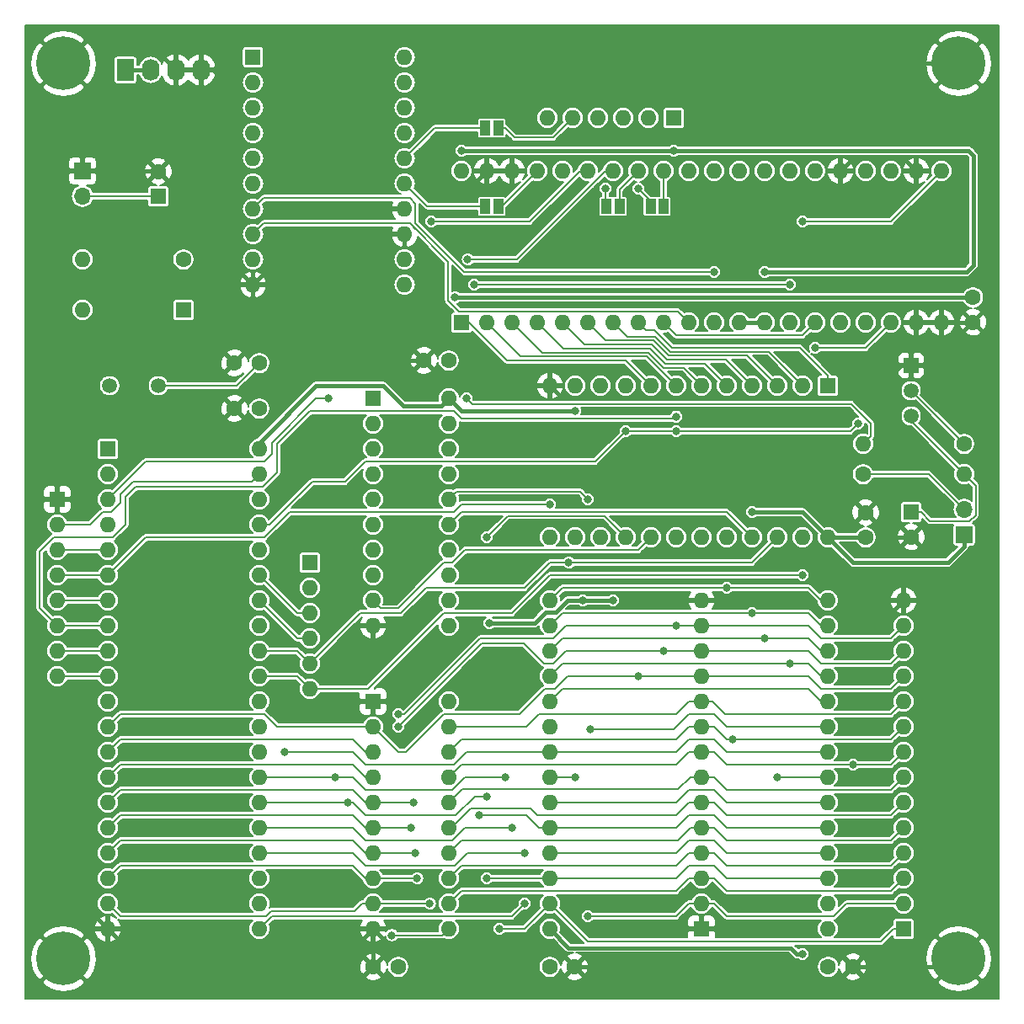
<source format=gbr>
G04 #@! TF.GenerationSoftware,KiCad,Pcbnew,(5.0.0)*
G04 #@! TF.CreationDate,2018-09-18T13:10:02-04:00*
G04 #@! TF.ProjectId,CPU8085,435055383038352E6B696361645F7063,A*
G04 #@! TF.SameCoordinates,Original*
G04 #@! TF.FileFunction,Copper,L2,Bot,Signal*
G04 #@! TF.FilePolarity,Positive*
%FSLAX46Y46*%
G04 Gerber Fmt 4.6, Leading zero omitted, Abs format (unit mm)*
G04 Created by KiCad (PCBNEW (5.0.0)) date 09/18/18 13:10:02*
%MOMM*%
%LPD*%
G01*
G04 APERTURE LIST*
G04 #@! TA.AperFunction,ComponentPad*
%ADD10R,1.600000X1.600000*%
G04 #@! TD*
G04 #@! TA.AperFunction,ComponentPad*
%ADD11O,1.600000X1.600000*%
G04 #@! TD*
G04 #@! TA.AperFunction,ComponentPad*
%ADD12C,1.600000*%
G04 #@! TD*
G04 #@! TA.AperFunction,SMDPad,CuDef*
%ADD13R,1.000000X1.500000*%
G04 #@! TD*
G04 #@! TA.AperFunction,ComponentPad*
%ADD14O,1.740000X2.200000*%
G04 #@! TD*
G04 #@! TA.AperFunction,ComponentPad*
%ADD15R,1.740000X2.200000*%
G04 #@! TD*
G04 #@! TA.AperFunction,ComponentPad*
%ADD16R,1.500000X1.500000*%
G04 #@! TD*
G04 #@! TA.AperFunction,ComponentPad*
%ADD17C,1.500000*%
G04 #@! TD*
G04 #@! TA.AperFunction,ComponentPad*
%ADD18O,1.700000X1.700000*%
G04 #@! TD*
G04 #@! TA.AperFunction,ComponentPad*
%ADD19R,1.700000X1.700000*%
G04 #@! TD*
G04 #@! TA.AperFunction,ComponentPad*
%ADD20C,5.400000*%
G04 #@! TD*
G04 #@! TA.AperFunction,ViaPad*
%ADD21C,0.800000*%
G04 #@! TD*
G04 #@! TA.AperFunction,Conductor*
%ADD22C,0.400000*%
G04 #@! TD*
G04 #@! TA.AperFunction,Conductor*
%ADD23C,0.200000*%
G04 #@! TD*
G04 APERTURE END LIST*
D10*
G04 #@! TO.P,D1,1*
G04 #@! TO.N,VCC*
X52070000Y-64770000D03*
D11*
G04 #@! TO.P,D1,2*
G04 #@! TO.N,Net-(C8-Pad1)*
X41910000Y-64770000D03*
G04 #@! TD*
D12*
G04 #@! TO.P,R1,1*
G04 #@! TO.N,VCC*
X52070000Y-59690000D03*
D11*
G04 #@! TO.P,R1,2*
G04 #@! TO.N,Net-(C8-Pad1)*
X41910000Y-59690000D03*
G04 #@! TD*
G04 #@! TO.P,R2,2*
G04 #@! TO.N,/SPEAKER/SPKR_IN*
X120396000Y-78232000D03*
D12*
G04 #@! TO.P,R2,1*
G04 #@! TO.N,Net-(Q1-Pad2)*
X130556000Y-78232000D03*
G04 #@! TD*
G04 #@! TO.P,R3,1*
G04 #@! TO.N,Net-(J2-Pad2)*
X120396000Y-81280000D03*
D11*
G04 #@! TO.P,R3,2*
G04 #@! TO.N,Net-(C10-Pad1)*
X130556000Y-81280000D03*
G04 #@! TD*
D13*
G04 #@! TO.P,JP1,1*
G04 #@! TO.N,Net-(JP1-Pad1)*
X95900000Y-54356000D03*
G04 #@! TO.P,JP1,2*
G04 #@! TO.N,/UART/~DTR*
X94600000Y-54356000D03*
G04 #@! TD*
G04 #@! TO.P,JP4,2*
G04 #@! TO.N,Net-(JP4-Pad2)*
X82408000Y-46482000D03*
G04 #@! TO.P,JP4,1*
G04 #@! TO.N,/UART/~CTS*
X83708000Y-46482000D03*
G04 #@! TD*
G04 #@! TO.P,JP2,1*
G04 #@! TO.N,Net-(JP2-Pad1)*
X100330000Y-54356000D03*
G04 #@! TO.P,JP2,2*
G04 #@! TO.N,/UART/~RTS*
X99030000Y-54356000D03*
G04 #@! TD*
G04 #@! TO.P,JP3,2*
G04 #@! TO.N,Net-(JP3-Pad2)*
X82408000Y-54356000D03*
G04 #@! TO.P,JP3,1*
G04 #@! TO.N,/UART/~DSR*
X83708000Y-54356000D03*
G04 #@! TD*
D11*
G04 #@! TO.P,U5,12*
G04 #@! TO.N,VCC*
X74295000Y-59690000D03*
G04 #@! TO.P,U5,11*
X74295000Y-62230000D03*
G04 #@! TO.P,U5,10*
G04 #@! TO.N,GND*
X59055000Y-62230000D03*
G04 #@! TO.P,U5,9*
G04 #@! TO.N,VCC*
X59055000Y-59690000D03*
G04 #@! TO.P,U5,20*
G04 #@! TO.N,/UART/~RTS*
X74295000Y-39370000D03*
G04 #@! TO.P,U5,8*
G04 #@! TO.N,Net-(U4-Pad10)*
X59055000Y-57150000D03*
G04 #@! TO.P,U5,19*
G04 #@! TO.N,Net-(U5-Pad19)*
X74295000Y-41910000D03*
G04 #@! TO.P,U5,7*
G04 #@! TO.N,Net-(U4-Pad11)*
X59055000Y-54610000D03*
G04 #@! TO.P,U5,18*
G04 #@! TO.N,/UART/~DTR*
X74295000Y-44450000D03*
G04 #@! TO.P,U5,6*
G04 #@! TO.N,N/C*
X59055000Y-52070000D03*
G04 #@! TO.P,U5,17*
G04 #@! TO.N,Net-(U5-Pad17)*
X74295000Y-46990000D03*
G04 #@! TO.P,U5,5*
G04 #@! TO.N,Net-(U5-Pad5)*
X59055000Y-49530000D03*
G04 #@! TO.P,U5,16*
G04 #@! TO.N,Net-(JP4-Pad2)*
X74295000Y-49530000D03*
G04 #@! TO.P,U5,4*
G04 #@! TO.N,Net-(U5-Pad4)*
X59055000Y-46990000D03*
G04 #@! TO.P,U5,15*
G04 #@! TO.N,Net-(JP3-Pad2)*
X74295000Y-52070000D03*
G04 #@! TO.P,U5,3*
G04 #@! TO.N,N/C*
X59055000Y-44450000D03*
G04 #@! TO.P,U5,14*
G04 #@! TO.N,GND*
X74295000Y-54610000D03*
G04 #@! TO.P,U5,2*
G04 #@! TO.N,Net-(U5-Pad2)*
X59055000Y-41910000D03*
G04 #@! TO.P,U5,13*
G04 #@! TO.N,GND*
X74295000Y-57150000D03*
D10*
G04 #@! TO.P,U5,1*
G04 #@! TO.N,Net-(U5-Pad1)*
X59055000Y-39370000D03*
G04 #@! TD*
G04 #@! TO.P,RN3,1*
G04 #@! TO.N,VCC*
X101346000Y-45466000D03*
D11*
G04 #@! TO.P,RN3,2*
X98806000Y-45466000D03*
G04 #@! TO.P,RN3,3*
G04 #@! TO.N,/UART/~RTS*
X96266000Y-45466000D03*
G04 #@! TO.P,RN3,4*
G04 #@! TO.N,/UART/~DTR*
X93726000Y-45466000D03*
G04 #@! TO.P,RN3,5*
G04 #@! TO.N,/UART/~CTS*
X91186000Y-45466000D03*
G04 #@! TO.P,RN3,6*
G04 #@! TO.N,/UART/~DSR*
X88646000Y-45466000D03*
G04 #@! TD*
D14*
G04 #@! TO.P,J1,4*
G04 #@! TO.N,GND*
X53848000Y-40640000D03*
G04 #@! TO.P,J1,3*
X51308000Y-40640000D03*
G04 #@! TO.P,J1,2*
G04 #@! TO.N,VCC*
X48768000Y-40640000D03*
D15*
G04 #@! TO.P,J1,1*
X46228000Y-40640000D03*
G04 #@! TD*
D16*
G04 #@! TO.P,Q1,1*
G04 #@! TO.N,GND*
X125222000Y-70358000D03*
D17*
G04 #@! TO.P,Q1,3*
G04 #@! TO.N,Net-(C10-Pad1)*
X125222000Y-75438000D03*
G04 #@! TO.P,Q1,2*
G04 #@! TO.N,Net-(Q1-Pad2)*
X125222000Y-72898000D03*
G04 #@! TD*
D12*
G04 #@! TO.P,C10,2*
G04 #@! TO.N,GND*
X125222000Y-87590000D03*
D10*
G04 #@! TO.P,C10,1*
G04 #@! TO.N,Net-(C10-Pad1)*
X125222000Y-85090000D03*
G04 #@! TD*
D18*
G04 #@! TO.P,J2,2*
G04 #@! TO.N,Net-(J2-Pad2)*
X130556000Y-84836000D03*
D19*
G04 #@! TO.P,J2,1*
G04 #@! TO.N,VCC*
X130556000Y-87376000D03*
G04 #@! TD*
D11*
G04 #@! TO.P,U6,24*
G04 #@! TO.N,VCC*
X116840000Y-87630000D03*
G04 #@! TO.P,U6,12*
G04 #@! TO.N,GND*
X88900000Y-72390000D03*
G04 #@! TO.P,U6,23*
G04 #@! TO.N,/CPU/~WR*
X114300000Y-87630000D03*
G04 #@! TO.P,U6,11*
G04 #@! TO.N,VCC*
X91440000Y-72390000D03*
G04 #@! TO.P,U6,22*
G04 #@! TO.N,/CPU/~RD*
X111760000Y-87630000D03*
G04 #@! TO.P,U6,10*
G04 #@! TO.N,Net-(U6-Pad10)*
X93980000Y-72390000D03*
G04 #@! TO.P,U6,21*
G04 #@! TO.N,/PIT/~PIT*
X109220000Y-87630000D03*
G04 #@! TO.P,U6,9*
G04 #@! TO.N,/CPU/CLOCK*
X96520000Y-72390000D03*
G04 #@! TO.P,U6,20*
G04 #@! TO.N,/CPU/A1*
X106680000Y-87630000D03*
G04 #@! TO.P,U6,8*
G04 #@! TO.N,/CPU/D0*
X99060000Y-72390000D03*
G04 #@! TO.P,U6,19*
G04 #@! TO.N,/CPU/A0*
X104140000Y-87630000D03*
G04 #@! TO.P,U6,7*
G04 #@! TO.N,/CPU/D1*
X101600000Y-72390000D03*
G04 #@! TO.P,U6,18*
G04 #@! TO.N,/CPU/CLOCK*
X101600000Y-87630000D03*
G04 #@! TO.P,U6,6*
G04 #@! TO.N,/CPU/D2*
X104140000Y-72390000D03*
G04 #@! TO.P,U6,17*
G04 #@! TO.N,/PIT/SPKR_OUT*
X99060000Y-87630000D03*
G04 #@! TO.P,U6,5*
G04 #@! TO.N,/CPU/D3*
X106680000Y-72390000D03*
G04 #@! TO.P,U6,16*
G04 #@! TO.N,/PIT/SPKR_EN*
X96520000Y-87630000D03*
G04 #@! TO.P,U6,4*
G04 #@! TO.N,/CPU/D4*
X109220000Y-72390000D03*
G04 #@! TO.P,U6,15*
G04 #@! TO.N,Net-(U6-Pad10)*
X93980000Y-87630000D03*
G04 #@! TO.P,U6,3*
G04 #@! TO.N,/CPU/D5*
X111760000Y-72390000D03*
G04 #@! TO.P,U6,14*
G04 #@! TO.N,VCC*
X91440000Y-87630000D03*
G04 #@! TO.P,U6,2*
G04 #@! TO.N,/CPU/D6*
X114300000Y-72390000D03*
G04 #@! TO.P,U6,13*
G04 #@! TO.N,/PIT/TI_CLK*
X88900000Y-87630000D03*
D10*
G04 #@! TO.P,U6,1*
G04 #@! TO.N,/CPU/D7*
X116840000Y-72390000D03*
G04 #@! TD*
D11*
G04 #@! TO.P,U4,40*
G04 #@! TO.N,VCC*
X80010000Y-50800000D03*
G04 #@! TO.P,U4,20*
G04 #@! TO.N,GND*
X128270000Y-66040000D03*
G04 #@! TO.P,U4,39*
X82550000Y-50800000D03*
G04 #@! TO.P,U4,19*
X125730000Y-66040000D03*
G04 #@! TO.P,U4,38*
X85090000Y-50800000D03*
G04 #@! TO.P,U4,18*
G04 #@! TO.N,/CPU/~WR*
X123190000Y-66040000D03*
G04 #@! TO.P,U4,37*
G04 #@! TO.N,/UART/~DSR*
X87630000Y-50800000D03*
G04 #@! TO.P,U4,17*
G04 #@! TO.N,Net-(U4-Pad17)*
X120650000Y-66040000D03*
G04 #@! TO.P,U4,36*
G04 #@! TO.N,/UART/~CTS*
X90170000Y-50800000D03*
G04 #@! TO.P,U4,16*
G04 #@! TO.N,/CPU/CLOCK*
X118110000Y-66040000D03*
G04 #@! TO.P,U4,35*
G04 #@! TO.N,/CPU/RESET*
X92710000Y-50800000D03*
G04 #@! TO.P,U4,15*
G04 #@! TO.N,Net-(U4-Pad15)*
X115570000Y-66040000D03*
G04 #@! TO.P,U4,34*
G04 #@! TO.N,/UART/~UART_OUT1*
X95250000Y-50800000D03*
G04 #@! TO.P,U4,14*
G04 #@! TO.N,/UART/~UART*
X113030000Y-66040000D03*
G04 #@! TO.P,U4,33*
G04 #@! TO.N,Net-(JP1-Pad1)*
X97790000Y-50800000D03*
G04 #@! TO.P,U4,13*
G04 #@! TO.N,VCC*
X110490000Y-66040000D03*
G04 #@! TO.P,U4,32*
G04 #@! TO.N,Net-(JP2-Pad1)*
X100330000Y-50800000D03*
G04 #@! TO.P,U4,12*
G04 #@! TO.N,VCC*
X107950000Y-66040000D03*
G04 #@! TO.P,U4,31*
G04 #@! TO.N,/UART/~UART_OUT2*
X102870000Y-50800000D03*
G04 #@! TO.P,U4,11*
G04 #@! TO.N,Net-(U4-Pad11)*
X105410000Y-66040000D03*
G04 #@! TO.P,U4,30*
G04 #@! TO.N,/UART/INTR*
X105410000Y-50800000D03*
G04 #@! TO.P,U4,10*
G04 #@! TO.N,Net-(U4-Pad10)*
X102870000Y-66040000D03*
G04 #@! TO.P,U4,29*
G04 #@! TO.N,N/C*
X107950000Y-50800000D03*
G04 #@! TO.P,U4,9*
G04 #@! TO.N,Net-(U4-Pad15)*
X100330000Y-66040000D03*
G04 #@! TO.P,U4,28*
G04 #@! TO.N,/CPU/A0*
X110490000Y-50800000D03*
G04 #@! TO.P,U4,8*
G04 #@! TO.N,/CPU/D7*
X97790000Y-66040000D03*
G04 #@! TO.P,U4,27*
G04 #@! TO.N,/CPU/A1*
X113030000Y-50800000D03*
G04 #@! TO.P,U4,7*
G04 #@! TO.N,/CPU/D6*
X95250000Y-66040000D03*
G04 #@! TO.P,U4,26*
G04 #@! TO.N,/CPU/A2*
X115570000Y-50800000D03*
G04 #@! TO.P,U4,6*
G04 #@! TO.N,/CPU/D5*
X92710000Y-66040000D03*
G04 #@! TO.P,U4,25*
G04 #@! TO.N,GND*
X118110000Y-50800000D03*
G04 #@! TO.P,U4,5*
G04 #@! TO.N,/CPU/D4*
X90170000Y-66040000D03*
G04 #@! TO.P,U4,24*
G04 #@! TO.N,Net-(U4-Pad24)*
X120650000Y-50800000D03*
G04 #@! TO.P,U4,4*
G04 #@! TO.N,/CPU/D3*
X87630000Y-66040000D03*
G04 #@! TO.P,U4,23*
G04 #@! TO.N,Net-(U4-Pad23)*
X123190000Y-50800000D03*
G04 #@! TO.P,U4,3*
G04 #@! TO.N,/CPU/D2*
X85090000Y-66040000D03*
G04 #@! TO.P,U4,22*
G04 #@! TO.N,GND*
X125730000Y-50800000D03*
G04 #@! TO.P,U4,2*
G04 #@! TO.N,/CPU/D1*
X82550000Y-66040000D03*
G04 #@! TO.P,U4,21*
G04 #@! TO.N,/CPU/~RD*
X128270000Y-50800000D03*
D10*
G04 #@! TO.P,U4,1*
G04 #@! TO.N,/CPU/D0*
X80010000Y-66040000D03*
G04 #@! TD*
D11*
G04 #@! TO.P,U7,40*
G04 #@! TO.N,VCC*
X59690000Y-78740000D03*
G04 #@! TO.P,U7,20*
G04 #@! TO.N,GND*
X44450000Y-127000000D03*
G04 #@! TO.P,U7,39*
G04 #@! TO.N,/CPU/HOLD*
X59690000Y-81280000D03*
G04 #@! TO.P,U7,19*
G04 #@! TO.N,/CPU/D7*
X44450000Y-124460000D03*
G04 #@! TO.P,U7,38*
G04 #@! TO.N,Net-(U7-Pad38)*
X59690000Y-83820000D03*
G04 #@! TO.P,U7,18*
G04 #@! TO.N,/CPU/D6*
X44450000Y-121920000D03*
G04 #@! TO.P,U7,37*
G04 #@! TO.N,/CPU/CLOCK*
X59690000Y-86360000D03*
G04 #@! TO.P,U7,17*
G04 #@! TO.N,/CPU/D5*
X44450000Y-119380000D03*
G04 #@! TO.P,U7,36*
G04 #@! TO.N,Net-(C8-Pad1)*
X59690000Y-88900000D03*
G04 #@! TO.P,U7,16*
G04 #@! TO.N,/CPU/D4*
X44450000Y-116840000D03*
G04 #@! TO.P,U7,35*
G04 #@! TO.N,Net-(RN2-Pad3)*
X59690000Y-91440000D03*
G04 #@! TO.P,U7,15*
G04 #@! TO.N,/CPU/D3*
X44450000Y-114300000D03*
G04 #@! TO.P,U7,34*
G04 #@! TO.N,/CPU/IO~M*
X59690000Y-93980000D03*
G04 #@! TO.P,U7,14*
G04 #@! TO.N,/CPU/D2*
X44450000Y-111760000D03*
G04 #@! TO.P,U7,33*
G04 #@! TO.N,Net-(U7-Pad33)*
X59690000Y-96520000D03*
G04 #@! TO.P,U7,13*
G04 #@! TO.N,/CPU/D1*
X44450000Y-109220000D03*
G04 #@! TO.P,U7,32*
G04 #@! TO.N,/CPU/~RD*
X59690000Y-99060000D03*
G04 #@! TO.P,U7,12*
G04 #@! TO.N,/CPU/D0*
X44450000Y-106680000D03*
G04 #@! TO.P,U7,31*
G04 #@! TO.N,/CPU/~WR*
X59690000Y-101600000D03*
G04 #@! TO.P,U7,11*
G04 #@! TO.N,Net-(U7-Pad11)*
X44450000Y-104140000D03*
G04 #@! TO.P,U7,30*
G04 #@! TO.N,Net-(U7-Pad30)*
X59690000Y-104140000D03*
G04 #@! TO.P,U7,10*
G04 #@! TO.N,/CPU/INTR*
X44450000Y-101600000D03*
G04 #@! TO.P,U7,29*
G04 #@! TO.N,Net-(U7-Pad29)*
X59690000Y-106680000D03*
G04 #@! TO.P,U7,9*
G04 #@! TO.N,/CPU/RST5_5*
X44450000Y-99060000D03*
G04 #@! TO.P,U7,28*
G04 #@! TO.N,/A15*
X59690000Y-109220000D03*
G04 #@! TO.P,U7,8*
G04 #@! TO.N,/UART/INTR*
X44450000Y-96520000D03*
G04 #@! TO.P,U7,27*
G04 #@! TO.N,/A14*
X59690000Y-111760000D03*
G04 #@! TO.P,U7,7*
G04 #@! TO.N,/CPU/RST7_5*
X44450000Y-93980000D03*
G04 #@! TO.P,U7,26*
G04 #@! TO.N,/A13*
X59690000Y-114300000D03*
G04 #@! TO.P,U7,6*
G04 #@! TO.N,/PIT/TI_CLK*
X44450000Y-91440000D03*
G04 #@! TO.P,U7,25*
G04 #@! TO.N,/CPU/A12*
X59690000Y-116840000D03*
G04 #@! TO.P,U7,5*
G04 #@! TO.N,/CPU/SID*
X44450000Y-88900000D03*
G04 #@! TO.P,U7,24*
G04 #@! TO.N,/CPU/A11*
X59690000Y-119380000D03*
G04 #@! TO.P,U7,4*
G04 #@! TO.N,Net-(U7-Pad4)*
X44450000Y-86360000D03*
G04 #@! TO.P,U7,23*
G04 #@! TO.N,/CPU/A10*
X59690000Y-121920000D03*
G04 #@! TO.P,U7,3*
G04 #@! TO.N,/CPU/RESET*
X44450000Y-83820000D03*
G04 #@! TO.P,U7,22*
G04 #@! TO.N,/CPU/A9*
X59690000Y-124460000D03*
G04 #@! TO.P,U7,2*
G04 #@! TO.N,Net-(C9-Pad1)*
X44450000Y-81280000D03*
G04 #@! TO.P,U7,21*
G04 #@! TO.N,/CPU/A8*
X59690000Y-127000000D03*
D10*
G04 #@! TO.P,U7,1*
G04 #@! TO.N,Net-(U7-Pad1)*
X44450000Y-78740000D03*
G04 #@! TD*
D11*
G04 #@! TO.P,U2,28*
G04 #@! TO.N,VCC*
X88900000Y-127000000D03*
G04 #@! TO.P,U2,14*
G04 #@! TO.N,GND*
X104140000Y-93980000D03*
G04 #@! TO.P,U2,27*
G04 #@! TO.N,/A14*
X88900000Y-124460000D03*
G04 #@! TO.P,U2,13*
G04 #@! TO.N,/CPU/D2*
X104140000Y-96520000D03*
G04 #@! TO.P,U2,26*
G04 #@! TO.N,/A13*
X88900000Y-121920000D03*
G04 #@! TO.P,U2,12*
G04 #@! TO.N,/CPU/D1*
X104140000Y-99060000D03*
G04 #@! TO.P,U2,25*
G04 #@! TO.N,/CPU/A8*
X88900000Y-119380000D03*
G04 #@! TO.P,U2,11*
G04 #@! TO.N,/CPU/D0*
X104140000Y-101600000D03*
G04 #@! TO.P,U2,24*
G04 #@! TO.N,/CPU/A9*
X88900000Y-116840000D03*
G04 #@! TO.P,U2,10*
G04 #@! TO.N,/CPU/A0*
X104140000Y-104140000D03*
G04 #@! TO.P,U2,23*
G04 #@! TO.N,/CPU/A11*
X88900000Y-114300000D03*
G04 #@! TO.P,U2,9*
G04 #@! TO.N,/CPU/A1*
X104140000Y-106680000D03*
G04 #@! TO.P,U2,22*
G04 #@! TO.N,/CPU/~RD*
X88900000Y-111760000D03*
G04 #@! TO.P,U2,8*
G04 #@! TO.N,/CPU/A2*
X104140000Y-109220000D03*
G04 #@! TO.P,U2,21*
G04 #@! TO.N,/CPU/A10*
X88900000Y-109220000D03*
G04 #@! TO.P,U2,7*
G04 #@! TO.N,/CPU/A3*
X104140000Y-111760000D03*
G04 #@! TO.P,U2,20*
G04 #@! TO.N,/Memory/~ROMCE*
X88900000Y-106680000D03*
G04 #@! TO.P,U2,6*
G04 #@! TO.N,/CPU/A4*
X104140000Y-114300000D03*
G04 #@! TO.P,U2,19*
G04 #@! TO.N,/CPU/D7*
X88900000Y-104140000D03*
G04 #@! TO.P,U2,5*
G04 #@! TO.N,/CPU/A5*
X104140000Y-116840000D03*
G04 #@! TO.P,U2,18*
G04 #@! TO.N,/CPU/D6*
X88900000Y-101600000D03*
G04 #@! TO.P,U2,4*
G04 #@! TO.N,/CPU/A6*
X104140000Y-119380000D03*
G04 #@! TO.P,U2,17*
G04 #@! TO.N,/CPU/D5*
X88900000Y-99060000D03*
G04 #@! TO.P,U2,3*
G04 #@! TO.N,/CPU/A7*
X104140000Y-121920000D03*
G04 #@! TO.P,U2,16*
G04 #@! TO.N,/CPU/D4*
X88900000Y-96520000D03*
G04 #@! TO.P,U2,2*
G04 #@! TO.N,/CPU/A12*
X104140000Y-124460000D03*
G04 #@! TO.P,U2,15*
G04 #@! TO.N,/CPU/D3*
X88900000Y-93980000D03*
D10*
G04 #@! TO.P,U2,1*
G04 #@! TO.N,GND*
X104140000Y-127000000D03*
G04 #@! TD*
D20*
G04 #@! TO.P,MH4,1*
G04 #@! TO.N,GND*
X130000000Y-130000000D03*
G04 #@! TD*
G04 #@! TO.P,MH3,1*
G04 #@! TO.N,GND*
X40000000Y-130000000D03*
G04 #@! TD*
G04 #@! TO.P,MH2,1*
G04 #@! TO.N,GND*
X130000000Y-40000000D03*
G04 #@! TD*
G04 #@! TO.P,MH1,1*
G04 #@! TO.N,GND*
X40000000Y-40000000D03*
G04 #@! TD*
D12*
G04 #@! TO.P,C8,2*
G04 #@! TO.N,GND*
X49530000Y-50840000D03*
D10*
G04 #@! TO.P,C8,1*
G04 #@! TO.N,Net-(C8-Pad1)*
X49530000Y-53340000D03*
G04 #@! TD*
D12*
G04 #@! TO.P,C9,2*
G04 #@! TO.N,GND*
X57190000Y-70104000D03*
G04 #@! TO.P,C9,1*
G04 #@! TO.N,Net-(C9-Pad1)*
X59690000Y-70104000D03*
G04 #@! TD*
G04 #@! TO.P,C1,2*
G04 #@! TO.N,GND*
X131445000Y-66000000D03*
G04 #@! TO.P,C1,1*
G04 #@! TO.N,VCC*
X131445000Y-63500000D03*
G04 #@! TD*
G04 #@! TO.P,C2,2*
G04 #@! TO.N,GND*
X91400000Y-130810000D03*
G04 #@! TO.P,C2,1*
G04 #@! TO.N,VCC*
X88900000Y-130810000D03*
G04 #@! TD*
G04 #@! TO.P,C3,2*
G04 #@! TO.N,GND*
X119380000Y-130810000D03*
G04 #@! TO.P,C3,1*
G04 #@! TO.N,VCC*
X116880000Y-130810000D03*
G04 #@! TD*
G04 #@! TO.P,C4,2*
G04 #@! TO.N,GND*
X76240000Y-69850000D03*
G04 #@! TO.P,C4,1*
G04 #@! TO.N,VCC*
X78740000Y-69850000D03*
G04 #@! TD*
G04 #@! TO.P,C5,2*
G04 #@! TO.N,GND*
X71160000Y-130810000D03*
G04 #@! TO.P,C5,1*
G04 #@! TO.N,VCC*
X73660000Y-130810000D03*
G04 #@! TD*
G04 #@! TO.P,C6,2*
G04 #@! TO.N,GND*
X120650000Y-85130000D03*
G04 #@! TO.P,C6,1*
G04 #@! TO.N,VCC*
X120650000Y-87630000D03*
G04 #@! TD*
D11*
G04 #@! TO.P,U1,20*
G04 #@! TO.N,VCC*
X78740000Y-73660000D03*
G04 #@! TO.P,U1,10*
G04 #@! TO.N,GND*
X71120000Y-96520000D03*
G04 #@! TO.P,U1,19*
G04 #@! TO.N,N/C*
X78740000Y-76200000D03*
G04 #@! TO.P,U1,9*
G04 #@! TO.N,/PIT/SPKR_OUT*
X71120000Y-93980000D03*
G04 #@! TO.P,U1,18*
G04 #@! TO.N,N/C*
X78740000Y-78740000D03*
G04 #@! TO.P,U1,8*
G04 #@! TO.N,/UART/~UART_OUT1*
X71120000Y-91440000D03*
G04 #@! TO.P,U1,17*
G04 #@! TO.N,/Memory/~ROMCE*
X78740000Y-81280000D03*
G04 #@! TO.P,U1,7*
G04 #@! TO.N,N/C*
X71120000Y-88900000D03*
G04 #@! TO.P,U1,16*
G04 #@! TO.N,/Memory/~RAMCE*
X78740000Y-83820000D03*
G04 #@! TO.P,U1,6*
G04 #@! TO.N,/A13*
X71120000Y-86360000D03*
G04 #@! TO.P,U1,15*
G04 #@! TO.N,/PIT/~PIT*
X78740000Y-86360000D03*
G04 #@! TO.P,U1,5*
G04 #@! TO.N,/A14*
X71120000Y-83820000D03*
G04 #@! TO.P,U1,14*
G04 #@! TO.N,/UART/~UART*
X78740000Y-88900000D03*
G04 #@! TO.P,U1,4*
G04 #@! TO.N,/A15*
X71120000Y-81280000D03*
G04 #@! TO.P,U1,13*
G04 #@! TO.N,/PIT/SPKR_EN*
X78740000Y-91440000D03*
G04 #@! TO.P,U1,3*
G04 #@! TO.N,N/C*
X71120000Y-78740000D03*
G04 #@! TO.P,U1,12*
G04 #@! TO.N,/SPEAKER/SPKR_IN*
X78740000Y-93980000D03*
G04 #@! TO.P,U1,2*
G04 #@! TO.N,N/C*
X71120000Y-76200000D03*
G04 #@! TO.P,U1,11*
X78740000Y-96520000D03*
D10*
G04 #@! TO.P,U1,1*
G04 #@! TO.N,/CPU/IO~M*
X71120000Y-73660000D03*
G04 #@! TD*
D11*
G04 #@! TO.P,U8,20*
G04 #@! TO.N,VCC*
X78740000Y-104140000D03*
G04 #@! TO.P,U8,10*
G04 #@! TO.N,GND*
X71120000Y-127000000D03*
G04 #@! TO.P,U8,19*
G04 #@! TO.N,/CPU/A0*
X78740000Y-106680000D03*
G04 #@! TO.P,U8,9*
G04 #@! TO.N,/CPU/D7*
X71120000Y-124460000D03*
G04 #@! TO.P,U8,18*
G04 #@! TO.N,/CPU/A1*
X78740000Y-109220000D03*
G04 #@! TO.P,U8,8*
G04 #@! TO.N,/CPU/D6*
X71120000Y-121920000D03*
G04 #@! TO.P,U8,17*
G04 #@! TO.N,/CPU/A2*
X78740000Y-111760000D03*
G04 #@! TO.P,U8,7*
G04 #@! TO.N,/CPU/D5*
X71120000Y-119380000D03*
G04 #@! TO.P,U8,16*
G04 #@! TO.N,/CPU/A3*
X78740000Y-114300000D03*
G04 #@! TO.P,U8,6*
G04 #@! TO.N,/CPU/D4*
X71120000Y-116840000D03*
G04 #@! TO.P,U8,15*
G04 #@! TO.N,/CPU/A4*
X78740000Y-116840000D03*
G04 #@! TO.P,U8,5*
G04 #@! TO.N,/CPU/D3*
X71120000Y-114300000D03*
G04 #@! TO.P,U8,14*
G04 #@! TO.N,/CPU/A5*
X78740000Y-119380000D03*
G04 #@! TO.P,U8,4*
G04 #@! TO.N,/CPU/D2*
X71120000Y-111760000D03*
G04 #@! TO.P,U8,13*
G04 #@! TO.N,/CPU/A6*
X78740000Y-121920000D03*
G04 #@! TO.P,U8,3*
G04 #@! TO.N,/CPU/D1*
X71120000Y-109220000D03*
G04 #@! TO.P,U8,12*
G04 #@! TO.N,/CPU/A7*
X78740000Y-124460000D03*
G04 #@! TO.P,U8,2*
G04 #@! TO.N,/CPU/D0*
X71120000Y-106680000D03*
G04 #@! TO.P,U8,11*
G04 #@! TO.N,Net-(U7-Pad30)*
X78740000Y-127000000D03*
D10*
G04 #@! TO.P,U8,1*
G04 #@! TO.N,GND*
X71120000Y-104140000D03*
G04 #@! TD*
D11*
G04 #@! TO.P,U3,28*
G04 #@! TO.N,VCC*
X116840000Y-127000000D03*
G04 #@! TO.P,U3,14*
G04 #@! TO.N,GND*
X124460000Y-93980000D03*
G04 #@! TO.P,U3,27*
G04 #@! TO.N,/CPU/~WR*
X116840000Y-124460000D03*
G04 #@! TO.P,U3,13*
G04 #@! TO.N,/CPU/D2*
X124460000Y-96520000D03*
G04 #@! TO.P,U3,26*
G04 #@! TO.N,/A13*
X116840000Y-121920000D03*
G04 #@! TO.P,U3,12*
G04 #@! TO.N,/CPU/D1*
X124460000Y-99060000D03*
G04 #@! TO.P,U3,25*
G04 #@! TO.N,/CPU/A8*
X116840000Y-119380000D03*
G04 #@! TO.P,U3,11*
G04 #@! TO.N,/CPU/D0*
X124460000Y-101600000D03*
G04 #@! TO.P,U3,24*
G04 #@! TO.N,/CPU/A9*
X116840000Y-116840000D03*
G04 #@! TO.P,U3,10*
G04 #@! TO.N,/CPU/A0*
X124460000Y-104140000D03*
G04 #@! TO.P,U3,23*
G04 #@! TO.N,/CPU/A11*
X116840000Y-114300000D03*
G04 #@! TO.P,U3,9*
G04 #@! TO.N,/CPU/A1*
X124460000Y-106680000D03*
G04 #@! TO.P,U3,22*
G04 #@! TO.N,/CPU/~RD*
X116840000Y-111760000D03*
G04 #@! TO.P,U3,8*
G04 #@! TO.N,/CPU/A2*
X124460000Y-109220000D03*
G04 #@! TO.P,U3,21*
G04 #@! TO.N,/CPU/A10*
X116840000Y-109220000D03*
G04 #@! TO.P,U3,7*
G04 #@! TO.N,/CPU/A3*
X124460000Y-111760000D03*
G04 #@! TO.P,U3,20*
G04 #@! TO.N,/Memory/~RAMCE*
X116840000Y-106680000D03*
G04 #@! TO.P,U3,6*
G04 #@! TO.N,/CPU/A4*
X124460000Y-114300000D03*
G04 #@! TO.P,U3,19*
G04 #@! TO.N,/CPU/D7*
X116840000Y-104140000D03*
G04 #@! TO.P,U3,5*
G04 #@! TO.N,/CPU/A5*
X124460000Y-116840000D03*
G04 #@! TO.P,U3,18*
G04 #@! TO.N,/CPU/D6*
X116840000Y-101600000D03*
G04 #@! TO.P,U3,4*
G04 #@! TO.N,/CPU/A6*
X124460000Y-119380000D03*
G04 #@! TO.P,U3,17*
G04 #@! TO.N,/CPU/D5*
X116840000Y-99060000D03*
G04 #@! TO.P,U3,3*
G04 #@! TO.N,/CPU/A7*
X124460000Y-121920000D03*
G04 #@! TO.P,U3,16*
G04 #@! TO.N,/CPU/D4*
X116840000Y-96520000D03*
G04 #@! TO.P,U3,2*
G04 #@! TO.N,/CPU/A12*
X124460000Y-124460000D03*
G04 #@! TO.P,U3,15*
G04 #@! TO.N,/CPU/D3*
X116840000Y-93980000D03*
D10*
G04 #@! TO.P,U3,1*
G04 #@! TO.N,/A14*
X124460000Y-127000000D03*
G04 #@! TD*
D11*
G04 #@! TO.P,RN2,6*
G04 #@! TO.N,/CPU/~WR*
X64770000Y-102870000D03*
G04 #@! TO.P,RN2,5*
G04 #@! TO.N,/CPU/~RD*
X64770000Y-100330000D03*
G04 #@! TO.P,RN2,4*
G04 #@! TO.N,/CPU/IO~M*
X64770000Y-97790000D03*
G04 #@! TO.P,RN2,3*
G04 #@! TO.N,Net-(RN2-Pad3)*
X64770000Y-95250000D03*
G04 #@! TO.P,RN2,2*
G04 #@! TO.N,VCC*
X64770000Y-92710000D03*
D10*
G04 #@! TO.P,RN2,1*
X64770000Y-90170000D03*
G04 #@! TD*
D11*
G04 #@! TO.P,RN1,8*
G04 #@! TO.N,/CPU/INTR*
X39370000Y-101600000D03*
G04 #@! TO.P,RN1,7*
G04 #@! TO.N,/CPU/RST5_5*
X39370000Y-99060000D03*
G04 #@! TO.P,RN1,6*
G04 #@! TO.N,/UART/INTR*
X39370000Y-96520000D03*
G04 #@! TO.P,RN1,5*
G04 #@! TO.N,/CPU/RST7_5*
X39370000Y-93980000D03*
G04 #@! TO.P,RN1,4*
G04 #@! TO.N,/PIT/TI_CLK*
X39370000Y-91440000D03*
G04 #@! TO.P,RN1,3*
G04 #@! TO.N,/CPU/SID*
X39370000Y-88900000D03*
G04 #@! TO.P,RN1,2*
G04 #@! TO.N,/CPU/HOLD*
X39370000Y-86360000D03*
D10*
G04 #@! TO.P,RN1,1*
G04 #@! TO.N,GND*
X39370000Y-83820000D03*
G04 #@! TD*
D12*
G04 #@! TO.P,C7,2*
G04 #@! TO.N,GND*
X57190000Y-74676000D03*
G04 #@! TO.P,C7,1*
G04 #@! TO.N,VCC*
X59690000Y-74676000D03*
G04 #@! TD*
D17*
G04 #@! TO.P,Y1,2*
G04 #@! TO.N,Net-(U7-Pad1)*
X44650000Y-72390000D03*
G04 #@! TO.P,Y1,1*
G04 #@! TO.N,Net-(C9-Pad1)*
X49530000Y-72390000D03*
G04 #@! TD*
D18*
G04 #@! TO.P,SW1,2*
G04 #@! TO.N,Net-(C8-Pad1)*
X41910000Y-53340000D03*
D19*
G04 #@! TO.P,SW1,1*
G04 #@! TO.N,GND*
X41910000Y-50800000D03*
G04 #@! TD*
D21*
G04 #@! TO.N,VCC*
X114300000Y-129540000D03*
X109220000Y-85090000D03*
X91440000Y-74930000D03*
X110490000Y-60960000D03*
X79375000Y-63500000D03*
X95250000Y-93980000D03*
X82804000Y-96266000D03*
X80010000Y-48768000D03*
X101346000Y-48768000D03*
X92202000Y-93980000D03*
G04 #@! TO.N,GND*
X128270000Y-93980000D03*
X104140000Y-130810000D03*
G04 #@! TO.N,/CPU/A8*
X86360000Y-124460000D03*
G04 #@! TO.N,/CPU/A9*
X81788000Y-115570000D03*
G04 #@! TO.N,/CPU/RESET*
X76962000Y-55880000D03*
X66675000Y-73660000D03*
G04 #@! TO.N,/CPU/A10*
X62230000Y-109220000D03*
G04 #@! TO.N,/CPU/A11*
X86360000Y-119380000D03*
G04 #@! TO.N,/CPU/A12*
X92710006Y-125730000D03*
X85090008Y-116840000D03*
G04 #@! TO.N,/CPU/D0*
X97790000Y-101600000D03*
G04 #@! TO.N,/CPU/D1*
X100330000Y-99060000D03*
X73660000Y-106680008D03*
G04 #@! TO.N,/CPU/D2*
X101600000Y-96520000D03*
X73660000Y-105410000D03*
G04 #@! TO.N,/CPU/D3*
X106679990Y-92710000D03*
X75183991Y-114300000D03*
G04 #@! TO.N,/CPU/D4*
X109220006Y-95250000D03*
X74929992Y-116840000D03*
G04 #@! TO.N,/CPU/D5*
X110490000Y-97790000D03*
X75353979Y-119380000D03*
G04 #@! TO.N,/CPU/D6*
X75565000Y-121920000D03*
X113030000Y-100330000D03*
G04 #@! TO.N,/CPU/D7*
X76835004Y-124460000D03*
G04 #@! TO.N,/CPU/A2*
X119380000Y-110490000D03*
G04 #@! TO.N,/CPU/A1*
X107315000Y-107950000D03*
G04 #@! TO.N,/CPU/CLOCK*
X96520000Y-76962000D03*
X101600000Y-76962000D03*
G04 #@! TO.N,/CPU/~RD*
X114300000Y-55880000D03*
X111760000Y-111760000D03*
X91440000Y-111760000D03*
G04 #@! TO.N,/CPU/~WR*
X115570000Y-68580000D03*
X114300000Y-91440000D03*
G04 #@! TO.N,/PIT/TI_CLK*
X88900000Y-84328000D03*
G04 #@! TO.N,/UART/~UART_OUT1*
X80645026Y-59690000D03*
G04 #@! TO.N,/PIT/SPKR_EN*
X82550008Y-87630000D03*
G04 #@! TO.N,/UART/~UART*
X113030000Y-62230000D03*
X81280000Y-62230000D03*
G04 #@! TO.N,/A13*
X82550000Y-121920000D03*
X68580000Y-114300000D03*
X82550000Y-113665000D03*
G04 #@! TO.N,/A14*
X67310000Y-111760000D03*
X84455000Y-111760000D03*
X83820000Y-127000000D03*
G04 #@! TO.N,/Memory/~RAMCE*
X92710000Y-83819992D03*
X92964000Y-106934000D03*
G04 #@! TO.N,/UART/INTR*
X101600000Y-75499990D03*
G04 #@! TO.N,Net-(U4-Pad11)*
X105409992Y-60960000D03*
G04 #@! TO.N,/UART/~RTS*
X97790000Y-52578000D03*
G04 #@! TO.N,Net-(U7-Pad30)*
X73025022Y-127635000D03*
G04 #@! TO.N,/CPU/CLOCK*
X119888000Y-76200000D03*
G04 #@! TO.N,/CPU/~RD*
X90805020Y-90170000D03*
G04 #@! TO.N,/SPEAKER/SPKR_IN*
X80518000Y-73660000D03*
G04 #@! TO.N,/UART/~DTR*
X94488000Y-52578000D03*
G04 #@! TD*
D22*
G04 #@! TO.N,VCC*
X120650000Y-87630000D02*
X116840000Y-87630000D01*
X107950000Y-66040000D02*
X110490000Y-66040000D01*
X116840000Y-87630000D02*
X114300000Y-85090000D01*
X114300000Y-85090000D02*
X109220000Y-85090000D01*
X46228000Y-40640000D02*
X48728000Y-40640000D01*
X131445000Y-63500000D02*
X79375000Y-63500000D01*
X117639999Y-88429999D02*
X116840000Y-87630000D01*
X119380000Y-90170000D02*
X117639999Y-88429999D01*
X128912000Y-90170000D02*
X119380000Y-90170000D01*
X130556000Y-87376000D02*
X130556000Y-88526000D01*
X130556000Y-88526000D02*
X128912000Y-90170000D01*
X110490000Y-60960000D02*
X130810000Y-60960000D01*
X130810000Y-60960000D02*
X131515001Y-60254999D01*
X131515001Y-49276000D02*
X131007001Y-48768000D01*
X131515001Y-60254999D02*
X131515001Y-49276000D01*
X131007001Y-48768000D02*
X101346000Y-48768000D01*
X101346000Y-48768000D02*
X80010000Y-48768000D01*
X80010000Y-74930000D02*
X91440000Y-74930000D01*
X78740000Y-73660000D02*
X80010000Y-74930000D01*
X87212000Y-96266000D02*
X84455000Y-96266000D01*
X84455000Y-96266000D02*
X82804000Y-96266000D01*
X59690000Y-78105000D02*
X59690000Y-78740000D01*
X65393002Y-72401998D02*
X59690000Y-78105000D01*
X72147998Y-72401998D02*
X65393002Y-72401998D01*
X74168000Y-74422000D02*
X72147998Y-72401998D01*
X78740000Y-73660000D02*
X77978000Y-74422000D01*
X77978000Y-74422000D02*
X74168000Y-74422000D01*
X84455000Y-96266000D02*
X87377998Y-96266000D01*
X88463997Y-95180001D02*
X89476001Y-95180001D01*
X92202000Y-93980000D02*
X95250000Y-93980000D01*
X87377998Y-96266000D02*
X88463997Y-95180001D01*
X89476001Y-95180001D02*
X90676002Y-93980000D01*
X90676002Y-93980000D02*
X92202000Y-93980000D01*
X113734315Y-129540000D02*
X114300000Y-129540000D01*
X113099315Y-128905000D02*
X113734315Y-129540000D01*
X88900000Y-127000000D02*
X90805000Y-128905000D01*
X90805000Y-128905000D02*
X113099315Y-128905000D01*
G04 #@! TO.N,GND*
X128270000Y-66040000D02*
X125730000Y-66040000D01*
X49490000Y-50800000D02*
X49530000Y-50840000D01*
X41910000Y-50800000D02*
X49490000Y-50800000D01*
X70320001Y-127799999D02*
X71120000Y-127000000D01*
X68580000Y-129540000D02*
X70320001Y-127799999D01*
X46990000Y-129540000D02*
X68580000Y-129540000D01*
X44450000Y-127000000D02*
X46990000Y-129540000D01*
X88900000Y-72390000D02*
X90170000Y-73660000D01*
X71160000Y-127040000D02*
X71120000Y-127000000D01*
X71160000Y-130810000D02*
X71160000Y-127040000D01*
X128310000Y-66000000D02*
X128270000Y-66040000D01*
X131445000Y-66040000D02*
X131405000Y-66000000D01*
X131405000Y-66000000D02*
X128310000Y-66000000D01*
X51228000Y-40640000D02*
X53728000Y-40640000D01*
X51228000Y-40565000D02*
X51228000Y-40640000D01*
X47963001Y-37300001D02*
X51228000Y-40565000D01*
X42699999Y-37300001D02*
X47963001Y-37300001D01*
X40000000Y-40000000D02*
X42699999Y-37300001D01*
X53728000Y-40640000D02*
X53728000Y-40715000D01*
X82550000Y-50800000D02*
X85090000Y-50800000D01*
X81280000Y-52070000D02*
X82550000Y-50800000D01*
X72644000Y-50038000D02*
X73406000Y-50800000D01*
X73406000Y-50800000D02*
X76200000Y-50800000D01*
X76200000Y-50800000D02*
X77470000Y-52070000D01*
X77470000Y-52070000D02*
X81280000Y-52070000D01*
X124460000Y-93980000D02*
X128270000Y-93980000D01*
X129190000Y-130810000D02*
X130000000Y-130000000D01*
X119380000Y-130810000D02*
X129190000Y-130810000D01*
X64135000Y-57150000D02*
X59055000Y-62230000D01*
X74295000Y-57150000D02*
X64135000Y-57150000D01*
X59055000Y-62230000D02*
X59055000Y-65151000D01*
X63754000Y-69850000D02*
X76240000Y-69850000D01*
X59055000Y-65151000D02*
X63754000Y-69850000D01*
X123110000Y-87590000D02*
X125222000Y-87590000D01*
X120650000Y-85130000D02*
X123110000Y-87590000D01*
X124172000Y-70358000D02*
X125222000Y-70358000D01*
X120870000Y-73660000D02*
X124172000Y-70358000D01*
X117602000Y-73660000D02*
X120870000Y-73660000D01*
X117602000Y-73660000D02*
X118110000Y-73660000D01*
X90170000Y-73660000D02*
X117602000Y-73660000D01*
X43650001Y-126200001D02*
X44450000Y-127000000D01*
X62484000Y-104140000D02*
X61214000Y-102870000D01*
X71120000Y-104140000D02*
X62484000Y-104140000D01*
X61214000Y-102870000D02*
X42926000Y-102870000D01*
X42926000Y-102870000D02*
X41910000Y-103886000D01*
X41910000Y-103886000D02*
X41910000Y-124460000D01*
X41910000Y-124460000D02*
X43650001Y-126200001D01*
X53848000Y-57023000D02*
X59055000Y-62230000D01*
X53848000Y-40640000D02*
X53848000Y-57023000D01*
X123660001Y-94779999D02*
X124460000Y-93980000D01*
X123190000Y-95250000D02*
X123660001Y-94779999D01*
X116407998Y-95250000D02*
X123190000Y-95250000D01*
X104140000Y-93980000D02*
X115137998Y-93980000D01*
X115137998Y-93980000D02*
X116407998Y-95250000D01*
X71120000Y-127000000D02*
X73660000Y-129540000D01*
X95885000Y-130810000D02*
X104140000Y-130810000D01*
X55018000Y-40640000D02*
X53848000Y-40640000D01*
X57558000Y-43180000D02*
X55018000Y-40640000D01*
X72255999Y-43180000D02*
X76715001Y-43180000D01*
X130000000Y-40000000D02*
X126181624Y-40000000D01*
X126181624Y-40000000D02*
X123001624Y-43180000D01*
X68580000Y-43180000D02*
X57558000Y-43180000D01*
X72016001Y-43180000D02*
X68580000Y-43180000D01*
X79375000Y-43180000D02*
X76954999Y-43180000D01*
X123001624Y-43180000D02*
X79375000Y-43180000D01*
X72644000Y-50038000D02*
X72644000Y-44069000D01*
X72644000Y-44069000D02*
X71755000Y-43180000D01*
X79375000Y-43180000D02*
X71755000Y-43180000D01*
X71755000Y-43180000D02*
X68580000Y-43180000D01*
X118909999Y-50000001D02*
X118110000Y-50800000D01*
X119380000Y-49530000D02*
X118909999Y-50000001D01*
X125730000Y-50800000D02*
X124460000Y-49530000D01*
X124460000Y-49530000D02*
X119380000Y-49530000D01*
X90130000Y-129540000D02*
X91400000Y-130810000D01*
X73660000Y-129540000D02*
X90130000Y-129540000D01*
X91400000Y-130810000D02*
X95885000Y-130810000D01*
X92456000Y-130810000D02*
X95885000Y-130810000D01*
D23*
G04 #@! TO.N,/CPU/A8*
X106680000Y-119380000D02*
X116840000Y-119380000D01*
X105410000Y-118110000D02*
X106680000Y-119380000D01*
X102870000Y-118110000D02*
X105410000Y-118110000D01*
X88900000Y-119380000D02*
X101600000Y-119380000D01*
X101600000Y-119380000D02*
X102870000Y-118110000D01*
X85090000Y-125730000D02*
X86360000Y-124460000D01*
X59690000Y-127000000D02*
X60960000Y-125730000D01*
X60960000Y-125730000D02*
X85090000Y-125730000D01*
G04 #@! TO.N,/CPU/A9*
X87768630Y-116840000D02*
X86498630Y-115570000D01*
X86498630Y-115570000D02*
X81788000Y-115570000D01*
X88900000Y-116840000D02*
X87768630Y-116840000D01*
X101600000Y-116840000D02*
X88900000Y-116840000D01*
X102870000Y-115570000D02*
X101600000Y-116840000D01*
X105410000Y-115570000D02*
X102870000Y-115570000D01*
X116840000Y-116840000D02*
X106680000Y-116840000D01*
X106680000Y-116840000D02*
X105410000Y-115570000D01*
G04 #@! TO.N,/CPU/RESET*
X86868000Y-55880000D02*
X76962000Y-55880000D01*
X92710000Y-50800000D02*
X91948000Y-50800000D01*
X91948000Y-50800000D02*
X86868000Y-55880000D01*
X66109315Y-73660000D02*
X66675000Y-73660000D01*
X48260000Y-80010000D02*
X60198000Y-80010000D01*
X44450000Y-83820000D02*
X48260000Y-80010000D01*
X60960000Y-78105000D02*
X65405000Y-73660000D01*
X65405000Y-73660000D02*
X66109315Y-73660000D01*
X60960000Y-79248000D02*
X60960000Y-78105000D01*
X60198000Y-80010000D02*
X60960000Y-79248000D01*
G04 #@! TO.N,/CPU/A10*
X80518000Y-109220000D02*
X88900000Y-109220000D01*
X79248000Y-110490000D02*
X80518000Y-109220000D01*
X70358000Y-110490000D02*
X79248000Y-110490000D01*
X62230000Y-109220000D02*
X69088000Y-109220000D01*
X69088000Y-109220000D02*
X70358000Y-110490000D01*
X101600000Y-109220000D02*
X88900000Y-109220000D01*
X102870000Y-107950000D02*
X101600000Y-109220000D01*
X105410000Y-107950000D02*
X102870000Y-107950000D01*
X116840000Y-109220000D02*
X106680000Y-109220000D01*
X106680000Y-109220000D02*
X105410000Y-107950000D01*
G04 #@! TO.N,/CPU/A11*
X79305685Y-120650000D02*
X80575685Y-119380000D01*
X80575685Y-119380000D02*
X86360000Y-119380000D01*
X70358000Y-120650000D02*
X79305685Y-120650000D01*
X59690000Y-119380000D02*
X69088000Y-119380000D01*
X69088000Y-119380000D02*
X70358000Y-120650000D01*
X101600000Y-114300000D02*
X88900000Y-114300000D01*
X102870000Y-113030000D02*
X101600000Y-114300000D01*
X105410000Y-113030000D02*
X102870000Y-113030000D01*
X116840000Y-114300000D02*
X106680000Y-114300000D01*
X106680000Y-114300000D02*
X105410000Y-113030000D01*
G04 #@! TO.N,/CPU/A12*
X69088000Y-116840000D02*
X59690000Y-116840000D01*
X70358000Y-118110000D02*
X69088000Y-116840000D01*
X79098002Y-118110000D02*
X70358000Y-118110000D01*
X85090008Y-116840000D02*
X80368002Y-116840000D01*
X80368002Y-116840000D02*
X79098002Y-118110000D01*
X101600000Y-125730000D02*
X92710006Y-125730000D01*
X104140000Y-124460000D02*
X102870000Y-124460000D01*
X102870000Y-124460000D02*
X101600000Y-125730000D01*
X118745000Y-124460000D02*
X124460000Y-124460000D01*
X117475000Y-125730000D02*
X118745000Y-124460000D01*
X106680000Y-125730000D02*
X117475000Y-125730000D01*
X104140000Y-124460000D02*
X105410000Y-124460000D01*
X105410000Y-124460000D02*
X106680000Y-125730000D01*
G04 #@! TO.N,/CPU/D0*
X90678000Y-101600000D02*
X104140000Y-101600000D01*
X89408000Y-102870000D02*
X90678000Y-101600000D01*
X71120000Y-106680000D02*
X73660000Y-109220000D01*
X73660000Y-109220000D02*
X74422000Y-109220000D01*
X74422000Y-109220000D02*
X78232000Y-105410000D01*
X78232000Y-105410000D02*
X85852000Y-105410000D01*
X85852000Y-105410000D02*
X88392000Y-102870000D01*
X88392000Y-102870000D02*
X89408000Y-102870000D01*
X45720000Y-105410000D02*
X44450000Y-106680000D01*
X60198000Y-105410000D02*
X45720000Y-105410000D01*
X71120000Y-106680000D02*
X61468000Y-106680000D01*
X61468000Y-106680000D02*
X60198000Y-105410000D01*
X123660001Y-102399999D02*
X124460000Y-101600000D01*
X123190000Y-102870000D02*
X123660001Y-102399999D01*
X116135699Y-102870000D02*
X123190000Y-102870000D01*
X104140000Y-101600000D02*
X114865699Y-101600000D01*
X114865699Y-101600000D02*
X116135699Y-102870000D01*
X80772000Y-66040000D02*
X80010000Y-66040000D01*
X84582000Y-69850000D02*
X80772000Y-66040000D01*
X99060000Y-72390000D02*
X96520000Y-69850000D01*
X96520000Y-69850000D02*
X84582000Y-69850000D01*
G04 #@! TO.N,/CPU/D1*
X79756008Y-100584000D02*
X73660000Y-106680008D01*
X79756008Y-100583992D02*
X79756008Y-100584000D01*
X90528002Y-99060000D02*
X89258002Y-100330000D01*
X104140000Y-99060000D02*
X90528002Y-99060000D01*
X88307999Y-100330000D02*
X86275999Y-98298000D01*
X89258002Y-100330000D02*
X88307999Y-100330000D01*
X86275999Y-98298000D02*
X82042000Y-98298000D01*
X82042000Y-98298000D02*
X79756008Y-100583992D01*
X45720000Y-107950000D02*
X44450000Y-109220000D01*
X69088000Y-107950000D02*
X45720000Y-107950000D01*
X71120000Y-109220000D02*
X70358000Y-109220000D01*
X70358000Y-109220000D02*
X69088000Y-107950000D01*
X123660001Y-99859999D02*
X124460000Y-99060000D01*
X123190000Y-100330000D02*
X123660001Y-99859999D01*
X116205000Y-100330000D02*
X123190000Y-100330000D01*
X104140000Y-99060000D02*
X114935000Y-99060000D01*
X114935000Y-99060000D02*
X116205000Y-100330000D01*
X100800001Y-71590001D02*
X101600000Y-72390000D01*
X98659989Y-69449989D02*
X100800001Y-71590001D01*
X85959989Y-69449989D02*
X98659989Y-69449989D01*
X82550000Y-66040000D02*
X85959989Y-69449989D01*
G04 #@! TO.N,/CPU/D2*
X123660001Y-97319999D02*
X124460000Y-96520000D01*
X123190000Y-97790000D02*
X123660001Y-97319999D01*
X116135699Y-97790000D02*
X123190000Y-97790000D01*
X104140000Y-96520000D02*
X114865699Y-96520000D01*
X114865699Y-96520000D02*
X116135699Y-97790000D01*
X45720000Y-110490000D02*
X44450000Y-111760000D01*
X69088000Y-110490000D02*
X45720000Y-110490000D01*
X71120000Y-111760000D02*
X70358000Y-111760000D01*
X70358000Y-111760000D02*
X69088000Y-110490000D01*
X102330055Y-70580055D02*
X103340001Y-71590001D01*
X100355755Y-70580055D02*
X102330055Y-70580055D01*
X85090000Y-66040000D02*
X88099978Y-69049978D01*
X88099978Y-69049978D02*
X98825678Y-69049978D01*
X98825678Y-69049978D02*
X100355755Y-70580055D01*
X103340001Y-71590001D02*
X104140000Y-72390000D01*
X74295000Y-105410000D02*
X73660000Y-105410000D01*
X81915000Y-97790000D02*
X74295000Y-105410000D01*
X89258002Y-97790000D02*
X81915000Y-97790000D01*
X104140000Y-96520000D02*
X90528002Y-96520000D01*
X90528002Y-96520000D02*
X89258002Y-97790000D01*
G04 #@! TO.N,/CPU/D3*
X71120000Y-114300000D02*
X75183991Y-114300000D01*
X45720000Y-113030000D02*
X44450000Y-114300000D01*
X69088000Y-113030000D02*
X45720000Y-113030000D01*
X71120000Y-114300000D02*
X70358000Y-114300000D01*
X70358000Y-114300000D02*
X69088000Y-113030000D01*
X116205000Y-93980000D02*
X116840000Y-93980000D01*
X114935000Y-92710000D02*
X116205000Y-93980000D01*
X88900000Y-93980000D02*
X90170000Y-92710000D01*
X90170000Y-92710000D02*
X114935000Y-92710000D01*
X90239967Y-68649967D02*
X98991367Y-68649967D01*
X105880001Y-71590001D02*
X106680000Y-72390000D01*
X104470044Y-70180044D02*
X105880001Y-71590001D01*
X98991367Y-68649967D02*
X100521444Y-70180044D01*
X87630000Y-66040000D02*
X90239967Y-68649967D01*
X100521444Y-70180044D02*
X104470044Y-70180044D01*
G04 #@! TO.N,/CPU/D4*
X90170000Y-95250000D02*
X109220006Y-95250000D01*
X88900000Y-96520000D02*
X90170000Y-95250000D01*
X45720000Y-115570000D02*
X44450000Y-116840000D01*
X69088000Y-115570000D02*
X45720000Y-115570000D01*
X71120000Y-116840000D02*
X70358000Y-116840000D01*
X70358000Y-116840000D02*
X69088000Y-115570000D01*
X114935000Y-95250000D02*
X109220006Y-95250000D01*
X116840000Y-96520000D02*
X116205000Y-96520000D01*
X116205000Y-96520000D02*
X114935000Y-95250000D01*
X90170000Y-66040000D02*
X92379956Y-68249956D01*
X99157056Y-68249956D02*
X100687133Y-69780033D01*
X100687133Y-69780033D02*
X106610033Y-69780033D01*
X106610033Y-69780033D02*
X108420001Y-71590001D01*
X108420001Y-71590001D02*
X109220000Y-72390000D01*
X92379956Y-68249956D02*
X99157056Y-68249956D01*
X71120000Y-116840000D02*
X74929992Y-116840000D01*
G04 #@! TO.N,/CPU/D5*
X71120000Y-119380000D02*
X75353979Y-119380000D01*
X70866000Y-119380000D02*
X71120000Y-119380000D01*
X70358000Y-119380000D02*
X70866000Y-119380000D01*
X69088000Y-118110000D02*
X70358000Y-119380000D01*
X44450000Y-119380000D02*
X45720000Y-118110000D01*
X45720000Y-118110000D02*
X69088000Y-118110000D01*
X116205000Y-99060000D02*
X116840000Y-99060000D01*
X114935000Y-97790000D02*
X116205000Y-99060000D01*
X88900000Y-99060000D02*
X90170000Y-97790000D01*
X90170000Y-97790000D02*
X114935000Y-97790000D01*
X99322745Y-67849945D02*
X100852822Y-69380022D01*
X100852822Y-69380022D02*
X108750022Y-69380022D01*
X94519945Y-67849945D02*
X99322745Y-67849945D01*
X110960001Y-71590001D02*
X111760000Y-72390000D01*
X92710000Y-66040000D02*
X94519945Y-67849945D01*
X108750022Y-69380022D02*
X110960001Y-71590001D01*
G04 #@! TO.N,/CPU/D6*
X71120000Y-121920000D02*
X75565000Y-121920000D01*
X70358000Y-121920000D02*
X71120000Y-121920000D01*
X69088000Y-120650000D02*
X70358000Y-121920000D01*
X44450000Y-121920000D02*
X45720000Y-120650000D01*
X45720000Y-120650000D02*
X69088000Y-120650000D01*
X90170000Y-100330000D02*
X113030000Y-100330000D01*
X88900000Y-101600000D02*
X90170000Y-100330000D01*
X114935000Y-100330000D02*
X113030000Y-100330000D01*
X116840000Y-101600000D02*
X116205000Y-101600000D01*
X116205000Y-101600000D02*
X114935000Y-100330000D01*
X110890011Y-68980011D02*
X101018511Y-68980011D01*
X101018511Y-68980011D02*
X99488434Y-67449934D01*
X114300000Y-72390000D02*
X110890011Y-68980011D01*
X96049999Y-66839999D02*
X95250000Y-66040000D01*
X96659934Y-67449934D02*
X96049999Y-66839999D01*
X99488434Y-67449934D02*
X96659934Y-67449934D01*
G04 #@! TO.N,/CPU/D7*
X71120000Y-124460000D02*
X76835004Y-124460000D01*
X69988630Y-124460000D02*
X71120000Y-124460000D01*
X69226630Y-125222000D02*
X69988630Y-124460000D01*
X60902302Y-125222000D02*
X69226630Y-125222000D01*
X60394302Y-125730000D02*
X60902302Y-125222000D01*
X44450000Y-124460000D02*
X45720000Y-125730000D01*
X45720000Y-125730000D02*
X60394302Y-125730000D01*
X116205000Y-104140000D02*
X116840000Y-104140000D01*
X114935000Y-102870000D02*
X116205000Y-104140000D01*
X88900000Y-104140000D02*
X90170000Y-102870000D01*
X90170000Y-102870000D02*
X114935000Y-102870000D01*
X99444199Y-66839999D02*
X98589999Y-66839999D01*
X116840000Y-71390000D02*
X114030000Y-68580000D01*
X101184200Y-68580000D02*
X99444199Y-66839999D01*
X98589999Y-66839999D02*
X97790000Y-66040000D01*
X114030000Y-68580000D02*
X101184200Y-68580000D01*
X116840000Y-72390000D02*
X116840000Y-71390000D01*
G04 #@! TO.N,/CPU/A3*
X80075001Y-112964999D02*
X78740000Y-114300000D01*
X101803631Y-112964999D02*
X80075001Y-112964999D01*
X103008630Y-111760000D02*
X101803631Y-112964999D01*
X104140000Y-111760000D02*
X103008630Y-111760000D01*
G04 #@! TO.N,/CPU/A1*
X124460000Y-106680000D02*
X123190000Y-107950000D01*
X123190000Y-107950000D02*
X107315000Y-107950000D01*
G04 #@! TO.N,/CPU/IO~M*
X63500000Y-97790000D02*
X59690000Y-93980000D01*
X64770000Y-97790000D02*
X63500000Y-97790000D01*
G04 #@! TO.N,/CPU/CLOCK*
X93472000Y-80010000D02*
X96520000Y-76962000D01*
X70358000Y-80010000D02*
X93472000Y-80010000D01*
X68326000Y-82042000D02*
X70358000Y-80010000D01*
X65024000Y-82042000D02*
X68326000Y-82042000D01*
X59690000Y-86360000D02*
X60706000Y-86360000D01*
X60706000Y-86360000D02*
X65024000Y-82042000D01*
G04 #@! TO.N,Net-(RN2-Pad3)*
X63500000Y-95250000D02*
X59690000Y-91440000D01*
X64770000Y-95250000D02*
X63500000Y-95250000D01*
G04 #@! TO.N,/CPU/~RD*
X63500000Y-99060000D02*
X64770000Y-100330000D01*
X59690000Y-99060000D02*
X63500000Y-99060000D01*
X123190000Y-55880000D02*
X128270000Y-50800000D01*
X114300000Y-55880000D02*
X123190000Y-55880000D01*
X116840000Y-111760000D02*
X111760000Y-111760000D01*
X91440000Y-111760000D02*
X88900000Y-111760000D01*
G04 #@! TO.N,/CPU/~WR*
X63500000Y-101600000D02*
X64770000Y-102870000D01*
X59690000Y-101600000D02*
X63500000Y-101600000D01*
X120650000Y-68580000D02*
X123190000Y-66040000D01*
X115570000Y-68580000D02*
X120650000Y-68580000D01*
X88900000Y-91440000D02*
X114300000Y-91440000D01*
X85090000Y-95250000D02*
X88900000Y-91440000D01*
X78232000Y-95250000D02*
X85090000Y-95250000D01*
X64770000Y-102870000D02*
X70612000Y-102870000D01*
X70612000Y-102870000D02*
X78232000Y-95250000D01*
G04 #@! TO.N,/CPU/HOLD*
X42672000Y-86360000D02*
X39370000Y-86360000D01*
X43942000Y-85090000D02*
X42672000Y-86360000D01*
X58928000Y-82042000D02*
X46990000Y-82042000D01*
X46990000Y-82042000D02*
X45720000Y-83312000D01*
X45720000Y-83312000D02*
X45720000Y-84178002D01*
X45720000Y-84178002D02*
X44808002Y-85090000D01*
X59690000Y-81280000D02*
X58928000Y-82042000D01*
X44808002Y-85090000D02*
X43942000Y-85090000D01*
G04 #@! TO.N,/CPU/SID*
X39370000Y-88900000D02*
X44450000Y-88900000D01*
G04 #@! TO.N,/CPU/RST7_5*
X44450000Y-93980000D02*
X39370000Y-93980000D01*
G04 #@! TO.N,/CPU/RST5_5*
X44450000Y-99060000D02*
X39370000Y-99060000D01*
G04 #@! TO.N,/CPU/INTR*
X39370000Y-101600000D02*
X44450000Y-101600000D01*
G04 #@! TO.N,/PIT/TI_CLK*
X39370000Y-91440000D02*
X44450000Y-91440000D01*
X60198000Y-87630000D02*
X62738000Y-85090000D01*
X44450000Y-91440000D02*
X48260000Y-87630000D01*
X48260000Y-87630000D02*
X60198000Y-87630000D01*
X79248000Y-85090000D02*
X62738000Y-85090000D01*
X88900000Y-84328000D02*
X80010000Y-84328000D01*
X80010000Y-84328000D02*
X79248000Y-85090000D01*
G04 #@! TO.N,/PIT/SPKR_EN*
X84689998Y-85490010D02*
X82550008Y-87630000D01*
X94380010Y-85490010D02*
X84689998Y-85490010D01*
X96520000Y-87630000D02*
X94380010Y-85490010D01*
G04 #@! TO.N,/PIT/SPKR_OUT*
X97790000Y-88900000D02*
X99060000Y-87630000D01*
X71120000Y-93980000D02*
X71919999Y-94779999D01*
X71919999Y-94779999D02*
X73622001Y-94779999D01*
X73622001Y-94779999D02*
X78232000Y-90170000D01*
X79098002Y-90170000D02*
X80368002Y-88900000D01*
X78232000Y-90170000D02*
X79098002Y-90170000D01*
X80368002Y-88900000D02*
X97790000Y-88900000D01*
G04 #@! TO.N,/UART/~UART*
X113030000Y-62230000D02*
X81280000Y-62230000D01*
G04 #@! TO.N,/A13*
X88900000Y-121920000D02*
X82550000Y-121920000D01*
X59690000Y-114300000D02*
X68580000Y-114300000D01*
X81349211Y-113665000D02*
X82550000Y-113665000D01*
X79444211Y-115570000D02*
X81349211Y-113665000D01*
X70358000Y-115570000D02*
X79444211Y-115570000D01*
X68580000Y-114300000D02*
X69088000Y-114300000D01*
X69088000Y-114300000D02*
X70358000Y-115570000D01*
G04 #@! TO.N,/A14*
X86360000Y-127000000D02*
X83820000Y-127000000D01*
X88900000Y-124460000D02*
X86360000Y-127000000D01*
X80368002Y-111760000D02*
X84455000Y-111760000D01*
X79098002Y-113030000D02*
X80368002Y-111760000D01*
X70358000Y-113030000D02*
X79098002Y-113030000D01*
X59690000Y-111760000D02*
X69088000Y-111760000D01*
X69088000Y-111760000D02*
X70358000Y-113030000D01*
G04 #@! TO.N,/Memory/~RAMCE*
X79539999Y-83020001D02*
X78740000Y-83820000D01*
X91910009Y-83020001D02*
X79539999Y-83020001D01*
X92710000Y-83819992D02*
X91910009Y-83020001D01*
G04 #@! TO.N,/PIT/~PIT*
X80010000Y-85090000D02*
X78740000Y-86360000D01*
X109220000Y-87630000D02*
X106680000Y-85090000D01*
X106680000Y-85090000D02*
X80010000Y-85090000D01*
G04 #@! TO.N,/UART/INTR*
X39370000Y-96520000D02*
X44450000Y-96520000D01*
X39370000Y-96520000D02*
X37592000Y-94742000D01*
X37592000Y-94742000D02*
X37592000Y-89049998D01*
X37592000Y-89049998D02*
X39011998Y-87630000D01*
X39011998Y-87630000D02*
X44958000Y-87630000D01*
X44958000Y-87630000D02*
X46228000Y-86360000D01*
X46228000Y-86360000D02*
X46228000Y-83566000D01*
X46228000Y-83566000D02*
X47244000Y-82550000D01*
X47244000Y-82550000D02*
X60048002Y-82550000D01*
X60048002Y-82550000D02*
X61468000Y-81130002D01*
X61468000Y-81130002D02*
X61468000Y-78232000D01*
X61468000Y-78232000D02*
X64770000Y-74930000D01*
X64770000Y-74930000D02*
X79248000Y-74930000D01*
X79248000Y-74930000D02*
X80010000Y-75692000D01*
X80010000Y-75692000D02*
X101600000Y-75692000D01*
X80010000Y-75692000D02*
X81046002Y-75692000D01*
G04 #@! TO.N,Net-(C8-Pad1)*
X49530000Y-53340000D02*
X41910000Y-53340000D01*
G04 #@! TO.N,Net-(C9-Pad1)*
X57404000Y-72390000D02*
X49530000Y-72390000D01*
X59690000Y-70104000D02*
X57404000Y-72390000D01*
G04 #@! TO.N,Net-(U4-Pad15)*
X114770001Y-66839999D02*
X115570000Y-66040000D01*
X114300000Y-67310000D02*
X114770001Y-66839999D01*
X101600000Y-67310000D02*
X114300000Y-67310000D01*
X100330000Y-66040000D02*
X101600000Y-67310000D01*
G04 #@! TO.N,Net-(U4-Pad10)*
X102070001Y-65240001D02*
X102870000Y-66040000D01*
X74823001Y-56049999D02*
X75395001Y-56621999D01*
X59055000Y-57150000D02*
X60155001Y-56049999D01*
X60155001Y-56049999D02*
X74823001Y-56049999D01*
G04 #@! TO.N,Net-(U4-Pad11)*
X80298700Y-60960000D02*
X90805000Y-60960000D01*
G04 #@! TO.N,/UART/~CTS*
X84074000Y-46228000D02*
X83708000Y-46228000D01*
X84408000Y-46482000D02*
X83708000Y-46482000D01*
X85358000Y-47432000D02*
X84408000Y-46482000D01*
X89220000Y-47432000D02*
X85358000Y-47432000D01*
X91186000Y-45466000D02*
X89220000Y-47432000D01*
G04 #@! TO.N,Net-(JP4-Pad2)*
X74295000Y-49530000D02*
X77258999Y-46566001D01*
G04 #@! TO.N,/UART/~RTS*
X99030000Y-53818000D02*
X99030000Y-54356000D01*
X97790000Y-52578000D02*
X99030000Y-53818000D01*
G04 #@! TO.N,/CPU/A7*
X102870000Y-121920000D02*
X104140000Y-121920000D01*
X101600000Y-123190000D02*
X102870000Y-121920000D01*
X78740000Y-124460000D02*
X80010000Y-123190000D01*
X80010000Y-123190000D02*
X101600000Y-123190000D01*
X123660001Y-122719999D02*
X124460000Y-121920000D01*
X123190000Y-123190000D02*
X123660001Y-122719999D01*
X106680000Y-123190000D02*
X123190000Y-123190000D01*
X104140000Y-121920000D02*
X105410000Y-121920000D01*
X105410000Y-121920000D02*
X106680000Y-123190000D01*
G04 #@! TO.N,/CPU/A6*
X102870000Y-119380000D02*
X104140000Y-119380000D01*
X101600000Y-120650000D02*
X102870000Y-119380000D01*
X78740000Y-121920000D02*
X80010000Y-120650000D01*
X80010000Y-120650000D02*
X101600000Y-120650000D01*
X123660001Y-120179999D02*
X124460000Y-119380000D01*
X123190000Y-120650000D02*
X123660001Y-120179999D01*
X106680000Y-120650000D02*
X123190000Y-120650000D01*
X104140000Y-119380000D02*
X105410000Y-119380000D01*
X105410000Y-119380000D02*
X106680000Y-120650000D01*
G04 #@! TO.N,/CPU/A5*
X103008630Y-116840000D02*
X101738630Y-118110000D01*
X101738630Y-118110000D02*
X80010000Y-118110000D01*
X80010000Y-118110000D02*
X79539999Y-118580001D01*
X104140000Y-116840000D02*
X103008630Y-116840000D01*
X79539999Y-118580001D02*
X78740000Y-119380000D01*
X123660001Y-117639999D02*
X124460000Y-116840000D01*
X123190000Y-118110000D02*
X123660001Y-117639999D01*
X106680000Y-118110000D02*
X123190000Y-118110000D01*
X104140000Y-116840000D02*
X105410000Y-116840000D01*
X105410000Y-116840000D02*
X106680000Y-118110000D01*
G04 #@! TO.N,/CPU/A4*
X103632000Y-114300000D02*
X104140000Y-114300000D01*
X102870000Y-114300000D02*
X103632000Y-114300000D01*
X78994000Y-116840000D02*
X80964001Y-114869999D01*
X78740000Y-116840000D02*
X78994000Y-116840000D01*
X80964001Y-114869999D02*
X86929999Y-114869999D01*
X86929999Y-114869999D02*
X87630000Y-115570000D01*
X87630000Y-115570000D02*
X101600000Y-115570000D01*
X101600000Y-115570000D02*
X102870000Y-114300000D01*
X123660001Y-115099999D02*
X124460000Y-114300000D01*
X123190000Y-115570000D02*
X123660001Y-115099999D01*
X106680000Y-115570000D02*
X123190000Y-115570000D01*
X104140000Y-114300000D02*
X105410000Y-114300000D01*
X105410000Y-114300000D02*
X106680000Y-115570000D01*
G04 #@! TO.N,/CPU/A3*
X123660001Y-112559999D02*
X124460000Y-111760000D01*
X123190000Y-113030000D02*
X123660001Y-112559999D01*
X106680000Y-113030000D02*
X123190000Y-113030000D01*
X104140000Y-111760000D02*
X105410000Y-111760000D01*
X105410000Y-111760000D02*
X106680000Y-113030000D01*
G04 #@! TO.N,/CPU/A2*
X102870000Y-109220000D02*
X104140000Y-109220000D01*
X101600000Y-110490000D02*
X102870000Y-109220000D01*
X78740000Y-111760000D02*
X80010000Y-110490000D01*
X80010000Y-110490000D02*
X101600000Y-110490000D01*
X123660001Y-110019999D02*
X124460000Y-109220000D01*
X123190000Y-110490000D02*
X123660001Y-110019999D01*
X106680000Y-110490000D02*
X123190000Y-110490000D01*
X104140000Y-109220000D02*
X105410000Y-109220000D01*
X105410000Y-109220000D02*
X106680000Y-110490000D01*
G04 #@! TO.N,/CPU/A1*
X102870000Y-106680000D02*
X104140000Y-106680000D01*
X101600000Y-107950000D02*
X102870000Y-106680000D01*
X78740000Y-109220000D02*
X80010000Y-107950000D01*
X80010000Y-107950000D02*
X101600000Y-107950000D01*
X106680000Y-107950000D02*
X107315000Y-107950000D01*
X104140000Y-106680000D02*
X105410000Y-106680000D01*
X105410000Y-106680000D02*
X106680000Y-107950000D01*
G04 #@! TO.N,/CPU/A0*
X102870000Y-104140000D02*
X104140000Y-104140000D01*
X101600000Y-105410000D02*
X102870000Y-104140000D01*
X87799999Y-105410000D02*
X101600000Y-105410000D01*
X78740000Y-106680000D02*
X86529999Y-106680000D01*
X86529999Y-106680000D02*
X87799999Y-105410000D01*
X123190000Y-105410000D02*
X123660001Y-104939999D01*
X123660001Y-104939999D02*
X124460000Y-104140000D01*
X106541370Y-105410000D02*
X123190000Y-105410000D01*
X105271370Y-104140000D02*
X106541370Y-105410000D01*
X104140000Y-104140000D02*
X105271370Y-104140000D01*
G04 #@! TO.N,Net-(U7-Pad30)*
X78105000Y-127635000D02*
X78740000Y-127000000D01*
X73025022Y-127635000D02*
X78105000Y-127635000D01*
G04 #@! TO.N,/CPU/CLOCK*
X96520000Y-76962000D02*
X119126000Y-76962000D01*
X119126000Y-76962000D02*
X119888000Y-76200000D01*
G04 #@! TO.N,/CPU/~RD*
X88897180Y-90170000D02*
X90805020Y-90170000D01*
X86357180Y-92710000D02*
X88897180Y-90170000D01*
X64770000Y-100330000D02*
X69850000Y-95250000D01*
X69850000Y-95250000D02*
X73914000Y-95250000D01*
X109220000Y-90170000D02*
X90805020Y-90170000D01*
X111760000Y-87630000D02*
X109220000Y-90170000D01*
X76454000Y-92710000D02*
X86357180Y-92710000D01*
X73914000Y-95250000D02*
X76454000Y-92710000D01*
G04 #@! TO.N,/UART/~UART_OUT1*
X85598000Y-59690000D02*
X80645026Y-59690000D01*
X95250000Y-50800000D02*
X94488000Y-50800000D01*
X94488000Y-50800000D02*
X85598000Y-59690000D01*
G04 #@! TO.N,/A13*
X101600000Y-121920000D02*
X88900000Y-121920000D01*
X102870000Y-120650000D02*
X101600000Y-121920000D01*
X105410000Y-120650000D02*
X102870000Y-120650000D01*
X116840000Y-121920000D02*
X106680000Y-121920000D01*
X106680000Y-121920000D02*
X105410000Y-120650000D01*
G04 #@! TO.N,/A14*
X123460000Y-127000000D02*
X124460000Y-127000000D01*
X122190000Y-128270000D02*
X123460000Y-127000000D01*
X88900000Y-124460000D02*
X92710000Y-128270000D01*
X92710000Y-128270000D02*
X122190000Y-128270000D01*
G04 #@! TO.N,/Memory/~RAMCE*
X106680000Y-106680000D02*
X116840000Y-106680000D01*
X105410000Y-105410000D02*
X106680000Y-106680000D01*
X102870000Y-105410000D02*
X105410000Y-105410000D01*
X101346000Y-106934000D02*
X102870000Y-105410000D01*
X92964000Y-106934000D02*
X101346000Y-106934000D01*
G04 #@! TO.N,Net-(U4-Pad10)*
X78674998Y-59901996D02*
X74823001Y-56049999D01*
X78674998Y-63836002D02*
X78674998Y-59901996D01*
X102870000Y-66040000D02*
X101769999Y-64939999D01*
X101769999Y-64939999D02*
X79778995Y-64939999D01*
X79778995Y-64939999D02*
X78674998Y-63836002D01*
G04 #@! TO.N,Net-(U4-Pad11)*
X80298700Y-60960000D02*
X105409992Y-60960000D01*
X75395001Y-54081999D02*
X75395001Y-56056301D01*
X74823001Y-53509999D02*
X75395001Y-54081999D01*
X75395001Y-56056301D02*
X80298700Y-60960000D01*
X59055000Y-54610000D02*
X60155001Y-53509999D01*
X61425001Y-53509999D02*
X60155001Y-53509999D01*
X60155001Y-53509999D02*
X74823001Y-53509999D01*
G04 #@! TO.N,Net-(J2-Pad2)*
X127000000Y-81280000D02*
X130556000Y-84836000D01*
X120396000Y-81280000D02*
X127000000Y-81280000D01*
G04 #@! TO.N,Net-(C10-Pad1)*
X125222000Y-75946000D02*
X125222000Y-75438000D01*
X130556000Y-81280000D02*
X125222000Y-75946000D01*
X126222000Y-85090000D02*
X125222000Y-85090000D01*
X127118001Y-85986001D02*
X126222000Y-85090000D01*
X131108001Y-85986001D02*
X127118001Y-85986001D01*
X131706001Y-85388001D02*
X131108001Y-85986001D01*
X131706001Y-82430001D02*
X131706001Y-85388001D01*
X130556000Y-81280000D02*
X131706001Y-82430001D01*
G04 #@! TO.N,/SPEAKER/SPKR_IN*
X121195999Y-77432001D02*
X120396000Y-78232000D01*
X121195999Y-76218007D02*
X121195999Y-77432001D01*
X119207991Y-74229999D02*
X121195999Y-76218007D01*
X81087999Y-74229999D02*
X119207991Y-74229999D01*
X80518000Y-73660000D02*
X81087999Y-74229999D01*
G04 #@! TO.N,Net-(Q1-Pad2)*
X130556000Y-78232000D02*
X125222000Y-72898000D01*
G04 #@! TO.N,/UART/~DTR*
X94488000Y-54244000D02*
X94600000Y-54356000D01*
X94488000Y-52578000D02*
X94488000Y-54244000D01*
G04 #@! TO.N,/UART/~DSR*
X84074000Y-54356000D02*
X83708000Y-54356000D01*
X87630000Y-50800000D02*
X84074000Y-54356000D01*
G04 #@! TO.N,Net-(JP1-Pad1)*
X95900000Y-52690000D02*
X97790000Y-50800000D01*
X95900000Y-54356000D02*
X95900000Y-52690000D01*
G04 #@! TO.N,Net-(JP2-Pad1)*
X100330000Y-54356000D02*
X100330000Y-50800000D01*
G04 #@! TO.N,Net-(JP3-Pad2)*
X76581000Y-54356000D02*
X82408000Y-54356000D01*
X74295000Y-52070000D02*
X76581000Y-54356000D01*
G04 #@! TO.N,Net-(JP4-Pad2)*
X77343000Y-46482000D02*
X74295000Y-49530000D01*
X82408000Y-46228000D02*
X82154000Y-46482000D01*
X82154000Y-46482000D02*
X77343000Y-46482000D01*
G04 #@! TD*
G04 #@! TO.N,GND*
G36*
X134012000Y-134012000D02*
X36168000Y-134012000D01*
X36168000Y-132349196D01*
X37868593Y-132349196D01*
X38172885Y-132776809D01*
X38749721Y-133079906D01*
X39374605Y-133264644D01*
X40023523Y-133323924D01*
X40671536Y-133255467D01*
X41293742Y-133061904D01*
X41827115Y-132776809D01*
X42131407Y-132349196D01*
X127868593Y-132349196D01*
X128172885Y-132776809D01*
X128749721Y-133079906D01*
X129374605Y-133264644D01*
X130023523Y-133323924D01*
X130671536Y-133255467D01*
X131293742Y-133061904D01*
X131827115Y-132776809D01*
X132131407Y-132349196D01*
X130000000Y-130217789D01*
X127868593Y-132349196D01*
X42131407Y-132349196D01*
X40000000Y-130217789D01*
X37868593Y-132349196D01*
X36168000Y-132349196D01*
X36168000Y-130023523D01*
X36676076Y-130023523D01*
X36744533Y-130671536D01*
X36938096Y-131293742D01*
X37223191Y-131827115D01*
X37650804Y-132131407D01*
X39782211Y-130000000D01*
X40217789Y-130000000D01*
X42349196Y-132131407D01*
X42776809Y-131827115D01*
X42788337Y-131805174D01*
X70382615Y-131805174D01*
X70457924Y-132038327D01*
X70711048Y-132151693D01*
X70981426Y-132213498D01*
X71258666Y-132221369D01*
X71532114Y-132175001D01*
X71791263Y-132076177D01*
X71862076Y-132038327D01*
X71937385Y-131805174D01*
X71160000Y-131027789D01*
X70382615Y-131805174D01*
X42788337Y-131805174D01*
X43079906Y-131250279D01*
X43180898Y-130908666D01*
X69748631Y-130908666D01*
X69794999Y-131182114D01*
X69893823Y-131441263D01*
X69931673Y-131512076D01*
X70164826Y-131587385D01*
X70942211Y-130810000D01*
X71377789Y-130810000D01*
X72155174Y-131587385D01*
X72388327Y-131512076D01*
X72501693Y-131258952D01*
X72563498Y-130988574D01*
X72564806Y-130942502D01*
X72602273Y-131130858D01*
X72685193Y-131331045D01*
X72805575Y-131511209D01*
X72958791Y-131664425D01*
X73138955Y-131784807D01*
X73339142Y-131867727D01*
X73551659Y-131910000D01*
X73768341Y-131910000D01*
X73980858Y-131867727D01*
X74181045Y-131784807D01*
X74361209Y-131664425D01*
X74514425Y-131511209D01*
X74634807Y-131331045D01*
X74717727Y-131130858D01*
X74760000Y-130918341D01*
X74760000Y-130701659D01*
X87800000Y-130701659D01*
X87800000Y-130918341D01*
X87842273Y-131130858D01*
X87925193Y-131331045D01*
X88045575Y-131511209D01*
X88198791Y-131664425D01*
X88378955Y-131784807D01*
X88579142Y-131867727D01*
X88791659Y-131910000D01*
X89008341Y-131910000D01*
X89220858Y-131867727D01*
X89371874Y-131805174D01*
X90622615Y-131805174D01*
X90697924Y-132038327D01*
X90951048Y-132151693D01*
X91221426Y-132213498D01*
X91498666Y-132221369D01*
X91772114Y-132175001D01*
X92031263Y-132076177D01*
X92102076Y-132038327D01*
X92177385Y-131805174D01*
X91400000Y-131027789D01*
X90622615Y-131805174D01*
X89371874Y-131805174D01*
X89421045Y-131784807D01*
X89601209Y-131664425D01*
X89754425Y-131511209D01*
X89874807Y-131331045D01*
X89957727Y-131130858D01*
X89994748Y-130944742D01*
X90034999Y-131182114D01*
X90133823Y-131441263D01*
X90171673Y-131512076D01*
X90404826Y-131587385D01*
X91182211Y-130810000D01*
X91617789Y-130810000D01*
X92395174Y-131587385D01*
X92628327Y-131512076D01*
X92741693Y-131258952D01*
X92803498Y-130988574D01*
X92811369Y-130711334D01*
X92809729Y-130701659D01*
X115780000Y-130701659D01*
X115780000Y-130918341D01*
X115822273Y-131130858D01*
X115905193Y-131331045D01*
X116025575Y-131511209D01*
X116178791Y-131664425D01*
X116358955Y-131784807D01*
X116559142Y-131867727D01*
X116771659Y-131910000D01*
X116988341Y-131910000D01*
X117200858Y-131867727D01*
X117351874Y-131805174D01*
X118602615Y-131805174D01*
X118677924Y-132038327D01*
X118931048Y-132151693D01*
X119201426Y-132213498D01*
X119478666Y-132221369D01*
X119752114Y-132175001D01*
X120011263Y-132076177D01*
X120082076Y-132038327D01*
X120157385Y-131805174D01*
X119380000Y-131027789D01*
X118602615Y-131805174D01*
X117351874Y-131805174D01*
X117401045Y-131784807D01*
X117581209Y-131664425D01*
X117734425Y-131511209D01*
X117854807Y-131331045D01*
X117937727Y-131130858D01*
X117974748Y-130944742D01*
X118014999Y-131182114D01*
X118113823Y-131441263D01*
X118151673Y-131512076D01*
X118384826Y-131587385D01*
X119162211Y-130810000D01*
X119597789Y-130810000D01*
X120375174Y-131587385D01*
X120608327Y-131512076D01*
X120721693Y-131258952D01*
X120783498Y-130988574D01*
X120791369Y-130711334D01*
X120745001Y-130437886D01*
X120646177Y-130178737D01*
X120608327Y-130107924D01*
X120375174Y-130032615D01*
X119597789Y-130810000D01*
X119162211Y-130810000D01*
X118384826Y-130032615D01*
X118151673Y-130107924D01*
X118038307Y-130361048D01*
X117976502Y-130631426D01*
X117975194Y-130677498D01*
X117937727Y-130489142D01*
X117854807Y-130288955D01*
X117734425Y-130108791D01*
X117581209Y-129955575D01*
X117401045Y-129835193D01*
X117351875Y-129814826D01*
X118602615Y-129814826D01*
X119380000Y-130592211D01*
X119948688Y-130023523D01*
X126676076Y-130023523D01*
X126744533Y-130671536D01*
X126938096Y-131293742D01*
X127223191Y-131827115D01*
X127650804Y-132131407D01*
X129782211Y-130000000D01*
X130217789Y-130000000D01*
X132349196Y-132131407D01*
X132776809Y-131827115D01*
X133079906Y-131250279D01*
X133264644Y-130625395D01*
X133323924Y-129976477D01*
X133255467Y-129328464D01*
X133061904Y-128706258D01*
X132776809Y-128172885D01*
X132349196Y-127868593D01*
X130217789Y-130000000D01*
X129782211Y-130000000D01*
X127650804Y-127868593D01*
X127223191Y-128172885D01*
X126920094Y-128749721D01*
X126735356Y-129374605D01*
X126676076Y-130023523D01*
X119948688Y-130023523D01*
X120157385Y-129814826D01*
X120082076Y-129581673D01*
X119828952Y-129468307D01*
X119558574Y-129406502D01*
X119281334Y-129398631D01*
X119007886Y-129444999D01*
X118748737Y-129543823D01*
X118677924Y-129581673D01*
X118602615Y-129814826D01*
X117351875Y-129814826D01*
X117200858Y-129752273D01*
X116988341Y-129710000D01*
X116771659Y-129710000D01*
X116559142Y-129752273D01*
X116358955Y-129835193D01*
X116178791Y-129955575D01*
X116025575Y-130108791D01*
X115905193Y-130288955D01*
X115822273Y-130489142D01*
X115780000Y-130701659D01*
X92809729Y-130701659D01*
X92765001Y-130437886D01*
X92666177Y-130178737D01*
X92628327Y-130107924D01*
X92395174Y-130032615D01*
X91617789Y-130810000D01*
X91182211Y-130810000D01*
X90404826Y-130032615D01*
X90171673Y-130107924D01*
X90058307Y-130361048D01*
X89996502Y-130631426D01*
X89995194Y-130677498D01*
X89957727Y-130489142D01*
X89874807Y-130288955D01*
X89754425Y-130108791D01*
X89601209Y-129955575D01*
X89421045Y-129835193D01*
X89220858Y-129752273D01*
X89008341Y-129710000D01*
X88791659Y-129710000D01*
X88579142Y-129752273D01*
X88378955Y-129835193D01*
X88198791Y-129955575D01*
X88045575Y-130108791D01*
X87925193Y-130288955D01*
X87842273Y-130489142D01*
X87800000Y-130701659D01*
X74760000Y-130701659D01*
X74717727Y-130489142D01*
X74634807Y-130288955D01*
X74514425Y-130108791D01*
X74361209Y-129955575D01*
X74181045Y-129835193D01*
X73980858Y-129752273D01*
X73768341Y-129710000D01*
X73551659Y-129710000D01*
X73339142Y-129752273D01*
X73138955Y-129835193D01*
X72958791Y-129955575D01*
X72805575Y-130108791D01*
X72685193Y-130288955D01*
X72602273Y-130489142D01*
X72565252Y-130675258D01*
X72525001Y-130437886D01*
X72426177Y-130178737D01*
X72388327Y-130107924D01*
X72155174Y-130032615D01*
X71377789Y-130810000D01*
X70942211Y-130810000D01*
X70164826Y-130032615D01*
X69931673Y-130107924D01*
X69818307Y-130361048D01*
X69756502Y-130631426D01*
X69748631Y-130908666D01*
X43180898Y-130908666D01*
X43264644Y-130625395D01*
X43323924Y-129976477D01*
X43306847Y-129814826D01*
X70382615Y-129814826D01*
X71160000Y-130592211D01*
X71937385Y-129814826D01*
X71862076Y-129581673D01*
X71608952Y-129468307D01*
X71338574Y-129406502D01*
X71061334Y-129398631D01*
X70787886Y-129444999D01*
X70528737Y-129543823D01*
X70457924Y-129581673D01*
X70382615Y-129814826D01*
X43306847Y-129814826D01*
X43255467Y-129328464D01*
X43061904Y-128706258D01*
X42776809Y-128172885D01*
X42349196Y-127868593D01*
X40217789Y-130000000D01*
X39782211Y-130000000D01*
X37650804Y-127868593D01*
X37223191Y-128172885D01*
X36920094Y-128749721D01*
X36735356Y-129374605D01*
X36676076Y-130023523D01*
X36168000Y-130023523D01*
X36168000Y-127650804D01*
X37868593Y-127650804D01*
X40000000Y-129782211D01*
X42131407Y-127650804D01*
X41932327Y-127371042D01*
X43091769Y-127371042D01*
X43114527Y-127446085D01*
X43227215Y-127698051D01*
X43386894Y-127923192D01*
X43587427Y-128112855D01*
X43821108Y-128259752D01*
X44078957Y-128358237D01*
X44296000Y-128247559D01*
X44296000Y-127154000D01*
X44604000Y-127154000D01*
X44604000Y-128247559D01*
X44821043Y-128358237D01*
X45078892Y-128259752D01*
X45312573Y-128112855D01*
X45513106Y-127923192D01*
X45672785Y-127698051D01*
X45785473Y-127446085D01*
X45808231Y-127371042D01*
X45696523Y-127154000D01*
X44604000Y-127154000D01*
X44296000Y-127154000D01*
X43203477Y-127154000D01*
X43091769Y-127371042D01*
X41932327Y-127371042D01*
X41827115Y-127223191D01*
X41250279Y-126920094D01*
X40625395Y-126735356D01*
X39976477Y-126676076D01*
X39328464Y-126744533D01*
X38706258Y-126938096D01*
X38172885Y-127223191D01*
X37868593Y-127650804D01*
X36168000Y-127650804D01*
X36168000Y-126628958D01*
X43091769Y-126628958D01*
X43203477Y-126846000D01*
X44296000Y-126846000D01*
X44296000Y-125752441D01*
X44078957Y-125641763D01*
X43821108Y-125740248D01*
X43587427Y-125887145D01*
X43386894Y-126076808D01*
X43227215Y-126301949D01*
X43114527Y-126553915D01*
X43091769Y-126628958D01*
X36168000Y-126628958D01*
X36168000Y-104140000D01*
X43344678Y-104140000D01*
X43365916Y-104355638D01*
X43428816Y-104562988D01*
X43530958Y-104754084D01*
X43668419Y-104921581D01*
X43835916Y-105059042D01*
X44027012Y-105161184D01*
X44234362Y-105224084D01*
X44395964Y-105240000D01*
X44504036Y-105240000D01*
X44665638Y-105224084D01*
X44872988Y-105161184D01*
X45064084Y-105059042D01*
X45231581Y-104921581D01*
X45369042Y-104754084D01*
X45471184Y-104562988D01*
X45534084Y-104355638D01*
X45555322Y-104140000D01*
X45534084Y-103924362D01*
X45471184Y-103717012D01*
X45369042Y-103525916D01*
X45231581Y-103358419D01*
X45064084Y-103220958D01*
X44872988Y-103118816D01*
X44665638Y-103055916D01*
X44504036Y-103040000D01*
X44395964Y-103040000D01*
X44234362Y-103055916D01*
X44027012Y-103118816D01*
X43835916Y-103220958D01*
X43668419Y-103358419D01*
X43530958Y-103525916D01*
X43428816Y-103717012D01*
X43365916Y-103924362D01*
X43344678Y-104140000D01*
X36168000Y-104140000D01*
X36168000Y-101600000D01*
X38264678Y-101600000D01*
X38285916Y-101815638D01*
X38348816Y-102022988D01*
X38450958Y-102214084D01*
X38588419Y-102381581D01*
X38755916Y-102519042D01*
X38947012Y-102621184D01*
X39154362Y-102684084D01*
X39315964Y-102700000D01*
X39424036Y-102700000D01*
X39585638Y-102684084D01*
X39792988Y-102621184D01*
X39984084Y-102519042D01*
X40151581Y-102381581D01*
X40289042Y-102214084D01*
X40391184Y-102022988D01*
X40398157Y-102000000D01*
X43421843Y-102000000D01*
X43428816Y-102022988D01*
X43530958Y-102214084D01*
X43668419Y-102381581D01*
X43835916Y-102519042D01*
X44027012Y-102621184D01*
X44234362Y-102684084D01*
X44395964Y-102700000D01*
X44504036Y-102700000D01*
X44665638Y-102684084D01*
X44872988Y-102621184D01*
X45064084Y-102519042D01*
X45231581Y-102381581D01*
X45369042Y-102214084D01*
X45471184Y-102022988D01*
X45534084Y-101815638D01*
X45555322Y-101600000D01*
X45534084Y-101384362D01*
X45471184Y-101177012D01*
X45369042Y-100985916D01*
X45231581Y-100818419D01*
X45064084Y-100680958D01*
X44872988Y-100578816D01*
X44665638Y-100515916D01*
X44504036Y-100500000D01*
X44395964Y-100500000D01*
X44234362Y-100515916D01*
X44027012Y-100578816D01*
X43835916Y-100680958D01*
X43668419Y-100818419D01*
X43530958Y-100985916D01*
X43428816Y-101177012D01*
X43421843Y-101200000D01*
X40398157Y-101200000D01*
X40391184Y-101177012D01*
X40289042Y-100985916D01*
X40151581Y-100818419D01*
X39984084Y-100680958D01*
X39792988Y-100578816D01*
X39585638Y-100515916D01*
X39424036Y-100500000D01*
X39315964Y-100500000D01*
X39154362Y-100515916D01*
X38947012Y-100578816D01*
X38755916Y-100680958D01*
X38588419Y-100818419D01*
X38450958Y-100985916D01*
X38348816Y-101177012D01*
X38285916Y-101384362D01*
X38264678Y-101600000D01*
X36168000Y-101600000D01*
X36168000Y-99060000D01*
X38264678Y-99060000D01*
X38285916Y-99275638D01*
X38348816Y-99482988D01*
X38450958Y-99674084D01*
X38588419Y-99841581D01*
X38755916Y-99979042D01*
X38947012Y-100081184D01*
X39154362Y-100144084D01*
X39315964Y-100160000D01*
X39424036Y-100160000D01*
X39585638Y-100144084D01*
X39792988Y-100081184D01*
X39984084Y-99979042D01*
X40151581Y-99841581D01*
X40289042Y-99674084D01*
X40391184Y-99482988D01*
X40398157Y-99460000D01*
X43421843Y-99460000D01*
X43428816Y-99482988D01*
X43530958Y-99674084D01*
X43668419Y-99841581D01*
X43835916Y-99979042D01*
X44027012Y-100081184D01*
X44234362Y-100144084D01*
X44395964Y-100160000D01*
X44504036Y-100160000D01*
X44665638Y-100144084D01*
X44872988Y-100081184D01*
X45064084Y-99979042D01*
X45231581Y-99841581D01*
X45369042Y-99674084D01*
X45471184Y-99482988D01*
X45534084Y-99275638D01*
X45555322Y-99060000D01*
X45534084Y-98844362D01*
X45471184Y-98637012D01*
X45369042Y-98445916D01*
X45231581Y-98278419D01*
X45064084Y-98140958D01*
X44872988Y-98038816D01*
X44665638Y-97975916D01*
X44504036Y-97960000D01*
X44395964Y-97960000D01*
X44234362Y-97975916D01*
X44027012Y-98038816D01*
X43835916Y-98140958D01*
X43668419Y-98278419D01*
X43530958Y-98445916D01*
X43428816Y-98637012D01*
X43421843Y-98660000D01*
X40398157Y-98660000D01*
X40391184Y-98637012D01*
X40289042Y-98445916D01*
X40151581Y-98278419D01*
X39984084Y-98140958D01*
X39792988Y-98038816D01*
X39585638Y-97975916D01*
X39424036Y-97960000D01*
X39315964Y-97960000D01*
X39154362Y-97975916D01*
X38947012Y-98038816D01*
X38755916Y-98140958D01*
X38588419Y-98278419D01*
X38450958Y-98445916D01*
X38348816Y-98637012D01*
X38285916Y-98844362D01*
X38264678Y-99060000D01*
X36168000Y-99060000D01*
X36168000Y-89049998D01*
X37190065Y-89049998D01*
X37192001Y-89069654D01*
X37192000Y-94722354D01*
X37190065Y-94742000D01*
X37193808Y-94779999D01*
X37197788Y-94820413D01*
X37220660Y-94895813D01*
X37257803Y-94965302D01*
X37307789Y-95026211D01*
X37323052Y-95038737D01*
X38360140Y-96075825D01*
X38348816Y-96097012D01*
X38285916Y-96304362D01*
X38264678Y-96520000D01*
X38285916Y-96735638D01*
X38348816Y-96942988D01*
X38450958Y-97134084D01*
X38588419Y-97301581D01*
X38755916Y-97439042D01*
X38947012Y-97541184D01*
X39154362Y-97604084D01*
X39315964Y-97620000D01*
X39424036Y-97620000D01*
X39585638Y-97604084D01*
X39792988Y-97541184D01*
X39984084Y-97439042D01*
X40151581Y-97301581D01*
X40289042Y-97134084D01*
X40391184Y-96942988D01*
X40398157Y-96920000D01*
X43421843Y-96920000D01*
X43428816Y-96942988D01*
X43530958Y-97134084D01*
X43668419Y-97301581D01*
X43835916Y-97439042D01*
X44027012Y-97541184D01*
X44234362Y-97604084D01*
X44395964Y-97620000D01*
X44504036Y-97620000D01*
X44665638Y-97604084D01*
X44872988Y-97541184D01*
X45064084Y-97439042D01*
X45231581Y-97301581D01*
X45369042Y-97134084D01*
X45471184Y-96942988D01*
X45534084Y-96735638D01*
X45555322Y-96520000D01*
X58584678Y-96520000D01*
X58605916Y-96735638D01*
X58668816Y-96942988D01*
X58770958Y-97134084D01*
X58908419Y-97301581D01*
X59075916Y-97439042D01*
X59267012Y-97541184D01*
X59474362Y-97604084D01*
X59635964Y-97620000D01*
X59744036Y-97620000D01*
X59905638Y-97604084D01*
X60112988Y-97541184D01*
X60304084Y-97439042D01*
X60471581Y-97301581D01*
X60609042Y-97134084D01*
X60711184Y-96942988D01*
X60774084Y-96735638D01*
X60795322Y-96520000D01*
X60774084Y-96304362D01*
X60711184Y-96097012D01*
X60609042Y-95905916D01*
X60471581Y-95738419D01*
X60304084Y-95600958D01*
X60112988Y-95498816D01*
X59905638Y-95435916D01*
X59744036Y-95420000D01*
X59635964Y-95420000D01*
X59474362Y-95435916D01*
X59267012Y-95498816D01*
X59075916Y-95600958D01*
X58908419Y-95738419D01*
X58770958Y-95905916D01*
X58668816Y-96097012D01*
X58605916Y-96304362D01*
X58584678Y-96520000D01*
X45555322Y-96520000D01*
X45534084Y-96304362D01*
X45471184Y-96097012D01*
X45369042Y-95905916D01*
X45231581Y-95738419D01*
X45064084Y-95600958D01*
X44872988Y-95498816D01*
X44665638Y-95435916D01*
X44504036Y-95420000D01*
X44395964Y-95420000D01*
X44234362Y-95435916D01*
X44027012Y-95498816D01*
X43835916Y-95600958D01*
X43668419Y-95738419D01*
X43530958Y-95905916D01*
X43428816Y-96097012D01*
X43421843Y-96120000D01*
X40398157Y-96120000D01*
X40391184Y-96097012D01*
X40289042Y-95905916D01*
X40151581Y-95738419D01*
X39984084Y-95600958D01*
X39792988Y-95498816D01*
X39585638Y-95435916D01*
X39424036Y-95420000D01*
X39315964Y-95420000D01*
X39154362Y-95435916D01*
X38947012Y-95498816D01*
X38925825Y-95510140D01*
X37992000Y-94576315D01*
X37992000Y-93980000D01*
X38264678Y-93980000D01*
X38285916Y-94195638D01*
X38348816Y-94402988D01*
X38450958Y-94594084D01*
X38588419Y-94761581D01*
X38755916Y-94899042D01*
X38947012Y-95001184D01*
X39154362Y-95064084D01*
X39315964Y-95080000D01*
X39424036Y-95080000D01*
X39585638Y-95064084D01*
X39792988Y-95001184D01*
X39984084Y-94899042D01*
X40151581Y-94761581D01*
X40289042Y-94594084D01*
X40391184Y-94402988D01*
X40398157Y-94380000D01*
X43421843Y-94380000D01*
X43428816Y-94402988D01*
X43530958Y-94594084D01*
X43668419Y-94761581D01*
X43835916Y-94899042D01*
X44027012Y-95001184D01*
X44234362Y-95064084D01*
X44395964Y-95080000D01*
X44504036Y-95080000D01*
X44665638Y-95064084D01*
X44872988Y-95001184D01*
X45064084Y-94899042D01*
X45231581Y-94761581D01*
X45369042Y-94594084D01*
X45471184Y-94402988D01*
X45534084Y-94195638D01*
X45555322Y-93980000D01*
X58584678Y-93980000D01*
X58605916Y-94195638D01*
X58668816Y-94402988D01*
X58770958Y-94594084D01*
X58908419Y-94761581D01*
X59075916Y-94899042D01*
X59267012Y-95001184D01*
X59474362Y-95064084D01*
X59635964Y-95080000D01*
X59744036Y-95080000D01*
X59905638Y-95064084D01*
X60112988Y-95001184D01*
X60134175Y-94989860D01*
X63203263Y-98058948D01*
X63215789Y-98074211D01*
X63231050Y-98086735D01*
X63276697Y-98124197D01*
X63346186Y-98161340D01*
X63421586Y-98184212D01*
X63500000Y-98191935D01*
X63519647Y-98190000D01*
X63741843Y-98190000D01*
X63748816Y-98212988D01*
X63850958Y-98404084D01*
X63988419Y-98571581D01*
X64155916Y-98709042D01*
X64347012Y-98811184D01*
X64554362Y-98874084D01*
X64715964Y-98890000D01*
X64824036Y-98890000D01*
X64985638Y-98874084D01*
X65192988Y-98811184D01*
X65384084Y-98709042D01*
X65551581Y-98571581D01*
X65689042Y-98404084D01*
X65791184Y-98212988D01*
X65854084Y-98005638D01*
X65875322Y-97790000D01*
X65854084Y-97574362D01*
X65791184Y-97367012D01*
X65689042Y-97175916D01*
X65551581Y-97008419D01*
X65384084Y-96870958D01*
X65192988Y-96768816D01*
X64985638Y-96705916D01*
X64824036Y-96690000D01*
X64715964Y-96690000D01*
X64554362Y-96705916D01*
X64347012Y-96768816D01*
X64155916Y-96870958D01*
X63988419Y-97008419D01*
X63850958Y-97175916D01*
X63748816Y-97367012D01*
X63741843Y-97390000D01*
X63665685Y-97390000D01*
X60699860Y-94424175D01*
X60711184Y-94402988D01*
X60774084Y-94195638D01*
X60795322Y-93980000D01*
X60774084Y-93764362D01*
X60711184Y-93557012D01*
X60609042Y-93365916D01*
X60471581Y-93198419D01*
X60304084Y-93060958D01*
X60112988Y-92958816D01*
X59905638Y-92895916D01*
X59744036Y-92880000D01*
X59635964Y-92880000D01*
X59474362Y-92895916D01*
X59267012Y-92958816D01*
X59075916Y-93060958D01*
X58908419Y-93198419D01*
X58770958Y-93365916D01*
X58668816Y-93557012D01*
X58605916Y-93764362D01*
X58584678Y-93980000D01*
X45555322Y-93980000D01*
X45534084Y-93764362D01*
X45471184Y-93557012D01*
X45369042Y-93365916D01*
X45231581Y-93198419D01*
X45064084Y-93060958D01*
X44872988Y-92958816D01*
X44665638Y-92895916D01*
X44504036Y-92880000D01*
X44395964Y-92880000D01*
X44234362Y-92895916D01*
X44027012Y-92958816D01*
X43835916Y-93060958D01*
X43668419Y-93198419D01*
X43530958Y-93365916D01*
X43428816Y-93557012D01*
X43421843Y-93580000D01*
X40398157Y-93580000D01*
X40391184Y-93557012D01*
X40289042Y-93365916D01*
X40151581Y-93198419D01*
X39984084Y-93060958D01*
X39792988Y-92958816D01*
X39585638Y-92895916D01*
X39424036Y-92880000D01*
X39315964Y-92880000D01*
X39154362Y-92895916D01*
X38947012Y-92958816D01*
X38755916Y-93060958D01*
X38588419Y-93198419D01*
X38450958Y-93365916D01*
X38348816Y-93557012D01*
X38285916Y-93764362D01*
X38264678Y-93980000D01*
X37992000Y-93980000D01*
X37992000Y-89215683D01*
X38268534Y-88939149D01*
X38285916Y-89115638D01*
X38348816Y-89322988D01*
X38450958Y-89514084D01*
X38588419Y-89681581D01*
X38755916Y-89819042D01*
X38947012Y-89921184D01*
X39154362Y-89984084D01*
X39315964Y-90000000D01*
X39424036Y-90000000D01*
X39585638Y-89984084D01*
X39792988Y-89921184D01*
X39984084Y-89819042D01*
X40151581Y-89681581D01*
X40289042Y-89514084D01*
X40391184Y-89322988D01*
X40398157Y-89300000D01*
X43421843Y-89300000D01*
X43428816Y-89322988D01*
X43530958Y-89514084D01*
X43668419Y-89681581D01*
X43835916Y-89819042D01*
X44027012Y-89921184D01*
X44234362Y-89984084D01*
X44395964Y-90000000D01*
X44504036Y-90000000D01*
X44665638Y-89984084D01*
X44872988Y-89921184D01*
X45064084Y-89819042D01*
X45231581Y-89681581D01*
X45369042Y-89514084D01*
X45471184Y-89322988D01*
X45534084Y-89115638D01*
X45555322Y-88900000D01*
X45534084Y-88684362D01*
X45471184Y-88477012D01*
X45369042Y-88285916D01*
X45231581Y-88118419D01*
X45095098Y-88006411D01*
X45111814Y-88001340D01*
X45181303Y-87964197D01*
X45242211Y-87914211D01*
X45254737Y-87898948D01*
X46496954Y-86656732D01*
X46512211Y-86644211D01*
X46562197Y-86583303D01*
X46599340Y-86513814D01*
X46622212Y-86438414D01*
X46628000Y-86379647D01*
X46628000Y-86379637D01*
X46629934Y-86360001D01*
X46628000Y-86340365D01*
X46628000Y-83731685D01*
X47409686Y-82950000D01*
X59016158Y-82950000D01*
X58908419Y-83038419D01*
X58770958Y-83205916D01*
X58668816Y-83397012D01*
X58605916Y-83604362D01*
X58584678Y-83820000D01*
X58605916Y-84035638D01*
X58668816Y-84242988D01*
X58770958Y-84434084D01*
X58908419Y-84601581D01*
X59075916Y-84739042D01*
X59267012Y-84841184D01*
X59474362Y-84904084D01*
X59635964Y-84920000D01*
X59744036Y-84920000D01*
X59905638Y-84904084D01*
X60112988Y-84841184D01*
X60304084Y-84739042D01*
X60471581Y-84601581D01*
X60609042Y-84434084D01*
X60711184Y-84242988D01*
X60774084Y-84035638D01*
X60795322Y-83820000D01*
X60774084Y-83604362D01*
X60711184Y-83397012D01*
X60609042Y-83205916D01*
X60471581Y-83038419D01*
X60304084Y-82900958D01*
X60271865Y-82883737D01*
X60332213Y-82834211D01*
X60344739Y-82818948D01*
X61736949Y-81426738D01*
X61752211Y-81414213D01*
X61802197Y-81353305D01*
X61839340Y-81283816D01*
X61862212Y-81208416D01*
X61868000Y-81149649D01*
X61868000Y-81149639D01*
X61869934Y-81130003D01*
X61868000Y-81110367D01*
X61868000Y-78397685D01*
X64935686Y-75330000D01*
X70446158Y-75330000D01*
X70338419Y-75418419D01*
X70200958Y-75585916D01*
X70098816Y-75777012D01*
X70035916Y-75984362D01*
X70014678Y-76200000D01*
X70035916Y-76415638D01*
X70098816Y-76622988D01*
X70200958Y-76814084D01*
X70338419Y-76981581D01*
X70505916Y-77119042D01*
X70697012Y-77221184D01*
X70904362Y-77284084D01*
X71065964Y-77300000D01*
X71174036Y-77300000D01*
X71335638Y-77284084D01*
X71542988Y-77221184D01*
X71734084Y-77119042D01*
X71901581Y-76981581D01*
X72039042Y-76814084D01*
X72141184Y-76622988D01*
X72204084Y-76415638D01*
X72225322Y-76200000D01*
X72204084Y-75984362D01*
X72141184Y-75777012D01*
X72039042Y-75585916D01*
X71901581Y-75418419D01*
X71793842Y-75330000D01*
X78066158Y-75330000D01*
X77958419Y-75418419D01*
X77820958Y-75585916D01*
X77718816Y-75777012D01*
X77655916Y-75984362D01*
X77634678Y-76200000D01*
X77655916Y-76415638D01*
X77718816Y-76622988D01*
X77820958Y-76814084D01*
X77958419Y-76981581D01*
X78125916Y-77119042D01*
X78317012Y-77221184D01*
X78524362Y-77284084D01*
X78685964Y-77300000D01*
X78794036Y-77300000D01*
X78955638Y-77284084D01*
X79162988Y-77221184D01*
X79354084Y-77119042D01*
X79521581Y-76981581D01*
X79659042Y-76814084D01*
X79761184Y-76622988D01*
X79824084Y-76415638D01*
X79845322Y-76200000D01*
X79830511Y-76049616D01*
X79856186Y-76063340D01*
X79931586Y-76086212D01*
X80010000Y-76093935D01*
X80029647Y-76092000D01*
X101226039Y-76092000D01*
X101268426Y-76120322D01*
X101395818Y-76173089D01*
X101531056Y-76199990D01*
X101668944Y-76199990D01*
X101804182Y-76173089D01*
X101931574Y-76120322D01*
X102046224Y-76043716D01*
X102143726Y-75946214D01*
X102220332Y-75831564D01*
X102273099Y-75704172D01*
X102300000Y-75568934D01*
X102300000Y-75431046D01*
X102273099Y-75295808D01*
X102220332Y-75168416D01*
X102143726Y-75053766D01*
X102046224Y-74956264D01*
X101931574Y-74879658D01*
X101804182Y-74826891D01*
X101668944Y-74799990D01*
X101531056Y-74799990D01*
X101395818Y-74826891D01*
X101268426Y-74879658D01*
X101153776Y-74956264D01*
X101056274Y-75053766D01*
X100979668Y-75168416D01*
X100928478Y-75292000D01*
X92040002Y-75292000D01*
X92060332Y-75261574D01*
X92113099Y-75134182D01*
X92140000Y-74998944D01*
X92140000Y-74861056D01*
X92113099Y-74725818D01*
X92073410Y-74629999D01*
X119042306Y-74629999D01*
X119912307Y-75500000D01*
X119819056Y-75500000D01*
X119683818Y-75526901D01*
X119556426Y-75579668D01*
X119441776Y-75656274D01*
X119344274Y-75753776D01*
X119267668Y-75868426D01*
X119214901Y-75995818D01*
X119188000Y-76131056D01*
X119188000Y-76268944D01*
X119198846Y-76323469D01*
X118960315Y-76562000D01*
X102174612Y-76562000D01*
X102143726Y-76515776D01*
X102046224Y-76418274D01*
X101931574Y-76341668D01*
X101804182Y-76288901D01*
X101668944Y-76262000D01*
X101531056Y-76262000D01*
X101395818Y-76288901D01*
X101268426Y-76341668D01*
X101153776Y-76418274D01*
X101056274Y-76515776D01*
X101025388Y-76562000D01*
X97094612Y-76562000D01*
X97063726Y-76515776D01*
X96966224Y-76418274D01*
X96851574Y-76341668D01*
X96724182Y-76288901D01*
X96588944Y-76262000D01*
X96451056Y-76262000D01*
X96315818Y-76288901D01*
X96188426Y-76341668D01*
X96073776Y-76418274D01*
X95976274Y-76515776D01*
X95899668Y-76630426D01*
X95846901Y-76757818D01*
X95820000Y-76893056D01*
X95820000Y-77030944D01*
X95830846Y-77085468D01*
X93306315Y-79610000D01*
X79413842Y-79610000D01*
X79521581Y-79521581D01*
X79659042Y-79354084D01*
X79761184Y-79162988D01*
X79824084Y-78955638D01*
X79845322Y-78740000D01*
X79824084Y-78524362D01*
X79761184Y-78317012D01*
X79659042Y-78125916D01*
X79521581Y-77958419D01*
X79354084Y-77820958D01*
X79162988Y-77718816D01*
X78955638Y-77655916D01*
X78794036Y-77640000D01*
X78685964Y-77640000D01*
X78524362Y-77655916D01*
X78317012Y-77718816D01*
X78125916Y-77820958D01*
X77958419Y-77958419D01*
X77820958Y-78125916D01*
X77718816Y-78317012D01*
X77655916Y-78524362D01*
X77634678Y-78740000D01*
X77655916Y-78955638D01*
X77718816Y-79162988D01*
X77820958Y-79354084D01*
X77958419Y-79521581D01*
X78066158Y-79610000D01*
X71793842Y-79610000D01*
X71901581Y-79521581D01*
X72039042Y-79354084D01*
X72141184Y-79162988D01*
X72204084Y-78955638D01*
X72225322Y-78740000D01*
X72204084Y-78524362D01*
X72141184Y-78317012D01*
X72039042Y-78125916D01*
X71901581Y-77958419D01*
X71734084Y-77820958D01*
X71542988Y-77718816D01*
X71335638Y-77655916D01*
X71174036Y-77640000D01*
X71065964Y-77640000D01*
X70904362Y-77655916D01*
X70697012Y-77718816D01*
X70505916Y-77820958D01*
X70338419Y-77958419D01*
X70200958Y-78125916D01*
X70098816Y-78317012D01*
X70035916Y-78524362D01*
X70014678Y-78740000D01*
X70035916Y-78955638D01*
X70098816Y-79162988D01*
X70200958Y-79354084D01*
X70338419Y-79521581D01*
X70446158Y-79610000D01*
X70377646Y-79610000D01*
X70358000Y-79608065D01*
X70338353Y-79610000D01*
X70279586Y-79615788D01*
X70204186Y-79638660D01*
X70134697Y-79675803D01*
X70089049Y-79713265D01*
X70089047Y-79713267D01*
X70073789Y-79725789D01*
X70061267Y-79741047D01*
X68160315Y-81642000D01*
X65043635Y-81642000D01*
X65023999Y-81640066D01*
X65004363Y-81642000D01*
X65004353Y-81642000D01*
X64945586Y-81647788D01*
X64870186Y-81670660D01*
X64800697Y-81707803D01*
X64800695Y-81707804D01*
X64800696Y-81707804D01*
X64755049Y-81745265D01*
X64755047Y-81745267D01*
X64739789Y-81757789D01*
X64727267Y-81773047D01*
X60659673Y-85840642D01*
X60609042Y-85745916D01*
X60471581Y-85578419D01*
X60304084Y-85440958D01*
X60112988Y-85338816D01*
X59905638Y-85275916D01*
X59744036Y-85260000D01*
X59635964Y-85260000D01*
X59474362Y-85275916D01*
X59267012Y-85338816D01*
X59075916Y-85440958D01*
X58908419Y-85578419D01*
X58770958Y-85745916D01*
X58668816Y-85937012D01*
X58605916Y-86144362D01*
X58584678Y-86360000D01*
X58605916Y-86575638D01*
X58668816Y-86782988D01*
X58770958Y-86974084D01*
X58908419Y-87141581D01*
X59016158Y-87230000D01*
X48279647Y-87230000D01*
X48260000Y-87228065D01*
X48240353Y-87230000D01*
X48181586Y-87235788D01*
X48106186Y-87258660D01*
X48036697Y-87295803D01*
X47975789Y-87345789D01*
X47963265Y-87361050D01*
X44894175Y-90430140D01*
X44872988Y-90418816D01*
X44665638Y-90355916D01*
X44504036Y-90340000D01*
X44395964Y-90340000D01*
X44234362Y-90355916D01*
X44027012Y-90418816D01*
X43835916Y-90520958D01*
X43668419Y-90658419D01*
X43530958Y-90825916D01*
X43428816Y-91017012D01*
X43421843Y-91040000D01*
X40398157Y-91040000D01*
X40391184Y-91017012D01*
X40289042Y-90825916D01*
X40151581Y-90658419D01*
X39984084Y-90520958D01*
X39792988Y-90418816D01*
X39585638Y-90355916D01*
X39424036Y-90340000D01*
X39315964Y-90340000D01*
X39154362Y-90355916D01*
X38947012Y-90418816D01*
X38755916Y-90520958D01*
X38588419Y-90658419D01*
X38450958Y-90825916D01*
X38348816Y-91017012D01*
X38285916Y-91224362D01*
X38264678Y-91440000D01*
X38285916Y-91655638D01*
X38348816Y-91862988D01*
X38450958Y-92054084D01*
X38588419Y-92221581D01*
X38755916Y-92359042D01*
X38947012Y-92461184D01*
X39154362Y-92524084D01*
X39315964Y-92540000D01*
X39424036Y-92540000D01*
X39585638Y-92524084D01*
X39792988Y-92461184D01*
X39984084Y-92359042D01*
X40151581Y-92221581D01*
X40289042Y-92054084D01*
X40391184Y-91862988D01*
X40398157Y-91840000D01*
X43421843Y-91840000D01*
X43428816Y-91862988D01*
X43530958Y-92054084D01*
X43668419Y-92221581D01*
X43835916Y-92359042D01*
X44027012Y-92461184D01*
X44234362Y-92524084D01*
X44395964Y-92540000D01*
X44504036Y-92540000D01*
X44665638Y-92524084D01*
X44872988Y-92461184D01*
X45064084Y-92359042D01*
X45231581Y-92221581D01*
X45369042Y-92054084D01*
X45471184Y-91862988D01*
X45534084Y-91655638D01*
X45555322Y-91440000D01*
X58584678Y-91440000D01*
X58605916Y-91655638D01*
X58668816Y-91862988D01*
X58770958Y-92054084D01*
X58908419Y-92221581D01*
X59075916Y-92359042D01*
X59267012Y-92461184D01*
X59474362Y-92524084D01*
X59635964Y-92540000D01*
X59744036Y-92540000D01*
X59905638Y-92524084D01*
X60112988Y-92461184D01*
X60134175Y-92449860D01*
X63203263Y-95518948D01*
X63215789Y-95534211D01*
X63231050Y-95546735D01*
X63276697Y-95584197D01*
X63346186Y-95621340D01*
X63421586Y-95644212D01*
X63500000Y-95651935D01*
X63519647Y-95650000D01*
X63741843Y-95650000D01*
X63748816Y-95672988D01*
X63850958Y-95864084D01*
X63988419Y-96031581D01*
X64155916Y-96169042D01*
X64347012Y-96271184D01*
X64554362Y-96334084D01*
X64715964Y-96350000D01*
X64824036Y-96350000D01*
X64985638Y-96334084D01*
X65192988Y-96271184D01*
X65384084Y-96169042D01*
X65551581Y-96031581D01*
X65689042Y-95864084D01*
X65791184Y-95672988D01*
X65854084Y-95465638D01*
X65875322Y-95250000D01*
X65854084Y-95034362D01*
X65791184Y-94827012D01*
X65689042Y-94635916D01*
X65551581Y-94468419D01*
X65384084Y-94330958D01*
X65192988Y-94228816D01*
X64985638Y-94165916D01*
X64824036Y-94150000D01*
X64715964Y-94150000D01*
X64554362Y-94165916D01*
X64347012Y-94228816D01*
X64155916Y-94330958D01*
X63988419Y-94468419D01*
X63850958Y-94635916D01*
X63748816Y-94827012D01*
X63741843Y-94850000D01*
X63665685Y-94850000D01*
X61525685Y-92710000D01*
X63664678Y-92710000D01*
X63685916Y-92925638D01*
X63748816Y-93132988D01*
X63850958Y-93324084D01*
X63988419Y-93491581D01*
X64155916Y-93629042D01*
X64347012Y-93731184D01*
X64554362Y-93794084D01*
X64715964Y-93810000D01*
X64824036Y-93810000D01*
X64985638Y-93794084D01*
X65192988Y-93731184D01*
X65384084Y-93629042D01*
X65551581Y-93491581D01*
X65689042Y-93324084D01*
X65791184Y-93132988D01*
X65854084Y-92925638D01*
X65875322Y-92710000D01*
X65854084Y-92494362D01*
X65791184Y-92287012D01*
X65689042Y-92095916D01*
X65551581Y-91928419D01*
X65384084Y-91790958D01*
X65192988Y-91688816D01*
X64985638Y-91625916D01*
X64824036Y-91610000D01*
X64715964Y-91610000D01*
X64554362Y-91625916D01*
X64347012Y-91688816D01*
X64155916Y-91790958D01*
X63988419Y-91928419D01*
X63850958Y-92095916D01*
X63748816Y-92287012D01*
X63685916Y-92494362D01*
X63664678Y-92710000D01*
X61525685Y-92710000D01*
X60699860Y-91884175D01*
X60711184Y-91862988D01*
X60774084Y-91655638D01*
X60795322Y-91440000D01*
X70014678Y-91440000D01*
X70035916Y-91655638D01*
X70098816Y-91862988D01*
X70200958Y-92054084D01*
X70338419Y-92221581D01*
X70505916Y-92359042D01*
X70697012Y-92461184D01*
X70904362Y-92524084D01*
X71065964Y-92540000D01*
X71174036Y-92540000D01*
X71335638Y-92524084D01*
X71542988Y-92461184D01*
X71734084Y-92359042D01*
X71901581Y-92221581D01*
X72039042Y-92054084D01*
X72141184Y-91862988D01*
X72204084Y-91655638D01*
X72225322Y-91440000D01*
X72204084Y-91224362D01*
X72141184Y-91017012D01*
X72039042Y-90825916D01*
X71901581Y-90658419D01*
X71734084Y-90520958D01*
X71542988Y-90418816D01*
X71335638Y-90355916D01*
X71174036Y-90340000D01*
X71065964Y-90340000D01*
X70904362Y-90355916D01*
X70697012Y-90418816D01*
X70505916Y-90520958D01*
X70338419Y-90658419D01*
X70200958Y-90825916D01*
X70098816Y-91017012D01*
X70035916Y-91224362D01*
X70014678Y-91440000D01*
X60795322Y-91440000D01*
X60774084Y-91224362D01*
X60711184Y-91017012D01*
X60609042Y-90825916D01*
X60471581Y-90658419D01*
X60304084Y-90520958D01*
X60112988Y-90418816D01*
X59905638Y-90355916D01*
X59744036Y-90340000D01*
X59635964Y-90340000D01*
X59474362Y-90355916D01*
X59267012Y-90418816D01*
X59075916Y-90520958D01*
X58908419Y-90658419D01*
X58770958Y-90825916D01*
X58668816Y-91017012D01*
X58605916Y-91224362D01*
X58584678Y-91440000D01*
X45555322Y-91440000D01*
X45534084Y-91224362D01*
X45471184Y-91017012D01*
X45459860Y-90995825D01*
X48425685Y-88030000D01*
X59016158Y-88030000D01*
X58908419Y-88118419D01*
X58770958Y-88285916D01*
X58668816Y-88477012D01*
X58605916Y-88684362D01*
X58584678Y-88900000D01*
X58605916Y-89115638D01*
X58668816Y-89322988D01*
X58770958Y-89514084D01*
X58908419Y-89681581D01*
X59075916Y-89819042D01*
X59267012Y-89921184D01*
X59474362Y-89984084D01*
X59635964Y-90000000D01*
X59744036Y-90000000D01*
X59905638Y-89984084D01*
X60112988Y-89921184D01*
X60304084Y-89819042D01*
X60471581Y-89681581D01*
X60609042Y-89514084D01*
X60686055Y-89370000D01*
X63668549Y-89370000D01*
X63668549Y-90970000D01*
X63674341Y-91028810D01*
X63691496Y-91085360D01*
X63719353Y-91137477D01*
X63756842Y-91183158D01*
X63802523Y-91220647D01*
X63854640Y-91248504D01*
X63911190Y-91265659D01*
X63970000Y-91271451D01*
X65570000Y-91271451D01*
X65628810Y-91265659D01*
X65685360Y-91248504D01*
X65737477Y-91220647D01*
X65783158Y-91183158D01*
X65820647Y-91137477D01*
X65848504Y-91085360D01*
X65865659Y-91028810D01*
X65871451Y-90970000D01*
X65871451Y-89370000D01*
X65865659Y-89311190D01*
X65848504Y-89254640D01*
X65820647Y-89202523D01*
X65783158Y-89156842D01*
X65737477Y-89119353D01*
X65685360Y-89091496D01*
X65628810Y-89074341D01*
X65570000Y-89068549D01*
X63970000Y-89068549D01*
X63911190Y-89074341D01*
X63854640Y-89091496D01*
X63802523Y-89119353D01*
X63756842Y-89156842D01*
X63719353Y-89202523D01*
X63691496Y-89254640D01*
X63674341Y-89311190D01*
X63668549Y-89370000D01*
X60686055Y-89370000D01*
X60711184Y-89322988D01*
X60774084Y-89115638D01*
X60795322Y-88900000D01*
X70014678Y-88900000D01*
X70035916Y-89115638D01*
X70098816Y-89322988D01*
X70200958Y-89514084D01*
X70338419Y-89681581D01*
X70505916Y-89819042D01*
X70697012Y-89921184D01*
X70904362Y-89984084D01*
X71065964Y-90000000D01*
X71174036Y-90000000D01*
X71335638Y-89984084D01*
X71542988Y-89921184D01*
X71734084Y-89819042D01*
X71901581Y-89681581D01*
X72039042Y-89514084D01*
X72141184Y-89322988D01*
X72204084Y-89115638D01*
X72225322Y-88900000D01*
X72204084Y-88684362D01*
X72141184Y-88477012D01*
X72039042Y-88285916D01*
X71901581Y-88118419D01*
X71734084Y-87980958D01*
X71542988Y-87878816D01*
X71335638Y-87815916D01*
X71174036Y-87800000D01*
X71065964Y-87800000D01*
X70904362Y-87815916D01*
X70697012Y-87878816D01*
X70505916Y-87980958D01*
X70338419Y-88118419D01*
X70200958Y-88285916D01*
X70098816Y-88477012D01*
X70035916Y-88684362D01*
X70014678Y-88900000D01*
X60795322Y-88900000D01*
X60774084Y-88684362D01*
X60711184Y-88477012D01*
X60609042Y-88285916D01*
X60471581Y-88118419D01*
X60335098Y-88006411D01*
X60351814Y-88001340D01*
X60421303Y-87964197D01*
X60482211Y-87914211D01*
X60494737Y-87898948D01*
X62903685Y-85490000D01*
X70446158Y-85490000D01*
X70338419Y-85578419D01*
X70200958Y-85745916D01*
X70098816Y-85937012D01*
X70035916Y-86144362D01*
X70014678Y-86360000D01*
X70035916Y-86575638D01*
X70098816Y-86782988D01*
X70200958Y-86974084D01*
X70338419Y-87141581D01*
X70505916Y-87279042D01*
X70697012Y-87381184D01*
X70904362Y-87444084D01*
X71065964Y-87460000D01*
X71174036Y-87460000D01*
X71335638Y-87444084D01*
X71542988Y-87381184D01*
X71734084Y-87279042D01*
X71901581Y-87141581D01*
X72039042Y-86974084D01*
X72141184Y-86782988D01*
X72204084Y-86575638D01*
X72225322Y-86360000D01*
X72204084Y-86144362D01*
X72141184Y-85937012D01*
X72039042Y-85745916D01*
X71901581Y-85578419D01*
X71793842Y-85490000D01*
X78066158Y-85490000D01*
X77958419Y-85578419D01*
X77820958Y-85745916D01*
X77718816Y-85937012D01*
X77655916Y-86144362D01*
X77634678Y-86360000D01*
X77655916Y-86575638D01*
X77718816Y-86782988D01*
X77820958Y-86974084D01*
X77958419Y-87141581D01*
X78125916Y-87279042D01*
X78317012Y-87381184D01*
X78524362Y-87444084D01*
X78685964Y-87460000D01*
X78794036Y-87460000D01*
X78955638Y-87444084D01*
X79162988Y-87381184D01*
X79354084Y-87279042D01*
X79521581Y-87141581D01*
X79659042Y-86974084D01*
X79761184Y-86782988D01*
X79824084Y-86575638D01*
X79845322Y-86360000D01*
X79824084Y-86144362D01*
X79761184Y-85937012D01*
X79749860Y-85915826D01*
X80175686Y-85490000D01*
X84124322Y-85490000D01*
X82673477Y-86940846D01*
X82618952Y-86930000D01*
X82481064Y-86930000D01*
X82345826Y-86956901D01*
X82218434Y-87009668D01*
X82103784Y-87086274D01*
X82006282Y-87183776D01*
X81929676Y-87298426D01*
X81876909Y-87425818D01*
X81850008Y-87561056D01*
X81850008Y-87698944D01*
X81876909Y-87834182D01*
X81929676Y-87961574D01*
X82006282Y-88076224D01*
X82103784Y-88173726D01*
X82218434Y-88250332D01*
X82345826Y-88303099D01*
X82481064Y-88330000D01*
X82618952Y-88330000D01*
X82754190Y-88303099D01*
X82881582Y-88250332D01*
X82996232Y-88173726D01*
X83093734Y-88076224D01*
X83170340Y-87961574D01*
X83223107Y-87834182D01*
X83250008Y-87698944D01*
X83250008Y-87561056D01*
X83239162Y-87506531D01*
X84855684Y-85890010D01*
X94214325Y-85890010D01*
X95510140Y-87185826D01*
X95498816Y-87207012D01*
X95435916Y-87414362D01*
X95414678Y-87630000D01*
X95435916Y-87845638D01*
X95498816Y-88052988D01*
X95600958Y-88244084D01*
X95738419Y-88411581D01*
X95846158Y-88500000D01*
X94653842Y-88500000D01*
X94761581Y-88411581D01*
X94899042Y-88244084D01*
X95001184Y-88052988D01*
X95064084Y-87845638D01*
X95085322Y-87630000D01*
X95064084Y-87414362D01*
X95001184Y-87207012D01*
X94899042Y-87015916D01*
X94761581Y-86848419D01*
X94594084Y-86710958D01*
X94402988Y-86608816D01*
X94195638Y-86545916D01*
X94034036Y-86530000D01*
X93925964Y-86530000D01*
X93764362Y-86545916D01*
X93557012Y-86608816D01*
X93365916Y-86710958D01*
X93198419Y-86848419D01*
X93060958Y-87015916D01*
X92958816Y-87207012D01*
X92895916Y-87414362D01*
X92874678Y-87630000D01*
X92895916Y-87845638D01*
X92958816Y-88052988D01*
X93060958Y-88244084D01*
X93198419Y-88411581D01*
X93306158Y-88500000D01*
X92113842Y-88500000D01*
X92221581Y-88411581D01*
X92359042Y-88244084D01*
X92461184Y-88052988D01*
X92524084Y-87845638D01*
X92545322Y-87630000D01*
X92524084Y-87414362D01*
X92461184Y-87207012D01*
X92359042Y-87015916D01*
X92221581Y-86848419D01*
X92054084Y-86710958D01*
X91862988Y-86608816D01*
X91655638Y-86545916D01*
X91494036Y-86530000D01*
X91385964Y-86530000D01*
X91224362Y-86545916D01*
X91017012Y-86608816D01*
X90825916Y-86710958D01*
X90658419Y-86848419D01*
X90520958Y-87015916D01*
X90418816Y-87207012D01*
X90355916Y-87414362D01*
X90334678Y-87630000D01*
X90355916Y-87845638D01*
X90418816Y-88052988D01*
X90520958Y-88244084D01*
X90658419Y-88411581D01*
X90766158Y-88500000D01*
X89573842Y-88500000D01*
X89681581Y-88411581D01*
X89819042Y-88244084D01*
X89921184Y-88052988D01*
X89984084Y-87845638D01*
X90005322Y-87630000D01*
X89984084Y-87414362D01*
X89921184Y-87207012D01*
X89819042Y-87015916D01*
X89681581Y-86848419D01*
X89514084Y-86710958D01*
X89322988Y-86608816D01*
X89115638Y-86545916D01*
X88954036Y-86530000D01*
X88845964Y-86530000D01*
X88684362Y-86545916D01*
X88477012Y-86608816D01*
X88285916Y-86710958D01*
X88118419Y-86848419D01*
X87980958Y-87015916D01*
X87878816Y-87207012D01*
X87815916Y-87414362D01*
X87794678Y-87630000D01*
X87815916Y-87845638D01*
X87878816Y-88052988D01*
X87980958Y-88244084D01*
X88118419Y-88411581D01*
X88226158Y-88500000D01*
X80387637Y-88500000D01*
X80368001Y-88498066D01*
X80348365Y-88500000D01*
X80348355Y-88500000D01*
X80289588Y-88505788D01*
X80214188Y-88528660D01*
X80144699Y-88565803D01*
X80144697Y-88565804D01*
X80144698Y-88565804D01*
X80099051Y-88603265D01*
X80099049Y-88603267D01*
X80083791Y-88615789D01*
X80071269Y-88631047D01*
X79841466Y-88860850D01*
X79824084Y-88684362D01*
X79761184Y-88477012D01*
X79659042Y-88285916D01*
X79521581Y-88118419D01*
X79354084Y-87980958D01*
X79162988Y-87878816D01*
X78955638Y-87815916D01*
X78794036Y-87800000D01*
X78685964Y-87800000D01*
X78524362Y-87815916D01*
X78317012Y-87878816D01*
X78125916Y-87980958D01*
X77958419Y-88118419D01*
X77820958Y-88285916D01*
X77718816Y-88477012D01*
X77655916Y-88684362D01*
X77634678Y-88900000D01*
X77655916Y-89115638D01*
X77718816Y-89322988D01*
X77820958Y-89514084D01*
X77958419Y-89681581D01*
X78094902Y-89793589D01*
X78078186Y-89798660D01*
X78008697Y-89835803D01*
X77976495Y-89862231D01*
X77963049Y-89873265D01*
X77963048Y-89873266D01*
X77947789Y-89885789D01*
X77935267Y-89901047D01*
X73456316Y-94379999D01*
X72148158Y-94379999D01*
X72204084Y-94195638D01*
X72225322Y-93980000D01*
X72204084Y-93764362D01*
X72141184Y-93557012D01*
X72039042Y-93365916D01*
X71901581Y-93198419D01*
X71734084Y-93060958D01*
X71542988Y-92958816D01*
X71335638Y-92895916D01*
X71174036Y-92880000D01*
X71065964Y-92880000D01*
X70904362Y-92895916D01*
X70697012Y-92958816D01*
X70505916Y-93060958D01*
X70338419Y-93198419D01*
X70200958Y-93365916D01*
X70098816Y-93557012D01*
X70035916Y-93764362D01*
X70014678Y-93980000D01*
X70035916Y-94195638D01*
X70098816Y-94402988D01*
X70200958Y-94594084D01*
X70338419Y-94761581D01*
X70446158Y-94850000D01*
X69869646Y-94850000D01*
X69850000Y-94848065D01*
X69771586Y-94855788D01*
X69696185Y-94878660D01*
X69626697Y-94915803D01*
X69581049Y-94953265D01*
X69581048Y-94953266D01*
X69565789Y-94965789D01*
X69553267Y-94981047D01*
X65214175Y-99320140D01*
X65192988Y-99308816D01*
X64985638Y-99245916D01*
X64824036Y-99230000D01*
X64715964Y-99230000D01*
X64554362Y-99245916D01*
X64347012Y-99308816D01*
X64325826Y-99320140D01*
X63796735Y-98791050D01*
X63784211Y-98775789D01*
X63723303Y-98725803D01*
X63653814Y-98688660D01*
X63578414Y-98665788D01*
X63519647Y-98660000D01*
X63519646Y-98660000D01*
X63500000Y-98658065D01*
X63480354Y-98660000D01*
X60718157Y-98660000D01*
X60711184Y-98637012D01*
X60609042Y-98445916D01*
X60471581Y-98278419D01*
X60304084Y-98140958D01*
X60112988Y-98038816D01*
X59905638Y-97975916D01*
X59744036Y-97960000D01*
X59635964Y-97960000D01*
X59474362Y-97975916D01*
X59267012Y-98038816D01*
X59075916Y-98140958D01*
X58908419Y-98278419D01*
X58770958Y-98445916D01*
X58668816Y-98637012D01*
X58605916Y-98844362D01*
X58584678Y-99060000D01*
X58605916Y-99275638D01*
X58668816Y-99482988D01*
X58770958Y-99674084D01*
X58908419Y-99841581D01*
X59075916Y-99979042D01*
X59267012Y-100081184D01*
X59474362Y-100144084D01*
X59635964Y-100160000D01*
X59744036Y-100160000D01*
X59905638Y-100144084D01*
X60112988Y-100081184D01*
X60304084Y-99979042D01*
X60471581Y-99841581D01*
X60609042Y-99674084D01*
X60711184Y-99482988D01*
X60718157Y-99460000D01*
X63334315Y-99460000D01*
X63760140Y-99885826D01*
X63748816Y-99907012D01*
X63685916Y-100114362D01*
X63664678Y-100330000D01*
X63685916Y-100545638D01*
X63748816Y-100752988D01*
X63850958Y-100944084D01*
X63988419Y-101111581D01*
X64155916Y-101249042D01*
X64347012Y-101351184D01*
X64554362Y-101414084D01*
X64715964Y-101430000D01*
X64824036Y-101430000D01*
X64985638Y-101414084D01*
X65192988Y-101351184D01*
X65384084Y-101249042D01*
X65551581Y-101111581D01*
X65689042Y-100944084D01*
X65791184Y-100752988D01*
X65854084Y-100545638D01*
X65875322Y-100330000D01*
X65854084Y-100114362D01*
X65791184Y-99907012D01*
X65779860Y-99885825D01*
X68774643Y-96891042D01*
X69761769Y-96891042D01*
X69784527Y-96966085D01*
X69897215Y-97218051D01*
X70056894Y-97443192D01*
X70257427Y-97632855D01*
X70491108Y-97779752D01*
X70748957Y-97878237D01*
X70966000Y-97767559D01*
X70966000Y-96674000D01*
X71274000Y-96674000D01*
X71274000Y-97767559D01*
X71491043Y-97878237D01*
X71748892Y-97779752D01*
X71982573Y-97632855D01*
X72183106Y-97443192D01*
X72342785Y-97218051D01*
X72455473Y-96966085D01*
X72478231Y-96891042D01*
X72366523Y-96674000D01*
X71274000Y-96674000D01*
X70966000Y-96674000D01*
X69873477Y-96674000D01*
X69761769Y-96891042D01*
X68774643Y-96891042D01*
X70015686Y-95650000D01*
X70019168Y-95650000D01*
X69897215Y-95821949D01*
X69784527Y-96073915D01*
X69761769Y-96148958D01*
X69873477Y-96366000D01*
X70966000Y-96366000D01*
X70966000Y-96346000D01*
X71274000Y-96346000D01*
X71274000Y-96366000D01*
X72366523Y-96366000D01*
X72478231Y-96148958D01*
X72455473Y-96073915D01*
X72342785Y-95821949D01*
X72220832Y-95650000D01*
X73894354Y-95650000D01*
X73914000Y-95651935D01*
X73933646Y-95650000D01*
X73933647Y-95650000D01*
X73992414Y-95644212D01*
X74067814Y-95621340D01*
X74137303Y-95584197D01*
X74198211Y-95534211D01*
X74210737Y-95518948D01*
X76619685Y-93110000D01*
X78066158Y-93110000D01*
X77958419Y-93198419D01*
X77820958Y-93365916D01*
X77718816Y-93557012D01*
X77655916Y-93764362D01*
X77634678Y-93980000D01*
X77655916Y-94195638D01*
X77718816Y-94402988D01*
X77820958Y-94594084D01*
X77958419Y-94761581D01*
X78094902Y-94873589D01*
X78078186Y-94878660D01*
X78008697Y-94915803D01*
X77947789Y-94965789D01*
X77935265Y-94981050D01*
X70446315Y-102470000D01*
X65798157Y-102470000D01*
X65791184Y-102447012D01*
X65689042Y-102255916D01*
X65551581Y-102088419D01*
X65384084Y-101950958D01*
X65192988Y-101848816D01*
X64985638Y-101785916D01*
X64824036Y-101770000D01*
X64715964Y-101770000D01*
X64554362Y-101785916D01*
X64347012Y-101848816D01*
X64325826Y-101860140D01*
X63796735Y-101331050D01*
X63784211Y-101315789D01*
X63723303Y-101265803D01*
X63653814Y-101228660D01*
X63578414Y-101205788D01*
X63519647Y-101200000D01*
X63519646Y-101200000D01*
X63500000Y-101198065D01*
X63480354Y-101200000D01*
X60718157Y-101200000D01*
X60711184Y-101177012D01*
X60609042Y-100985916D01*
X60471581Y-100818419D01*
X60304084Y-100680958D01*
X60112988Y-100578816D01*
X59905638Y-100515916D01*
X59744036Y-100500000D01*
X59635964Y-100500000D01*
X59474362Y-100515916D01*
X59267012Y-100578816D01*
X59075916Y-100680958D01*
X58908419Y-100818419D01*
X58770958Y-100985916D01*
X58668816Y-101177012D01*
X58605916Y-101384362D01*
X58584678Y-101600000D01*
X58605916Y-101815638D01*
X58668816Y-102022988D01*
X58770958Y-102214084D01*
X58908419Y-102381581D01*
X59075916Y-102519042D01*
X59267012Y-102621184D01*
X59474362Y-102684084D01*
X59635964Y-102700000D01*
X59744036Y-102700000D01*
X59905638Y-102684084D01*
X60112988Y-102621184D01*
X60304084Y-102519042D01*
X60471581Y-102381581D01*
X60609042Y-102214084D01*
X60711184Y-102022988D01*
X60718157Y-102000000D01*
X63334315Y-102000000D01*
X63760140Y-102425826D01*
X63748816Y-102447012D01*
X63685916Y-102654362D01*
X63664678Y-102870000D01*
X63685916Y-103085638D01*
X63748816Y-103292988D01*
X63850958Y-103484084D01*
X63988419Y-103651581D01*
X64155916Y-103789042D01*
X64347012Y-103891184D01*
X64554362Y-103954084D01*
X64715964Y-103970000D01*
X64824036Y-103970000D01*
X64985638Y-103954084D01*
X65192988Y-103891184D01*
X65384084Y-103789042D01*
X65551581Y-103651581D01*
X65689042Y-103484084D01*
X65791184Y-103292988D01*
X65798157Y-103270000D01*
X69714012Y-103270000D01*
X69712000Y-103280117D01*
X69712000Y-103834000D01*
X69864000Y-103986000D01*
X70966000Y-103986000D01*
X70966000Y-103966000D01*
X71274000Y-103966000D01*
X71274000Y-103986000D01*
X72376000Y-103986000D01*
X72528000Y-103834000D01*
X72528000Y-103280117D01*
X72504635Y-103162653D01*
X72458803Y-103052004D01*
X72392265Y-102952423D01*
X72307578Y-102867736D01*
X72207996Y-102801197D01*
X72097347Y-102755365D01*
X71979883Y-102732000D01*
X71426000Y-102732000D01*
X71274002Y-102883998D01*
X71274002Y-102773683D01*
X77646367Y-96401318D01*
X77634678Y-96520000D01*
X77655916Y-96735638D01*
X77718816Y-96942988D01*
X77820958Y-97134084D01*
X77958419Y-97301581D01*
X78125916Y-97439042D01*
X78317012Y-97541184D01*
X78524362Y-97604084D01*
X78685964Y-97620000D01*
X78794036Y-97620000D01*
X78955638Y-97604084D01*
X79162988Y-97541184D01*
X79354084Y-97439042D01*
X79521581Y-97301581D01*
X79659042Y-97134084D01*
X79761184Y-96942988D01*
X79824084Y-96735638D01*
X79845322Y-96520000D01*
X79824084Y-96304362D01*
X79761184Y-96097012D01*
X79659042Y-95905916D01*
X79521581Y-95738419D01*
X79413842Y-95650000D01*
X82465943Y-95650000D01*
X82357776Y-95722274D01*
X82260274Y-95819776D01*
X82183668Y-95934426D01*
X82130901Y-96061818D01*
X82104000Y-96197056D01*
X82104000Y-96334944D01*
X82130901Y-96470182D01*
X82183668Y-96597574D01*
X82260274Y-96712224D01*
X82357776Y-96809726D01*
X82472426Y-96886332D01*
X82599818Y-96939099D01*
X82735056Y-96966000D01*
X82872944Y-96966000D01*
X83008182Y-96939099D01*
X83135574Y-96886332D01*
X83250224Y-96809726D01*
X83293950Y-96766000D01*
X87353438Y-96766000D01*
X87377998Y-96768419D01*
X87402558Y-96766000D01*
X87476015Y-96758765D01*
X87570265Y-96730175D01*
X87657127Y-96683746D01*
X87733262Y-96621264D01*
X87748927Y-96602176D01*
X87797944Y-96553159D01*
X87815916Y-96735638D01*
X87878816Y-96942988D01*
X87980958Y-97134084D01*
X88118419Y-97301581D01*
X88226158Y-97390000D01*
X81934635Y-97390000D01*
X81914999Y-97388066D01*
X81895363Y-97390000D01*
X81895353Y-97390000D01*
X81836586Y-97395788D01*
X81761186Y-97418660D01*
X81691697Y-97455803D01*
X81630789Y-97505789D01*
X81618265Y-97521050D01*
X74189633Y-104949683D01*
X74106224Y-104866274D01*
X73991574Y-104789668D01*
X73864182Y-104736901D01*
X73728944Y-104710000D01*
X73591056Y-104710000D01*
X73455818Y-104736901D01*
X73328426Y-104789668D01*
X73213776Y-104866274D01*
X73116274Y-104963776D01*
X73039668Y-105078426D01*
X72986901Y-105205818D01*
X72960000Y-105341056D01*
X72960000Y-105478944D01*
X72986901Y-105614182D01*
X73039668Y-105741574D01*
X73116274Y-105856224D01*
X73213776Y-105953726D01*
X73328426Y-106030332D01*
X73363848Y-106045004D01*
X73328426Y-106059676D01*
X73213776Y-106136282D01*
X73116274Y-106233784D01*
X73039668Y-106348434D01*
X72986901Y-106475826D01*
X72960000Y-106611064D01*
X72960000Y-106748952D01*
X72986901Y-106884190D01*
X73039668Y-107011582D01*
X73116274Y-107126232D01*
X73213776Y-107223734D01*
X73328426Y-107300340D01*
X73455818Y-107353107D01*
X73591056Y-107380008D01*
X73728944Y-107380008D01*
X73864182Y-107353107D01*
X73991574Y-107300340D01*
X74106224Y-107223734D01*
X74203726Y-107126232D01*
X74280332Y-107011582D01*
X74333099Y-106884190D01*
X74360000Y-106748952D01*
X74360000Y-106611064D01*
X74349154Y-106556539D01*
X80024961Y-100880733D01*
X80040219Y-100868211D01*
X80052740Y-100852954D01*
X80052743Y-100852951D01*
X80052784Y-100852901D01*
X82207686Y-98698000D01*
X86110314Y-98698000D01*
X88011264Y-100598951D01*
X88023788Y-100614211D01*
X88039046Y-100626733D01*
X88039048Y-100626735D01*
X88081500Y-100661574D01*
X88084696Y-100664197D01*
X88154185Y-100701340D01*
X88229582Y-100724211D01*
X88229585Y-100724212D01*
X88232822Y-100724531D01*
X88118419Y-100818419D01*
X87980958Y-100985916D01*
X87878816Y-101177012D01*
X87815916Y-101384362D01*
X87794678Y-101600000D01*
X87815916Y-101815638D01*
X87878816Y-102022988D01*
X87980958Y-102214084D01*
X88118419Y-102381581D01*
X88254902Y-102493589D01*
X88238186Y-102498660D01*
X88168697Y-102535803D01*
X88107789Y-102585789D01*
X88095265Y-102601050D01*
X85686315Y-105010000D01*
X79413842Y-105010000D01*
X79521581Y-104921581D01*
X79659042Y-104754084D01*
X79761184Y-104562988D01*
X79824084Y-104355638D01*
X79845322Y-104140000D01*
X79824084Y-103924362D01*
X79761184Y-103717012D01*
X79659042Y-103525916D01*
X79521581Y-103358419D01*
X79354084Y-103220958D01*
X79162988Y-103118816D01*
X78955638Y-103055916D01*
X78794036Y-103040000D01*
X78685964Y-103040000D01*
X78524362Y-103055916D01*
X78317012Y-103118816D01*
X78125916Y-103220958D01*
X77958419Y-103358419D01*
X77820958Y-103525916D01*
X77718816Y-103717012D01*
X77655916Y-103924362D01*
X77634678Y-104140000D01*
X77655916Y-104355638D01*
X77718816Y-104562988D01*
X77820958Y-104754084D01*
X77958419Y-104921581D01*
X78094902Y-105033589D01*
X78078186Y-105038660D01*
X78008697Y-105075803D01*
X77947789Y-105125789D01*
X77935265Y-105141050D01*
X74256315Y-108820000D01*
X73825685Y-108820000D01*
X72129860Y-107124175D01*
X72141184Y-107102988D01*
X72204084Y-106895638D01*
X72225322Y-106680000D01*
X72204084Y-106464362D01*
X72141184Y-106257012D01*
X72039042Y-106065916D01*
X71901581Y-105898419D01*
X71734084Y-105760958D01*
X71542988Y-105658816D01*
X71335638Y-105595916D01*
X71174036Y-105580000D01*
X71065964Y-105580000D01*
X70904362Y-105595916D01*
X70697012Y-105658816D01*
X70505916Y-105760958D01*
X70338419Y-105898419D01*
X70200958Y-106065916D01*
X70098816Y-106257012D01*
X70091843Y-106280000D01*
X61633686Y-106280000D01*
X60494735Y-105141050D01*
X60482211Y-105125789D01*
X60421303Y-105075803D01*
X60351814Y-105038660D01*
X60335098Y-105033589D01*
X60471581Y-104921581D01*
X60609042Y-104754084D01*
X60711184Y-104562988D01*
X60746672Y-104446000D01*
X69712000Y-104446000D01*
X69712000Y-104999883D01*
X69735365Y-105117347D01*
X69781197Y-105227996D01*
X69847735Y-105327577D01*
X69932422Y-105412264D01*
X70032004Y-105478803D01*
X70142653Y-105524635D01*
X70260117Y-105548000D01*
X70814000Y-105548000D01*
X70966000Y-105396000D01*
X70966000Y-104294000D01*
X71274000Y-104294000D01*
X71274000Y-105396000D01*
X71426000Y-105548000D01*
X71979883Y-105548000D01*
X72097347Y-105524635D01*
X72207996Y-105478803D01*
X72307578Y-105412264D01*
X72392265Y-105327577D01*
X72458803Y-105227996D01*
X72504635Y-105117347D01*
X72528000Y-104999883D01*
X72528000Y-104446000D01*
X72376000Y-104294000D01*
X71274000Y-104294000D01*
X70966000Y-104294000D01*
X69864000Y-104294000D01*
X69712000Y-104446000D01*
X60746672Y-104446000D01*
X60774084Y-104355638D01*
X60795322Y-104140000D01*
X60774084Y-103924362D01*
X60711184Y-103717012D01*
X60609042Y-103525916D01*
X60471581Y-103358419D01*
X60304084Y-103220958D01*
X60112988Y-103118816D01*
X59905638Y-103055916D01*
X59744036Y-103040000D01*
X59635964Y-103040000D01*
X59474362Y-103055916D01*
X59267012Y-103118816D01*
X59075916Y-103220958D01*
X58908419Y-103358419D01*
X58770958Y-103525916D01*
X58668816Y-103717012D01*
X58605916Y-103924362D01*
X58584678Y-104140000D01*
X58605916Y-104355638D01*
X58668816Y-104562988D01*
X58770958Y-104754084D01*
X58908419Y-104921581D01*
X59016158Y-105010000D01*
X45739635Y-105010000D01*
X45719999Y-105008066D01*
X45700363Y-105010000D01*
X45700353Y-105010000D01*
X45641586Y-105015788D01*
X45566186Y-105038660D01*
X45496697Y-105075803D01*
X45496695Y-105075804D01*
X45496696Y-105075804D01*
X45451049Y-105113265D01*
X45451048Y-105113266D01*
X45435789Y-105125789D01*
X45423267Y-105141047D01*
X44894174Y-105670140D01*
X44872988Y-105658816D01*
X44665638Y-105595916D01*
X44504036Y-105580000D01*
X44395964Y-105580000D01*
X44234362Y-105595916D01*
X44027012Y-105658816D01*
X43835916Y-105760958D01*
X43668419Y-105898419D01*
X43530958Y-106065916D01*
X43428816Y-106257012D01*
X43365916Y-106464362D01*
X43344678Y-106680000D01*
X43365916Y-106895638D01*
X43428816Y-107102988D01*
X43530958Y-107294084D01*
X43668419Y-107461581D01*
X43835916Y-107599042D01*
X44027012Y-107701184D01*
X44234362Y-107764084D01*
X44395964Y-107780000D01*
X44504036Y-107780000D01*
X44665638Y-107764084D01*
X44872988Y-107701184D01*
X45064084Y-107599042D01*
X45231581Y-107461581D01*
X45369042Y-107294084D01*
X45471184Y-107102988D01*
X45534084Y-106895638D01*
X45555322Y-106680000D01*
X45534084Y-106464362D01*
X45471184Y-106257012D01*
X45459860Y-106235826D01*
X45885686Y-105810000D01*
X59016158Y-105810000D01*
X58908419Y-105898419D01*
X58770958Y-106065916D01*
X58668816Y-106257012D01*
X58605916Y-106464362D01*
X58584678Y-106680000D01*
X58605916Y-106895638D01*
X58668816Y-107102988D01*
X58770958Y-107294084D01*
X58908419Y-107461581D01*
X59016158Y-107550000D01*
X45739635Y-107550000D01*
X45719999Y-107548066D01*
X45700363Y-107550000D01*
X45700353Y-107550000D01*
X45641586Y-107555788D01*
X45566186Y-107578660D01*
X45496697Y-107615803D01*
X45496695Y-107615804D01*
X45496696Y-107615804D01*
X45451049Y-107653265D01*
X45451047Y-107653267D01*
X45435789Y-107665789D01*
X45423267Y-107681047D01*
X44894174Y-108210140D01*
X44872988Y-108198816D01*
X44665638Y-108135916D01*
X44504036Y-108120000D01*
X44395964Y-108120000D01*
X44234362Y-108135916D01*
X44027012Y-108198816D01*
X43835916Y-108300958D01*
X43668419Y-108438419D01*
X43530958Y-108605916D01*
X43428816Y-108797012D01*
X43365916Y-109004362D01*
X43344678Y-109220000D01*
X43365916Y-109435638D01*
X43428816Y-109642988D01*
X43530958Y-109834084D01*
X43668419Y-110001581D01*
X43835916Y-110139042D01*
X44027012Y-110241184D01*
X44234362Y-110304084D01*
X44395964Y-110320000D01*
X44504036Y-110320000D01*
X44665638Y-110304084D01*
X44872988Y-110241184D01*
X45064084Y-110139042D01*
X45231581Y-110001581D01*
X45369042Y-109834084D01*
X45471184Y-109642988D01*
X45534084Y-109435638D01*
X45555322Y-109220000D01*
X45534084Y-109004362D01*
X45471184Y-108797012D01*
X45459860Y-108775826D01*
X45885686Y-108350000D01*
X59016158Y-108350000D01*
X58908419Y-108438419D01*
X58770958Y-108605916D01*
X58668816Y-108797012D01*
X58605916Y-109004362D01*
X58584678Y-109220000D01*
X58605916Y-109435638D01*
X58668816Y-109642988D01*
X58770958Y-109834084D01*
X58908419Y-110001581D01*
X59016158Y-110090000D01*
X45739635Y-110090000D01*
X45719999Y-110088066D01*
X45700363Y-110090000D01*
X45700353Y-110090000D01*
X45641586Y-110095788D01*
X45566186Y-110118660D01*
X45496697Y-110155803D01*
X45496695Y-110155804D01*
X45496696Y-110155804D01*
X45451049Y-110193265D01*
X45451047Y-110193267D01*
X45435789Y-110205789D01*
X45423267Y-110221047D01*
X44894174Y-110750140D01*
X44872988Y-110738816D01*
X44665638Y-110675916D01*
X44504036Y-110660000D01*
X44395964Y-110660000D01*
X44234362Y-110675916D01*
X44027012Y-110738816D01*
X43835916Y-110840958D01*
X43668419Y-110978419D01*
X43530958Y-111145916D01*
X43428816Y-111337012D01*
X43365916Y-111544362D01*
X43344678Y-111760000D01*
X43365916Y-111975638D01*
X43428816Y-112182988D01*
X43530958Y-112374084D01*
X43668419Y-112541581D01*
X43835916Y-112679042D01*
X44027012Y-112781184D01*
X44234362Y-112844084D01*
X44395964Y-112860000D01*
X44504036Y-112860000D01*
X44665638Y-112844084D01*
X44872988Y-112781184D01*
X45064084Y-112679042D01*
X45231581Y-112541581D01*
X45369042Y-112374084D01*
X45471184Y-112182988D01*
X45534084Y-111975638D01*
X45555322Y-111760000D01*
X45534084Y-111544362D01*
X45471184Y-111337012D01*
X45459860Y-111315826D01*
X45885686Y-110890000D01*
X59016158Y-110890000D01*
X58908419Y-110978419D01*
X58770958Y-111145916D01*
X58668816Y-111337012D01*
X58605916Y-111544362D01*
X58584678Y-111760000D01*
X58605916Y-111975638D01*
X58668816Y-112182988D01*
X58770958Y-112374084D01*
X58908419Y-112541581D01*
X59016158Y-112630000D01*
X45739635Y-112630000D01*
X45719999Y-112628066D01*
X45700363Y-112630000D01*
X45700353Y-112630000D01*
X45641586Y-112635788D01*
X45566186Y-112658660D01*
X45496697Y-112695803D01*
X45496695Y-112695804D01*
X45496696Y-112695804D01*
X45451049Y-112733265D01*
X45451047Y-112733267D01*
X45435789Y-112745789D01*
X45423267Y-112761047D01*
X44894174Y-113290140D01*
X44872988Y-113278816D01*
X44665638Y-113215916D01*
X44504036Y-113200000D01*
X44395964Y-113200000D01*
X44234362Y-113215916D01*
X44027012Y-113278816D01*
X43835916Y-113380958D01*
X43668419Y-113518419D01*
X43530958Y-113685916D01*
X43428816Y-113877012D01*
X43365916Y-114084362D01*
X43344678Y-114300000D01*
X43365916Y-114515638D01*
X43428816Y-114722988D01*
X43530958Y-114914084D01*
X43668419Y-115081581D01*
X43835916Y-115219042D01*
X44027012Y-115321184D01*
X44234362Y-115384084D01*
X44395964Y-115400000D01*
X44504036Y-115400000D01*
X44665638Y-115384084D01*
X44872988Y-115321184D01*
X45064084Y-115219042D01*
X45231581Y-115081581D01*
X45369042Y-114914084D01*
X45471184Y-114722988D01*
X45534084Y-114515638D01*
X45555322Y-114300000D01*
X45534084Y-114084362D01*
X45471184Y-113877012D01*
X45459860Y-113855826D01*
X45885686Y-113430000D01*
X59016158Y-113430000D01*
X58908419Y-113518419D01*
X58770958Y-113685916D01*
X58668816Y-113877012D01*
X58605916Y-114084362D01*
X58584678Y-114300000D01*
X58605916Y-114515638D01*
X58668816Y-114722988D01*
X58770958Y-114914084D01*
X58908419Y-115081581D01*
X59016158Y-115170000D01*
X45739635Y-115170000D01*
X45719999Y-115168066D01*
X45700363Y-115170000D01*
X45700353Y-115170000D01*
X45641586Y-115175788D01*
X45566186Y-115198660D01*
X45496697Y-115235803D01*
X45496695Y-115235804D01*
X45496696Y-115235804D01*
X45451049Y-115273265D01*
X45451047Y-115273267D01*
X45435789Y-115285789D01*
X45423267Y-115301047D01*
X44894174Y-115830140D01*
X44872988Y-115818816D01*
X44665638Y-115755916D01*
X44504036Y-115740000D01*
X44395964Y-115740000D01*
X44234362Y-115755916D01*
X44027012Y-115818816D01*
X43835916Y-115920958D01*
X43668419Y-116058419D01*
X43530958Y-116225916D01*
X43428816Y-116417012D01*
X43365916Y-116624362D01*
X43344678Y-116840000D01*
X43365916Y-117055638D01*
X43428816Y-117262988D01*
X43530958Y-117454084D01*
X43668419Y-117621581D01*
X43835916Y-117759042D01*
X44027012Y-117861184D01*
X44234362Y-117924084D01*
X44395964Y-117940000D01*
X44504036Y-117940000D01*
X44665638Y-117924084D01*
X44872988Y-117861184D01*
X45064084Y-117759042D01*
X45231581Y-117621581D01*
X45369042Y-117454084D01*
X45471184Y-117262988D01*
X45534084Y-117055638D01*
X45555322Y-116840000D01*
X45534084Y-116624362D01*
X45471184Y-116417012D01*
X45459860Y-116395826D01*
X45885686Y-115970000D01*
X59016158Y-115970000D01*
X58908419Y-116058419D01*
X58770958Y-116225916D01*
X58668816Y-116417012D01*
X58605916Y-116624362D01*
X58584678Y-116840000D01*
X58605916Y-117055638D01*
X58668816Y-117262988D01*
X58770958Y-117454084D01*
X58908419Y-117621581D01*
X59016158Y-117710000D01*
X45739635Y-117710000D01*
X45719999Y-117708066D01*
X45700363Y-117710000D01*
X45700353Y-117710000D01*
X45641586Y-117715788D01*
X45566186Y-117738660D01*
X45496697Y-117775803D01*
X45496695Y-117775804D01*
X45496696Y-117775804D01*
X45451049Y-117813265D01*
X45451047Y-117813267D01*
X45435789Y-117825789D01*
X45423267Y-117841047D01*
X44894174Y-118370140D01*
X44872988Y-118358816D01*
X44665638Y-118295916D01*
X44504036Y-118280000D01*
X44395964Y-118280000D01*
X44234362Y-118295916D01*
X44027012Y-118358816D01*
X43835916Y-118460958D01*
X43668419Y-118598419D01*
X43530958Y-118765916D01*
X43428816Y-118957012D01*
X43365916Y-119164362D01*
X43344678Y-119380000D01*
X43365916Y-119595638D01*
X43428816Y-119802988D01*
X43530958Y-119994084D01*
X43668419Y-120161581D01*
X43835916Y-120299042D01*
X44027012Y-120401184D01*
X44234362Y-120464084D01*
X44395964Y-120480000D01*
X44504036Y-120480000D01*
X44665638Y-120464084D01*
X44872988Y-120401184D01*
X45064084Y-120299042D01*
X45231581Y-120161581D01*
X45369042Y-119994084D01*
X45471184Y-119802988D01*
X45534084Y-119595638D01*
X45555322Y-119380000D01*
X45534084Y-119164362D01*
X45471184Y-118957012D01*
X45459860Y-118935826D01*
X45885686Y-118510000D01*
X59016158Y-118510000D01*
X58908419Y-118598419D01*
X58770958Y-118765916D01*
X58668816Y-118957012D01*
X58605916Y-119164362D01*
X58584678Y-119380000D01*
X58605916Y-119595638D01*
X58668816Y-119802988D01*
X58770958Y-119994084D01*
X58908419Y-120161581D01*
X59016158Y-120250000D01*
X45739635Y-120250000D01*
X45719999Y-120248066D01*
X45700363Y-120250000D01*
X45700353Y-120250000D01*
X45641586Y-120255788D01*
X45566186Y-120278660D01*
X45496697Y-120315803D01*
X45496695Y-120315804D01*
X45496696Y-120315804D01*
X45451049Y-120353265D01*
X45451047Y-120353267D01*
X45435789Y-120365789D01*
X45423267Y-120381047D01*
X44894174Y-120910140D01*
X44872988Y-120898816D01*
X44665638Y-120835916D01*
X44504036Y-120820000D01*
X44395964Y-120820000D01*
X44234362Y-120835916D01*
X44027012Y-120898816D01*
X43835916Y-121000958D01*
X43668419Y-121138419D01*
X43530958Y-121305916D01*
X43428816Y-121497012D01*
X43365916Y-121704362D01*
X43344678Y-121920000D01*
X43365916Y-122135638D01*
X43428816Y-122342988D01*
X43530958Y-122534084D01*
X43668419Y-122701581D01*
X43835916Y-122839042D01*
X44027012Y-122941184D01*
X44234362Y-123004084D01*
X44395964Y-123020000D01*
X44504036Y-123020000D01*
X44665638Y-123004084D01*
X44872988Y-122941184D01*
X45064084Y-122839042D01*
X45231581Y-122701581D01*
X45369042Y-122534084D01*
X45471184Y-122342988D01*
X45534084Y-122135638D01*
X45555322Y-121920000D01*
X45534084Y-121704362D01*
X45471184Y-121497012D01*
X45459860Y-121475826D01*
X45885686Y-121050000D01*
X59016158Y-121050000D01*
X58908419Y-121138419D01*
X58770958Y-121305916D01*
X58668816Y-121497012D01*
X58605916Y-121704362D01*
X58584678Y-121920000D01*
X58605916Y-122135638D01*
X58668816Y-122342988D01*
X58770958Y-122534084D01*
X58908419Y-122701581D01*
X59075916Y-122839042D01*
X59267012Y-122941184D01*
X59474362Y-123004084D01*
X59635964Y-123020000D01*
X59744036Y-123020000D01*
X59905638Y-123004084D01*
X60112988Y-122941184D01*
X60304084Y-122839042D01*
X60471581Y-122701581D01*
X60609042Y-122534084D01*
X60711184Y-122342988D01*
X60774084Y-122135638D01*
X60795322Y-121920000D01*
X60774084Y-121704362D01*
X60711184Y-121497012D01*
X60609042Y-121305916D01*
X60471581Y-121138419D01*
X60363842Y-121050000D01*
X68922315Y-121050000D01*
X70048093Y-122175779D01*
X70098816Y-122342988D01*
X70200958Y-122534084D01*
X70338419Y-122701581D01*
X70505916Y-122839042D01*
X70697012Y-122941184D01*
X70904362Y-123004084D01*
X71065964Y-123020000D01*
X71174036Y-123020000D01*
X71335638Y-123004084D01*
X71542988Y-122941184D01*
X71734084Y-122839042D01*
X71901581Y-122701581D01*
X72039042Y-122534084D01*
X72141184Y-122342988D01*
X72148157Y-122320000D01*
X74990388Y-122320000D01*
X75021274Y-122366224D01*
X75118776Y-122463726D01*
X75233426Y-122540332D01*
X75360818Y-122593099D01*
X75496056Y-122620000D01*
X75633944Y-122620000D01*
X75769182Y-122593099D01*
X75896574Y-122540332D01*
X76011224Y-122463726D01*
X76108726Y-122366224D01*
X76185332Y-122251574D01*
X76238099Y-122124182D01*
X76265000Y-121988944D01*
X76265000Y-121851056D01*
X76238099Y-121715818D01*
X76185332Y-121588426D01*
X76108726Y-121473776D01*
X76011224Y-121376274D01*
X75896574Y-121299668D01*
X75769182Y-121246901D01*
X75633944Y-121220000D01*
X75496056Y-121220000D01*
X75360818Y-121246901D01*
X75233426Y-121299668D01*
X75118776Y-121376274D01*
X75021274Y-121473776D01*
X74990388Y-121520000D01*
X72148157Y-121520000D01*
X72141184Y-121497012D01*
X72039042Y-121305916D01*
X71901581Y-121138419D01*
X71793842Y-121050000D01*
X78066158Y-121050000D01*
X77958419Y-121138419D01*
X77820958Y-121305916D01*
X77718816Y-121497012D01*
X77655916Y-121704362D01*
X77634678Y-121920000D01*
X77655916Y-122135638D01*
X77718816Y-122342988D01*
X77820958Y-122534084D01*
X77958419Y-122701581D01*
X78125916Y-122839042D01*
X78317012Y-122941184D01*
X78524362Y-123004084D01*
X78685964Y-123020000D01*
X78794036Y-123020000D01*
X78955638Y-123004084D01*
X79162988Y-122941184D01*
X79354084Y-122839042D01*
X79521581Y-122701581D01*
X79659042Y-122534084D01*
X79761184Y-122342988D01*
X79824084Y-122135638D01*
X79845322Y-121920000D01*
X79824084Y-121704362D01*
X79761184Y-121497012D01*
X79749860Y-121475826D01*
X80175686Y-121050000D01*
X88226158Y-121050000D01*
X88118419Y-121138419D01*
X87980958Y-121305916D01*
X87878816Y-121497012D01*
X87871843Y-121520000D01*
X83124612Y-121520000D01*
X83093726Y-121473776D01*
X82996224Y-121376274D01*
X82881574Y-121299668D01*
X82754182Y-121246901D01*
X82618944Y-121220000D01*
X82481056Y-121220000D01*
X82345818Y-121246901D01*
X82218426Y-121299668D01*
X82103776Y-121376274D01*
X82006274Y-121473776D01*
X81929668Y-121588426D01*
X81876901Y-121715818D01*
X81850000Y-121851056D01*
X81850000Y-121988944D01*
X81876901Y-122124182D01*
X81929668Y-122251574D01*
X82006274Y-122366224D01*
X82103776Y-122463726D01*
X82218426Y-122540332D01*
X82345818Y-122593099D01*
X82481056Y-122620000D01*
X82618944Y-122620000D01*
X82754182Y-122593099D01*
X82881574Y-122540332D01*
X82996224Y-122463726D01*
X83093726Y-122366224D01*
X83124612Y-122320000D01*
X87871843Y-122320000D01*
X87878816Y-122342988D01*
X87980958Y-122534084D01*
X88118419Y-122701581D01*
X88226158Y-122790000D01*
X80029635Y-122790000D01*
X80009999Y-122788066D01*
X79990363Y-122790000D01*
X79990353Y-122790000D01*
X79931586Y-122795788D01*
X79856186Y-122818660D01*
X79786697Y-122855803D01*
X79786695Y-122855804D01*
X79786696Y-122855804D01*
X79741049Y-122893265D01*
X79741047Y-122893267D01*
X79725789Y-122905789D01*
X79713267Y-122921047D01*
X79184174Y-123450140D01*
X79162988Y-123438816D01*
X78955638Y-123375916D01*
X78794036Y-123360000D01*
X78685964Y-123360000D01*
X78524362Y-123375916D01*
X78317012Y-123438816D01*
X78125916Y-123540958D01*
X77958419Y-123678419D01*
X77820958Y-123845916D01*
X77718816Y-124037012D01*
X77655916Y-124244362D01*
X77634678Y-124460000D01*
X77655916Y-124675638D01*
X77718816Y-124882988D01*
X77820958Y-125074084D01*
X77958419Y-125241581D01*
X78066158Y-125330000D01*
X71793842Y-125330000D01*
X71901581Y-125241581D01*
X72039042Y-125074084D01*
X72141184Y-124882988D01*
X72148157Y-124860000D01*
X76260392Y-124860000D01*
X76291278Y-124906224D01*
X76388780Y-125003726D01*
X76503430Y-125080332D01*
X76630822Y-125133099D01*
X76766060Y-125160000D01*
X76903948Y-125160000D01*
X77039186Y-125133099D01*
X77166578Y-125080332D01*
X77281228Y-125003726D01*
X77378730Y-124906224D01*
X77455336Y-124791574D01*
X77508103Y-124664182D01*
X77535004Y-124528944D01*
X77535004Y-124391056D01*
X77508103Y-124255818D01*
X77455336Y-124128426D01*
X77378730Y-124013776D01*
X77281228Y-123916274D01*
X77166578Y-123839668D01*
X77039186Y-123786901D01*
X76903948Y-123760000D01*
X76766060Y-123760000D01*
X76630822Y-123786901D01*
X76503430Y-123839668D01*
X76388780Y-123916274D01*
X76291278Y-124013776D01*
X76260392Y-124060000D01*
X72148157Y-124060000D01*
X72141184Y-124037012D01*
X72039042Y-123845916D01*
X71901581Y-123678419D01*
X71734084Y-123540958D01*
X71542988Y-123438816D01*
X71335638Y-123375916D01*
X71174036Y-123360000D01*
X71065964Y-123360000D01*
X70904362Y-123375916D01*
X70697012Y-123438816D01*
X70505916Y-123540958D01*
X70338419Y-123678419D01*
X70200958Y-123845916D01*
X70098816Y-124037012D01*
X70091843Y-124060000D01*
X70008277Y-124060000D01*
X69988630Y-124058065D01*
X69968983Y-124060000D01*
X69910216Y-124065788D01*
X69834816Y-124088660D01*
X69765327Y-124125803D01*
X69704419Y-124175789D01*
X69691895Y-124191050D01*
X69060945Y-124822000D01*
X60921937Y-124822000D01*
X60902301Y-124820066D01*
X60882665Y-124822000D01*
X60882655Y-124822000D01*
X60823888Y-124827788D01*
X60748488Y-124850660D01*
X60715669Y-124868202D01*
X60774084Y-124675638D01*
X60795322Y-124460000D01*
X60774084Y-124244362D01*
X60711184Y-124037012D01*
X60609042Y-123845916D01*
X60471581Y-123678419D01*
X60304084Y-123540958D01*
X60112988Y-123438816D01*
X59905638Y-123375916D01*
X59744036Y-123360000D01*
X59635964Y-123360000D01*
X59474362Y-123375916D01*
X59267012Y-123438816D01*
X59075916Y-123540958D01*
X58908419Y-123678419D01*
X58770958Y-123845916D01*
X58668816Y-124037012D01*
X58605916Y-124244362D01*
X58584678Y-124460000D01*
X58605916Y-124675638D01*
X58668816Y-124882988D01*
X58770958Y-125074084D01*
X58908419Y-125241581D01*
X59016158Y-125330000D01*
X45885686Y-125330000D01*
X45459860Y-124904174D01*
X45471184Y-124882988D01*
X45534084Y-124675638D01*
X45555322Y-124460000D01*
X45534084Y-124244362D01*
X45471184Y-124037012D01*
X45369042Y-123845916D01*
X45231581Y-123678419D01*
X45064084Y-123540958D01*
X44872988Y-123438816D01*
X44665638Y-123375916D01*
X44504036Y-123360000D01*
X44395964Y-123360000D01*
X44234362Y-123375916D01*
X44027012Y-123438816D01*
X43835916Y-123540958D01*
X43668419Y-123678419D01*
X43530958Y-123845916D01*
X43428816Y-124037012D01*
X43365916Y-124244362D01*
X43344678Y-124460000D01*
X43365916Y-124675638D01*
X43428816Y-124882988D01*
X43530958Y-125074084D01*
X43668419Y-125241581D01*
X43835916Y-125379042D01*
X44027012Y-125481184D01*
X44234362Y-125544084D01*
X44395964Y-125560000D01*
X44504036Y-125560000D01*
X44665638Y-125544084D01*
X44872988Y-125481184D01*
X44894174Y-125469860D01*
X45309574Y-125885260D01*
X45078892Y-125740248D01*
X44821043Y-125641763D01*
X44604000Y-125752441D01*
X44604000Y-126846000D01*
X45696523Y-126846000D01*
X45808231Y-126628958D01*
X45785473Y-126553915D01*
X45672785Y-126301949D01*
X45513106Y-126076808D01*
X45503769Y-126067977D01*
X45566186Y-126101340D01*
X45641586Y-126124212D01*
X45700353Y-126130000D01*
X45700363Y-126130000D01*
X45719999Y-126131934D01*
X45739635Y-126130000D01*
X59016158Y-126130000D01*
X58908419Y-126218419D01*
X58770958Y-126385916D01*
X58668816Y-126577012D01*
X58605916Y-126784362D01*
X58584678Y-127000000D01*
X58605916Y-127215638D01*
X58668816Y-127422988D01*
X58770958Y-127614084D01*
X58908419Y-127781581D01*
X59075916Y-127919042D01*
X59267012Y-128021184D01*
X59474362Y-128084084D01*
X59635964Y-128100000D01*
X59744036Y-128100000D01*
X59905638Y-128084084D01*
X60112988Y-128021184D01*
X60304084Y-127919042D01*
X60471581Y-127781581D01*
X60609042Y-127614084D01*
X60711184Y-127422988D01*
X60726941Y-127371042D01*
X69761769Y-127371042D01*
X69784527Y-127446085D01*
X69897215Y-127698051D01*
X70056894Y-127923192D01*
X70257427Y-128112855D01*
X70491108Y-128259752D01*
X70748957Y-128358237D01*
X70966000Y-128247559D01*
X70966000Y-127154000D01*
X69873477Y-127154000D01*
X69761769Y-127371042D01*
X60726941Y-127371042D01*
X60774084Y-127215638D01*
X60795322Y-127000000D01*
X60774084Y-126784362D01*
X60711184Y-126577012D01*
X60699860Y-126555826D01*
X61125686Y-126130000D01*
X70019168Y-126130000D01*
X69897215Y-126301949D01*
X69784527Y-126553915D01*
X69761769Y-126628958D01*
X69873477Y-126846000D01*
X70966000Y-126846000D01*
X70966000Y-126826000D01*
X71274000Y-126826000D01*
X71274000Y-126846000D01*
X72366523Y-126846000D01*
X72478231Y-126628958D01*
X72455473Y-126553915D01*
X72342785Y-126301949D01*
X72220832Y-126130000D01*
X78066158Y-126130000D01*
X77958419Y-126218419D01*
X77820958Y-126385916D01*
X77718816Y-126577012D01*
X77655916Y-126784362D01*
X77634678Y-127000000D01*
X77655916Y-127215638D01*
X77661789Y-127235000D01*
X73599634Y-127235000D01*
X73568748Y-127188776D01*
X73471246Y-127091274D01*
X73356596Y-127014668D01*
X73229204Y-126961901D01*
X73093966Y-126935000D01*
X72956078Y-126935000D01*
X72820840Y-126961901D01*
X72693448Y-127014668D01*
X72578798Y-127091274D01*
X72481296Y-127188776D01*
X72426574Y-127270675D01*
X72366523Y-127154000D01*
X71274000Y-127154000D01*
X71274000Y-128247559D01*
X71491043Y-128358237D01*
X71748892Y-128259752D01*
X71982573Y-128112855D01*
X72183106Y-127923192D01*
X72327997Y-127718901D01*
X72351923Y-127839182D01*
X72404690Y-127966574D01*
X72481296Y-128081224D01*
X72578798Y-128178726D01*
X72693448Y-128255332D01*
X72820840Y-128308099D01*
X72956078Y-128335000D01*
X73093966Y-128335000D01*
X73229204Y-128308099D01*
X73356596Y-128255332D01*
X73471246Y-128178726D01*
X73568748Y-128081224D01*
X73599634Y-128035000D01*
X78085354Y-128035000D01*
X78105000Y-128036935D01*
X78124646Y-128035000D01*
X78124647Y-128035000D01*
X78183414Y-128029212D01*
X78258814Y-128006340D01*
X78274027Y-127998208D01*
X78317012Y-128021184D01*
X78524362Y-128084084D01*
X78685964Y-128100000D01*
X78794036Y-128100000D01*
X78955638Y-128084084D01*
X79162988Y-128021184D01*
X79354084Y-127919042D01*
X79521581Y-127781581D01*
X79659042Y-127614084D01*
X79761184Y-127422988D01*
X79824084Y-127215638D01*
X79845322Y-127000000D01*
X79824084Y-126784362D01*
X79761184Y-126577012D01*
X79659042Y-126385916D01*
X79521581Y-126218419D01*
X79413842Y-126130000D01*
X85070354Y-126130000D01*
X85090000Y-126131935D01*
X85109646Y-126130000D01*
X85109647Y-126130000D01*
X85168414Y-126124212D01*
X85243814Y-126101340D01*
X85313303Y-126064197D01*
X85374211Y-126014211D01*
X85386737Y-125998948D01*
X86236531Y-125149154D01*
X86291056Y-125160000D01*
X86428944Y-125160000D01*
X86564182Y-125133099D01*
X86691574Y-125080332D01*
X86806224Y-125003726D01*
X86903726Y-124906224D01*
X86980332Y-124791574D01*
X87033099Y-124664182D01*
X87060000Y-124528944D01*
X87060000Y-124391056D01*
X87033099Y-124255818D01*
X86980332Y-124128426D01*
X86903726Y-124013776D01*
X86806224Y-123916274D01*
X86691574Y-123839668D01*
X86564182Y-123786901D01*
X86428944Y-123760000D01*
X86291056Y-123760000D01*
X86155818Y-123786901D01*
X86028426Y-123839668D01*
X85913776Y-123916274D01*
X85816274Y-124013776D01*
X85739668Y-124128426D01*
X85686901Y-124255818D01*
X85660000Y-124391056D01*
X85660000Y-124528944D01*
X85670846Y-124583469D01*
X84924315Y-125330000D01*
X79413842Y-125330000D01*
X79521581Y-125241581D01*
X79659042Y-125074084D01*
X79761184Y-124882988D01*
X79824084Y-124675638D01*
X79845322Y-124460000D01*
X79824084Y-124244362D01*
X79761184Y-124037012D01*
X79749860Y-124015826D01*
X80175686Y-123590000D01*
X88226158Y-123590000D01*
X88118419Y-123678419D01*
X87980958Y-123845916D01*
X87878816Y-124037012D01*
X87815916Y-124244362D01*
X87794678Y-124460000D01*
X87815916Y-124675638D01*
X87878816Y-124882988D01*
X87890140Y-124904175D01*
X86194315Y-126600000D01*
X84394612Y-126600000D01*
X84363726Y-126553776D01*
X84266224Y-126456274D01*
X84151574Y-126379668D01*
X84024182Y-126326901D01*
X83888944Y-126300000D01*
X83751056Y-126300000D01*
X83615818Y-126326901D01*
X83488426Y-126379668D01*
X83373776Y-126456274D01*
X83276274Y-126553776D01*
X83199668Y-126668426D01*
X83146901Y-126795818D01*
X83120000Y-126931056D01*
X83120000Y-127068944D01*
X83146901Y-127204182D01*
X83199668Y-127331574D01*
X83276274Y-127446224D01*
X83373776Y-127543726D01*
X83488426Y-127620332D01*
X83615818Y-127673099D01*
X83751056Y-127700000D01*
X83888944Y-127700000D01*
X84024182Y-127673099D01*
X84151574Y-127620332D01*
X84266224Y-127543726D01*
X84363726Y-127446224D01*
X84394612Y-127400000D01*
X86340354Y-127400000D01*
X86360000Y-127401935D01*
X86379646Y-127400000D01*
X86379647Y-127400000D01*
X86438414Y-127394212D01*
X86513814Y-127371340D01*
X86583303Y-127334197D01*
X86644211Y-127284211D01*
X86656737Y-127268948D01*
X88455825Y-125469860D01*
X88477012Y-125481184D01*
X88684362Y-125544084D01*
X88845964Y-125560000D01*
X88954036Y-125560000D01*
X89115638Y-125544084D01*
X89322988Y-125481184D01*
X89344175Y-125469860D01*
X92279315Y-128405000D01*
X91012107Y-128405000D01*
X89946532Y-127339427D01*
X89984084Y-127215638D01*
X90005322Y-127000000D01*
X89984084Y-126784362D01*
X89921184Y-126577012D01*
X89819042Y-126385916D01*
X89681581Y-126218419D01*
X89514084Y-126080958D01*
X89322988Y-125978816D01*
X89115638Y-125915916D01*
X88954036Y-125900000D01*
X88845964Y-125900000D01*
X88684362Y-125915916D01*
X88477012Y-125978816D01*
X88285916Y-126080958D01*
X88118419Y-126218419D01*
X87980958Y-126385916D01*
X87878816Y-126577012D01*
X87815916Y-126784362D01*
X87794678Y-127000000D01*
X87815916Y-127215638D01*
X87878816Y-127422988D01*
X87980958Y-127614084D01*
X88118419Y-127781581D01*
X88285916Y-127919042D01*
X88477012Y-128021184D01*
X88684362Y-128084084D01*
X88845964Y-128100000D01*
X88954036Y-128100000D01*
X89115638Y-128084084D01*
X89239427Y-128046532D01*
X90434079Y-129241186D01*
X90449736Y-129260264D01*
X90525871Y-129322746D01*
X90612733Y-129369175D01*
X90706983Y-129397765D01*
X90805000Y-129407419D01*
X90829560Y-129405000D01*
X91263774Y-129405000D01*
X91027886Y-129444999D01*
X90768737Y-129543823D01*
X90697924Y-129581673D01*
X90622615Y-129814826D01*
X91400000Y-130592211D01*
X92177385Y-129814826D01*
X92102076Y-129581673D01*
X91848952Y-129468307D01*
X91578574Y-129406502D01*
X91525669Y-129405000D01*
X112892210Y-129405000D01*
X113363395Y-129876186D01*
X113379051Y-129895264D01*
X113455186Y-129957746D01*
X113542048Y-130004175D01*
X113605831Y-130023523D01*
X113636298Y-130032765D01*
X113734315Y-130042419D01*
X113758875Y-130040000D01*
X113810050Y-130040000D01*
X113853776Y-130083726D01*
X113968426Y-130160332D01*
X114095818Y-130213099D01*
X114231056Y-130240000D01*
X114368944Y-130240000D01*
X114504182Y-130213099D01*
X114631574Y-130160332D01*
X114746224Y-130083726D01*
X114843726Y-129986224D01*
X114920332Y-129871574D01*
X114973099Y-129744182D01*
X115000000Y-129608944D01*
X115000000Y-129471056D01*
X114973099Y-129335818D01*
X114920332Y-129208426D01*
X114843726Y-129093776D01*
X114746224Y-128996274D01*
X114631574Y-128919668D01*
X114504182Y-128866901D01*
X114368944Y-128840000D01*
X114231056Y-128840000D01*
X114095818Y-128866901D01*
X113968426Y-128919668D01*
X113880104Y-128978682D01*
X113571420Y-128670000D01*
X122170354Y-128670000D01*
X122190000Y-128671935D01*
X122209646Y-128670000D01*
X122209647Y-128670000D01*
X122268414Y-128664212D01*
X122343814Y-128641340D01*
X122413303Y-128604197D01*
X122474211Y-128554211D01*
X122486737Y-128538948D01*
X123358549Y-127667137D01*
X123358549Y-127800000D01*
X123364341Y-127858810D01*
X123381496Y-127915360D01*
X123409353Y-127967477D01*
X123446842Y-128013158D01*
X123492523Y-128050647D01*
X123544640Y-128078504D01*
X123601190Y-128095659D01*
X123660000Y-128101451D01*
X125260000Y-128101451D01*
X125318810Y-128095659D01*
X125375360Y-128078504D01*
X125427477Y-128050647D01*
X125473158Y-128013158D01*
X125510647Y-127967477D01*
X125538504Y-127915360D01*
X125555659Y-127858810D01*
X125561451Y-127800000D01*
X125561451Y-127650804D01*
X127868593Y-127650804D01*
X130000000Y-129782211D01*
X132131407Y-127650804D01*
X131827115Y-127223191D01*
X131250279Y-126920094D01*
X130625395Y-126735356D01*
X129976477Y-126676076D01*
X129328464Y-126744533D01*
X128706258Y-126938096D01*
X128172885Y-127223191D01*
X127868593Y-127650804D01*
X125561451Y-127650804D01*
X125561451Y-126200000D01*
X125555659Y-126141190D01*
X125538504Y-126084640D01*
X125510647Y-126032523D01*
X125473158Y-125986842D01*
X125427477Y-125949353D01*
X125375360Y-125921496D01*
X125318810Y-125904341D01*
X125260000Y-125898549D01*
X123660000Y-125898549D01*
X123601190Y-125904341D01*
X123544640Y-125921496D01*
X123492523Y-125949353D01*
X123446842Y-125986842D01*
X123409353Y-126032523D01*
X123381496Y-126084640D01*
X123364341Y-126141190D01*
X123358549Y-126200000D01*
X123358549Y-126612776D01*
X123306186Y-126628660D01*
X123236697Y-126665803D01*
X123236695Y-126665804D01*
X123236696Y-126665804D01*
X123191049Y-126703265D01*
X123191047Y-126703267D01*
X123175789Y-126715789D01*
X123163267Y-126731047D01*
X122024315Y-127870000D01*
X117513842Y-127870000D01*
X117621581Y-127781581D01*
X117759042Y-127614084D01*
X117861184Y-127422988D01*
X117924084Y-127215638D01*
X117945322Y-127000000D01*
X117924084Y-126784362D01*
X117861184Y-126577012D01*
X117759042Y-126385916D01*
X117621581Y-126218419D01*
X117511785Y-126128312D01*
X117553414Y-126124212D01*
X117628814Y-126101340D01*
X117698303Y-126064197D01*
X117759211Y-126014211D01*
X117771737Y-125998948D01*
X118910686Y-124860000D01*
X123431843Y-124860000D01*
X123438816Y-124882988D01*
X123540958Y-125074084D01*
X123678419Y-125241581D01*
X123845916Y-125379042D01*
X124037012Y-125481184D01*
X124244362Y-125544084D01*
X124405964Y-125560000D01*
X124514036Y-125560000D01*
X124675638Y-125544084D01*
X124882988Y-125481184D01*
X125074084Y-125379042D01*
X125241581Y-125241581D01*
X125379042Y-125074084D01*
X125481184Y-124882988D01*
X125544084Y-124675638D01*
X125565322Y-124460000D01*
X125544084Y-124244362D01*
X125481184Y-124037012D01*
X125379042Y-123845916D01*
X125241581Y-123678419D01*
X125074084Y-123540958D01*
X124882988Y-123438816D01*
X124675638Y-123375916D01*
X124514036Y-123360000D01*
X124405964Y-123360000D01*
X124244362Y-123375916D01*
X124037012Y-123438816D01*
X123845916Y-123540958D01*
X123678419Y-123678419D01*
X123540958Y-123845916D01*
X123438816Y-124037012D01*
X123431843Y-124060000D01*
X118764635Y-124060000D01*
X118744999Y-124058066D01*
X118725363Y-124060000D01*
X118725353Y-124060000D01*
X118666586Y-124065788D01*
X118591186Y-124088660D01*
X118521697Y-124125803D01*
X118521695Y-124125804D01*
X118521696Y-124125804D01*
X118476049Y-124163265D01*
X118476048Y-124163266D01*
X118460789Y-124175789D01*
X118448267Y-124191047D01*
X117906844Y-124732471D01*
X117924084Y-124675638D01*
X117945322Y-124460000D01*
X117924084Y-124244362D01*
X117861184Y-124037012D01*
X117759042Y-123845916D01*
X117621581Y-123678419D01*
X117513842Y-123590000D01*
X123170354Y-123590000D01*
X123190000Y-123591935D01*
X123209646Y-123590000D01*
X123209647Y-123590000D01*
X123268414Y-123584212D01*
X123343814Y-123561340D01*
X123413303Y-123524197D01*
X123474211Y-123474211D01*
X123486737Y-123458948D01*
X123956736Y-122988950D01*
X123956741Y-122988944D01*
X124015825Y-122929860D01*
X124037012Y-122941184D01*
X124244362Y-123004084D01*
X124405964Y-123020000D01*
X124514036Y-123020000D01*
X124675638Y-123004084D01*
X124882988Y-122941184D01*
X125074084Y-122839042D01*
X125241581Y-122701581D01*
X125379042Y-122534084D01*
X125481184Y-122342988D01*
X125544084Y-122135638D01*
X125565322Y-121920000D01*
X125544084Y-121704362D01*
X125481184Y-121497012D01*
X125379042Y-121305916D01*
X125241581Y-121138419D01*
X125074084Y-121000958D01*
X124882988Y-120898816D01*
X124675638Y-120835916D01*
X124514036Y-120820000D01*
X124405964Y-120820000D01*
X124244362Y-120835916D01*
X124037012Y-120898816D01*
X123845916Y-121000958D01*
X123678419Y-121138419D01*
X123540958Y-121305916D01*
X123438816Y-121497012D01*
X123375916Y-121704362D01*
X123354678Y-121920000D01*
X123375916Y-122135638D01*
X123438816Y-122342988D01*
X123450140Y-122364175D01*
X123391056Y-122423259D01*
X123391050Y-122423264D01*
X123024315Y-122790000D01*
X117513842Y-122790000D01*
X117621581Y-122701581D01*
X117759042Y-122534084D01*
X117861184Y-122342988D01*
X117924084Y-122135638D01*
X117945322Y-121920000D01*
X117924084Y-121704362D01*
X117861184Y-121497012D01*
X117759042Y-121305916D01*
X117621581Y-121138419D01*
X117513842Y-121050000D01*
X123170354Y-121050000D01*
X123190000Y-121051935D01*
X123209646Y-121050000D01*
X123209647Y-121050000D01*
X123268414Y-121044212D01*
X123343814Y-121021340D01*
X123413303Y-120984197D01*
X123474211Y-120934211D01*
X123486737Y-120918948D01*
X123956736Y-120448950D01*
X123956741Y-120448944D01*
X124015825Y-120389860D01*
X124037012Y-120401184D01*
X124244362Y-120464084D01*
X124405964Y-120480000D01*
X124514036Y-120480000D01*
X124675638Y-120464084D01*
X124882988Y-120401184D01*
X125074084Y-120299042D01*
X125241581Y-120161581D01*
X125379042Y-119994084D01*
X125481184Y-119802988D01*
X125544084Y-119595638D01*
X125565322Y-119380000D01*
X125544084Y-119164362D01*
X125481184Y-118957012D01*
X125379042Y-118765916D01*
X125241581Y-118598419D01*
X125074084Y-118460958D01*
X124882988Y-118358816D01*
X124675638Y-118295916D01*
X124514036Y-118280000D01*
X124405964Y-118280000D01*
X124244362Y-118295916D01*
X124037012Y-118358816D01*
X123845916Y-118460958D01*
X123678419Y-118598419D01*
X123540958Y-118765916D01*
X123438816Y-118957012D01*
X123375916Y-119164362D01*
X123354678Y-119380000D01*
X123375916Y-119595638D01*
X123438816Y-119802988D01*
X123450140Y-119824175D01*
X123391056Y-119883259D01*
X123391050Y-119883264D01*
X123024315Y-120250000D01*
X117513842Y-120250000D01*
X117621581Y-120161581D01*
X117759042Y-119994084D01*
X117861184Y-119802988D01*
X117924084Y-119595638D01*
X117945322Y-119380000D01*
X117924084Y-119164362D01*
X117861184Y-118957012D01*
X117759042Y-118765916D01*
X117621581Y-118598419D01*
X117513842Y-118510000D01*
X123170354Y-118510000D01*
X123190000Y-118511935D01*
X123209646Y-118510000D01*
X123209647Y-118510000D01*
X123268414Y-118504212D01*
X123343814Y-118481340D01*
X123413303Y-118444197D01*
X123474211Y-118394211D01*
X123486737Y-118378948D01*
X123956736Y-117908950D01*
X123956741Y-117908944D01*
X124015825Y-117849860D01*
X124037012Y-117861184D01*
X124244362Y-117924084D01*
X124405964Y-117940000D01*
X124514036Y-117940000D01*
X124675638Y-117924084D01*
X124882988Y-117861184D01*
X125074084Y-117759042D01*
X125241581Y-117621581D01*
X125379042Y-117454084D01*
X125481184Y-117262988D01*
X125544084Y-117055638D01*
X125565322Y-116840000D01*
X125544084Y-116624362D01*
X125481184Y-116417012D01*
X125379042Y-116225916D01*
X125241581Y-116058419D01*
X125074084Y-115920958D01*
X124882988Y-115818816D01*
X124675638Y-115755916D01*
X124514036Y-115740000D01*
X124405964Y-115740000D01*
X124244362Y-115755916D01*
X124037012Y-115818816D01*
X123845916Y-115920958D01*
X123678419Y-116058419D01*
X123540958Y-116225916D01*
X123438816Y-116417012D01*
X123375916Y-116624362D01*
X123354678Y-116840000D01*
X123375916Y-117055638D01*
X123438816Y-117262988D01*
X123450140Y-117284175D01*
X123391056Y-117343259D01*
X123391050Y-117343264D01*
X123024315Y-117710000D01*
X117513842Y-117710000D01*
X117621581Y-117621581D01*
X117759042Y-117454084D01*
X117861184Y-117262988D01*
X117924084Y-117055638D01*
X117945322Y-116840000D01*
X117924084Y-116624362D01*
X117861184Y-116417012D01*
X117759042Y-116225916D01*
X117621581Y-116058419D01*
X117513842Y-115970000D01*
X123170354Y-115970000D01*
X123190000Y-115971935D01*
X123209646Y-115970000D01*
X123209647Y-115970000D01*
X123268414Y-115964212D01*
X123343814Y-115941340D01*
X123413303Y-115904197D01*
X123474211Y-115854211D01*
X123486737Y-115838948D01*
X123956736Y-115368950D01*
X123956741Y-115368944D01*
X124015825Y-115309860D01*
X124037012Y-115321184D01*
X124244362Y-115384084D01*
X124405964Y-115400000D01*
X124514036Y-115400000D01*
X124675638Y-115384084D01*
X124882988Y-115321184D01*
X125074084Y-115219042D01*
X125241581Y-115081581D01*
X125379042Y-114914084D01*
X125481184Y-114722988D01*
X125544084Y-114515638D01*
X125565322Y-114300000D01*
X125544084Y-114084362D01*
X125481184Y-113877012D01*
X125379042Y-113685916D01*
X125241581Y-113518419D01*
X125074084Y-113380958D01*
X124882988Y-113278816D01*
X124675638Y-113215916D01*
X124514036Y-113200000D01*
X124405964Y-113200000D01*
X124244362Y-113215916D01*
X124037012Y-113278816D01*
X123845916Y-113380958D01*
X123678419Y-113518419D01*
X123540958Y-113685916D01*
X123438816Y-113877012D01*
X123375916Y-114084362D01*
X123354678Y-114300000D01*
X123375916Y-114515638D01*
X123438816Y-114722988D01*
X123450140Y-114744175D01*
X123391056Y-114803259D01*
X123391050Y-114803264D01*
X123024315Y-115170000D01*
X117513842Y-115170000D01*
X117621581Y-115081581D01*
X117759042Y-114914084D01*
X117861184Y-114722988D01*
X117924084Y-114515638D01*
X117945322Y-114300000D01*
X117924084Y-114084362D01*
X117861184Y-113877012D01*
X117759042Y-113685916D01*
X117621581Y-113518419D01*
X117513842Y-113430000D01*
X123170354Y-113430000D01*
X123190000Y-113431935D01*
X123209646Y-113430000D01*
X123209647Y-113430000D01*
X123268414Y-113424212D01*
X123343814Y-113401340D01*
X123413303Y-113364197D01*
X123474211Y-113314211D01*
X123486737Y-113298948D01*
X123956736Y-112828950D01*
X123956741Y-112828944D01*
X124015825Y-112769860D01*
X124037012Y-112781184D01*
X124244362Y-112844084D01*
X124405964Y-112860000D01*
X124514036Y-112860000D01*
X124675638Y-112844084D01*
X124882988Y-112781184D01*
X125074084Y-112679042D01*
X125241581Y-112541581D01*
X125379042Y-112374084D01*
X125481184Y-112182988D01*
X125544084Y-111975638D01*
X125565322Y-111760000D01*
X125544084Y-111544362D01*
X125481184Y-111337012D01*
X125379042Y-111145916D01*
X125241581Y-110978419D01*
X125074084Y-110840958D01*
X124882988Y-110738816D01*
X124675638Y-110675916D01*
X124514036Y-110660000D01*
X124405964Y-110660000D01*
X124244362Y-110675916D01*
X124037012Y-110738816D01*
X123845916Y-110840958D01*
X123678419Y-110978419D01*
X123540958Y-111145916D01*
X123438816Y-111337012D01*
X123375916Y-111544362D01*
X123354678Y-111760000D01*
X123375916Y-111975638D01*
X123438816Y-112182988D01*
X123450140Y-112204175D01*
X123391056Y-112263259D01*
X123391050Y-112263264D01*
X123024315Y-112630000D01*
X117513842Y-112630000D01*
X117621581Y-112541581D01*
X117759042Y-112374084D01*
X117861184Y-112182988D01*
X117924084Y-111975638D01*
X117945322Y-111760000D01*
X117924084Y-111544362D01*
X117861184Y-111337012D01*
X117759042Y-111145916D01*
X117621581Y-110978419D01*
X117513842Y-110890000D01*
X118805388Y-110890000D01*
X118836274Y-110936224D01*
X118933776Y-111033726D01*
X119048426Y-111110332D01*
X119175818Y-111163099D01*
X119311056Y-111190000D01*
X119448944Y-111190000D01*
X119584182Y-111163099D01*
X119711574Y-111110332D01*
X119826224Y-111033726D01*
X119923726Y-110936224D01*
X119954612Y-110890000D01*
X123170354Y-110890000D01*
X123190000Y-110891935D01*
X123209646Y-110890000D01*
X123209647Y-110890000D01*
X123268414Y-110884212D01*
X123343814Y-110861340D01*
X123413303Y-110824197D01*
X123474211Y-110774211D01*
X123486737Y-110758948D01*
X123956736Y-110288950D01*
X123956741Y-110288944D01*
X124015825Y-110229860D01*
X124037012Y-110241184D01*
X124244362Y-110304084D01*
X124405964Y-110320000D01*
X124514036Y-110320000D01*
X124675638Y-110304084D01*
X124882988Y-110241184D01*
X125074084Y-110139042D01*
X125241581Y-110001581D01*
X125379042Y-109834084D01*
X125481184Y-109642988D01*
X125544084Y-109435638D01*
X125565322Y-109220000D01*
X125544084Y-109004362D01*
X125481184Y-108797012D01*
X125379042Y-108605916D01*
X125241581Y-108438419D01*
X125074084Y-108300958D01*
X124882988Y-108198816D01*
X124675638Y-108135916D01*
X124514036Y-108120000D01*
X124405964Y-108120000D01*
X124244362Y-108135916D01*
X124037012Y-108198816D01*
X123845916Y-108300958D01*
X123678419Y-108438419D01*
X123540958Y-108605916D01*
X123438816Y-108797012D01*
X123375916Y-109004362D01*
X123354678Y-109220000D01*
X123375916Y-109435638D01*
X123438816Y-109642988D01*
X123450140Y-109664175D01*
X123391056Y-109723259D01*
X123391050Y-109723264D01*
X123024315Y-110090000D01*
X119954612Y-110090000D01*
X119923726Y-110043776D01*
X119826224Y-109946274D01*
X119711574Y-109869668D01*
X119584182Y-109816901D01*
X119448944Y-109790000D01*
X119311056Y-109790000D01*
X119175818Y-109816901D01*
X119048426Y-109869668D01*
X118933776Y-109946274D01*
X118836274Y-110043776D01*
X118805388Y-110090000D01*
X117513842Y-110090000D01*
X117621581Y-110001581D01*
X117759042Y-109834084D01*
X117861184Y-109642988D01*
X117924084Y-109435638D01*
X117945322Y-109220000D01*
X117924084Y-109004362D01*
X117861184Y-108797012D01*
X117759042Y-108605916D01*
X117621581Y-108438419D01*
X117513842Y-108350000D01*
X123170354Y-108350000D01*
X123190000Y-108351935D01*
X123209646Y-108350000D01*
X123209647Y-108350000D01*
X123268414Y-108344212D01*
X123343814Y-108321340D01*
X123413303Y-108284197D01*
X123474211Y-108234211D01*
X123486737Y-108218948D01*
X124015826Y-107689860D01*
X124037012Y-107701184D01*
X124244362Y-107764084D01*
X124405964Y-107780000D01*
X124514036Y-107780000D01*
X124675638Y-107764084D01*
X124882988Y-107701184D01*
X125074084Y-107599042D01*
X125241581Y-107461581D01*
X125379042Y-107294084D01*
X125481184Y-107102988D01*
X125544084Y-106895638D01*
X125565322Y-106680000D01*
X125544084Y-106464362D01*
X125481184Y-106257012D01*
X125379042Y-106065916D01*
X125241581Y-105898419D01*
X125074084Y-105760958D01*
X124882988Y-105658816D01*
X124675638Y-105595916D01*
X124514036Y-105580000D01*
X124405964Y-105580000D01*
X124244362Y-105595916D01*
X124037012Y-105658816D01*
X123845916Y-105760958D01*
X123678419Y-105898419D01*
X123540958Y-106065916D01*
X123438816Y-106257012D01*
X123375916Y-106464362D01*
X123354678Y-106680000D01*
X123375916Y-106895638D01*
X123438816Y-107102988D01*
X123450140Y-107124174D01*
X123024315Y-107550000D01*
X117513842Y-107550000D01*
X117621581Y-107461581D01*
X117759042Y-107294084D01*
X117861184Y-107102988D01*
X117924084Y-106895638D01*
X117945322Y-106680000D01*
X117924084Y-106464362D01*
X117861184Y-106257012D01*
X117759042Y-106065916D01*
X117621581Y-105898419D01*
X117513842Y-105810000D01*
X123170354Y-105810000D01*
X123190000Y-105811935D01*
X123209646Y-105810000D01*
X123209647Y-105810000D01*
X123268414Y-105804212D01*
X123343814Y-105781340D01*
X123413303Y-105744197D01*
X123474211Y-105694211D01*
X123486737Y-105678948D01*
X123956736Y-105208950D01*
X123956741Y-105208944D01*
X124015825Y-105149860D01*
X124037012Y-105161184D01*
X124244362Y-105224084D01*
X124405964Y-105240000D01*
X124514036Y-105240000D01*
X124675638Y-105224084D01*
X124882988Y-105161184D01*
X125074084Y-105059042D01*
X125241581Y-104921581D01*
X125379042Y-104754084D01*
X125481184Y-104562988D01*
X125544084Y-104355638D01*
X125565322Y-104140000D01*
X125544084Y-103924362D01*
X125481184Y-103717012D01*
X125379042Y-103525916D01*
X125241581Y-103358419D01*
X125074084Y-103220958D01*
X124882988Y-103118816D01*
X124675638Y-103055916D01*
X124514036Y-103040000D01*
X124405964Y-103040000D01*
X124244362Y-103055916D01*
X124037012Y-103118816D01*
X123845916Y-103220958D01*
X123678419Y-103358419D01*
X123540958Y-103525916D01*
X123438816Y-103717012D01*
X123375916Y-103924362D01*
X123354678Y-104140000D01*
X123375916Y-104355638D01*
X123438816Y-104562988D01*
X123450140Y-104584175D01*
X123391056Y-104643259D01*
X123391050Y-104643264D01*
X123024315Y-105010000D01*
X117513842Y-105010000D01*
X117621581Y-104921581D01*
X117759042Y-104754084D01*
X117861184Y-104562988D01*
X117924084Y-104355638D01*
X117945322Y-104140000D01*
X117924084Y-103924362D01*
X117861184Y-103717012D01*
X117759042Y-103525916D01*
X117621581Y-103358419D01*
X117513842Y-103270000D01*
X123170354Y-103270000D01*
X123190000Y-103271935D01*
X123209646Y-103270000D01*
X123209647Y-103270000D01*
X123268414Y-103264212D01*
X123343814Y-103241340D01*
X123413303Y-103204197D01*
X123474211Y-103154211D01*
X123486737Y-103138948D01*
X123956736Y-102668950D01*
X123956741Y-102668944D01*
X124015825Y-102609860D01*
X124037012Y-102621184D01*
X124244362Y-102684084D01*
X124405964Y-102700000D01*
X124514036Y-102700000D01*
X124675638Y-102684084D01*
X124882988Y-102621184D01*
X125074084Y-102519042D01*
X125241581Y-102381581D01*
X125379042Y-102214084D01*
X125481184Y-102022988D01*
X125544084Y-101815638D01*
X125565322Y-101600000D01*
X125544084Y-101384362D01*
X125481184Y-101177012D01*
X125379042Y-100985916D01*
X125241581Y-100818419D01*
X125074084Y-100680958D01*
X124882988Y-100578816D01*
X124675638Y-100515916D01*
X124514036Y-100500000D01*
X124405964Y-100500000D01*
X124244362Y-100515916D01*
X124037012Y-100578816D01*
X123845916Y-100680958D01*
X123678419Y-100818419D01*
X123540958Y-100985916D01*
X123438816Y-101177012D01*
X123375916Y-101384362D01*
X123354678Y-101600000D01*
X123375916Y-101815638D01*
X123438816Y-102022988D01*
X123450140Y-102044175D01*
X123391056Y-102103259D01*
X123391050Y-102103264D01*
X123024315Y-102470000D01*
X117513842Y-102470000D01*
X117621581Y-102381581D01*
X117759042Y-102214084D01*
X117861184Y-102022988D01*
X117924084Y-101815638D01*
X117945322Y-101600000D01*
X117924084Y-101384362D01*
X117861184Y-101177012D01*
X117759042Y-100985916D01*
X117621581Y-100818419D01*
X117513842Y-100730000D01*
X123170354Y-100730000D01*
X123190000Y-100731935D01*
X123209646Y-100730000D01*
X123209647Y-100730000D01*
X123268414Y-100724212D01*
X123343814Y-100701340D01*
X123413303Y-100664197D01*
X123474211Y-100614211D01*
X123486737Y-100598948D01*
X123956736Y-100128950D01*
X123956741Y-100128944D01*
X124015825Y-100069860D01*
X124037012Y-100081184D01*
X124244362Y-100144084D01*
X124405964Y-100160000D01*
X124514036Y-100160000D01*
X124675638Y-100144084D01*
X124882988Y-100081184D01*
X125074084Y-99979042D01*
X125241581Y-99841581D01*
X125379042Y-99674084D01*
X125481184Y-99482988D01*
X125544084Y-99275638D01*
X125565322Y-99060000D01*
X125544084Y-98844362D01*
X125481184Y-98637012D01*
X125379042Y-98445916D01*
X125241581Y-98278419D01*
X125074084Y-98140958D01*
X124882988Y-98038816D01*
X124675638Y-97975916D01*
X124514036Y-97960000D01*
X124405964Y-97960000D01*
X124244362Y-97975916D01*
X124037012Y-98038816D01*
X123845916Y-98140958D01*
X123678419Y-98278419D01*
X123540958Y-98445916D01*
X123438816Y-98637012D01*
X123375916Y-98844362D01*
X123354678Y-99060000D01*
X123375916Y-99275638D01*
X123438816Y-99482988D01*
X123450140Y-99504175D01*
X123391056Y-99563259D01*
X123391050Y-99563264D01*
X123024315Y-99930000D01*
X117513842Y-99930000D01*
X117621581Y-99841581D01*
X117759042Y-99674084D01*
X117861184Y-99482988D01*
X117924084Y-99275638D01*
X117945322Y-99060000D01*
X117924084Y-98844362D01*
X117861184Y-98637012D01*
X117759042Y-98445916D01*
X117621581Y-98278419D01*
X117513842Y-98190000D01*
X123170354Y-98190000D01*
X123190000Y-98191935D01*
X123209646Y-98190000D01*
X123209647Y-98190000D01*
X123268414Y-98184212D01*
X123343814Y-98161340D01*
X123413303Y-98124197D01*
X123474211Y-98074211D01*
X123486737Y-98058948D01*
X123956736Y-97588950D01*
X123956741Y-97588944D01*
X124015825Y-97529860D01*
X124037012Y-97541184D01*
X124244362Y-97604084D01*
X124405964Y-97620000D01*
X124514036Y-97620000D01*
X124675638Y-97604084D01*
X124882988Y-97541184D01*
X125074084Y-97439042D01*
X125241581Y-97301581D01*
X125379042Y-97134084D01*
X125481184Y-96942988D01*
X125544084Y-96735638D01*
X125565322Y-96520000D01*
X125544084Y-96304362D01*
X125481184Y-96097012D01*
X125379042Y-95905916D01*
X125241581Y-95738419D01*
X125074084Y-95600958D01*
X124882988Y-95498816D01*
X124675638Y-95435916D01*
X124514036Y-95420000D01*
X124405964Y-95420000D01*
X124244362Y-95435916D01*
X124037012Y-95498816D01*
X123845916Y-95600958D01*
X123678419Y-95738419D01*
X123540958Y-95905916D01*
X123438816Y-96097012D01*
X123375916Y-96304362D01*
X123354678Y-96520000D01*
X123375916Y-96735638D01*
X123438816Y-96942988D01*
X123450140Y-96964175D01*
X123391056Y-97023259D01*
X123391050Y-97023264D01*
X123024315Y-97390000D01*
X117513842Y-97390000D01*
X117621581Y-97301581D01*
X117759042Y-97134084D01*
X117861184Y-96942988D01*
X117924084Y-96735638D01*
X117945322Y-96520000D01*
X117924084Y-96304362D01*
X117861184Y-96097012D01*
X117759042Y-95905916D01*
X117621581Y-95738419D01*
X117454084Y-95600958D01*
X117262988Y-95498816D01*
X117055638Y-95435916D01*
X116894036Y-95420000D01*
X116785964Y-95420000D01*
X116624362Y-95435916D01*
X116417012Y-95498816D01*
X116225916Y-95600958D01*
X116058419Y-95738419D01*
X116027175Y-95776490D01*
X115231735Y-94981050D01*
X115219211Y-94965789D01*
X115158303Y-94915803D01*
X115088814Y-94878660D01*
X115013414Y-94855788D01*
X114954647Y-94850000D01*
X114954646Y-94850000D01*
X114935000Y-94848065D01*
X114915354Y-94850000D01*
X109794618Y-94850000D01*
X109763732Y-94803776D01*
X109666230Y-94706274D01*
X109551580Y-94629668D01*
X109424188Y-94576901D01*
X109288950Y-94550000D01*
X109151062Y-94550000D01*
X109015824Y-94576901D01*
X108888432Y-94629668D01*
X108773782Y-94706274D01*
X108676280Y-94803776D01*
X108645394Y-94850000D01*
X105240832Y-94850000D01*
X105362785Y-94678051D01*
X105475473Y-94426085D01*
X105498231Y-94351042D01*
X105386523Y-94134000D01*
X104294000Y-94134000D01*
X104294000Y-94154000D01*
X103986000Y-94154000D01*
X103986000Y-94134000D01*
X102893477Y-94134000D01*
X102781769Y-94351042D01*
X102804527Y-94426085D01*
X102917215Y-94678051D01*
X103039168Y-94850000D01*
X90513108Y-94850000D01*
X90883109Y-94480000D01*
X91712050Y-94480000D01*
X91755776Y-94523726D01*
X91870426Y-94600332D01*
X91997818Y-94653099D01*
X92133056Y-94680000D01*
X92270944Y-94680000D01*
X92406182Y-94653099D01*
X92533574Y-94600332D01*
X92648224Y-94523726D01*
X92691950Y-94480000D01*
X94760050Y-94480000D01*
X94803776Y-94523726D01*
X94918426Y-94600332D01*
X95045818Y-94653099D01*
X95181056Y-94680000D01*
X95318944Y-94680000D01*
X95454182Y-94653099D01*
X95581574Y-94600332D01*
X95696224Y-94523726D01*
X95793726Y-94426224D01*
X95870332Y-94311574D01*
X95923099Y-94184182D01*
X95950000Y-94048944D01*
X95950000Y-93911056D01*
X95923099Y-93775818D01*
X95870332Y-93648426D01*
X95793726Y-93533776D01*
X95696224Y-93436274D01*
X95581574Y-93359668D01*
X95454182Y-93306901D01*
X95318944Y-93280000D01*
X95181056Y-93280000D01*
X95045818Y-93306901D01*
X94918426Y-93359668D01*
X94803776Y-93436274D01*
X94760050Y-93480000D01*
X92691950Y-93480000D01*
X92648224Y-93436274D01*
X92533574Y-93359668D01*
X92406182Y-93306901D01*
X92270944Y-93280000D01*
X92133056Y-93280000D01*
X91997818Y-93306901D01*
X91870426Y-93359668D01*
X91755776Y-93436274D01*
X91712050Y-93480000D01*
X90700562Y-93480000D01*
X90676002Y-93477581D01*
X90651442Y-93480000D01*
X90577985Y-93487235D01*
X90483735Y-93515825D01*
X90396873Y-93562254D01*
X90320738Y-93624736D01*
X90305082Y-93643813D01*
X90002056Y-93946839D01*
X89984084Y-93764362D01*
X89921184Y-93557012D01*
X89909860Y-93535826D01*
X90335686Y-93110000D01*
X103039168Y-93110000D01*
X102917215Y-93281949D01*
X102804527Y-93533915D01*
X102781769Y-93608958D01*
X102893477Y-93826000D01*
X103986000Y-93826000D01*
X103986000Y-93806000D01*
X104294000Y-93806000D01*
X104294000Y-93826000D01*
X105386523Y-93826000D01*
X105498231Y-93608958D01*
X105475473Y-93533915D01*
X105362785Y-93281949D01*
X105240832Y-93110000D01*
X106105378Y-93110000D01*
X106136264Y-93156224D01*
X106233766Y-93253726D01*
X106348416Y-93330332D01*
X106475808Y-93383099D01*
X106611046Y-93410000D01*
X106748934Y-93410000D01*
X106884172Y-93383099D01*
X107011564Y-93330332D01*
X107126214Y-93253726D01*
X107223716Y-93156224D01*
X107254602Y-93110000D01*
X114769315Y-93110000D01*
X115745096Y-94085782D01*
X115755916Y-94195638D01*
X115818816Y-94402988D01*
X115920958Y-94594084D01*
X116058419Y-94761581D01*
X116225916Y-94899042D01*
X116417012Y-95001184D01*
X116624362Y-95064084D01*
X116785964Y-95080000D01*
X116894036Y-95080000D01*
X117055638Y-95064084D01*
X117262988Y-95001184D01*
X117454084Y-94899042D01*
X117621581Y-94761581D01*
X117759042Y-94594084D01*
X117861184Y-94402988D01*
X117876941Y-94351042D01*
X123101769Y-94351042D01*
X123124527Y-94426085D01*
X123237215Y-94678051D01*
X123396894Y-94903192D01*
X123597427Y-95092855D01*
X123831108Y-95239752D01*
X124088957Y-95338237D01*
X124306000Y-95227559D01*
X124306000Y-94134000D01*
X124614000Y-94134000D01*
X124614000Y-95227559D01*
X124831043Y-95338237D01*
X125088892Y-95239752D01*
X125322573Y-95092855D01*
X125523106Y-94903192D01*
X125682785Y-94678051D01*
X125795473Y-94426085D01*
X125818231Y-94351042D01*
X125706523Y-94134000D01*
X124614000Y-94134000D01*
X124306000Y-94134000D01*
X123213477Y-94134000D01*
X123101769Y-94351042D01*
X117876941Y-94351042D01*
X117924084Y-94195638D01*
X117945322Y-93980000D01*
X117924084Y-93764362D01*
X117876942Y-93608958D01*
X123101769Y-93608958D01*
X123213477Y-93826000D01*
X124306000Y-93826000D01*
X124306000Y-92732441D01*
X124614000Y-92732441D01*
X124614000Y-93826000D01*
X125706523Y-93826000D01*
X125818231Y-93608958D01*
X125795473Y-93533915D01*
X125682785Y-93281949D01*
X125523106Y-93056808D01*
X125322573Y-92867145D01*
X125088892Y-92720248D01*
X124831043Y-92621763D01*
X124614000Y-92732441D01*
X124306000Y-92732441D01*
X124088957Y-92621763D01*
X123831108Y-92720248D01*
X123597427Y-92867145D01*
X123396894Y-93056808D01*
X123237215Y-93281949D01*
X123124527Y-93533915D01*
X123101769Y-93608958D01*
X117876942Y-93608958D01*
X117861184Y-93557012D01*
X117759042Y-93365916D01*
X117621581Y-93198419D01*
X117454084Y-93060958D01*
X117262988Y-92958816D01*
X117055638Y-92895916D01*
X116894036Y-92880000D01*
X116785964Y-92880000D01*
X116624362Y-92895916D01*
X116417012Y-92958816D01*
X116225916Y-93060958D01*
X116058419Y-93198419D01*
X116027175Y-93236490D01*
X115231735Y-92441050D01*
X115219211Y-92425789D01*
X115158303Y-92375803D01*
X115088814Y-92338660D01*
X115013414Y-92315788D01*
X114954647Y-92310000D01*
X114954646Y-92310000D01*
X114935000Y-92308065D01*
X114915354Y-92310000D01*
X107254602Y-92310000D01*
X107223716Y-92263776D01*
X107126214Y-92166274D01*
X107011564Y-92089668D01*
X106884172Y-92036901D01*
X106748934Y-92010000D01*
X106611046Y-92010000D01*
X106475808Y-92036901D01*
X106348416Y-92089668D01*
X106233766Y-92166274D01*
X106136264Y-92263776D01*
X106105378Y-92310000D01*
X90189635Y-92310000D01*
X90169999Y-92308066D01*
X90150363Y-92310000D01*
X90150353Y-92310000D01*
X90091586Y-92315788D01*
X90016186Y-92338660D01*
X89946697Y-92375803D01*
X89946695Y-92375804D01*
X89946696Y-92375804D01*
X89901049Y-92413265D01*
X89901048Y-92413266D01*
X89885789Y-92425789D01*
X89873267Y-92441047D01*
X89344174Y-92970140D01*
X89322988Y-92958816D01*
X89115638Y-92895916D01*
X88954036Y-92880000D01*
X88845964Y-92880000D01*
X88684362Y-92895916D01*
X88477012Y-92958816D01*
X88285916Y-93060958D01*
X88118419Y-93198419D01*
X87980958Y-93365916D01*
X87878816Y-93557012D01*
X87815916Y-93764362D01*
X87794678Y-93980000D01*
X87815916Y-94195638D01*
X87878816Y-94402988D01*
X87980958Y-94594084D01*
X88118419Y-94761581D01*
X88152054Y-94789185D01*
X88108733Y-94824737D01*
X88093077Y-94843814D01*
X87170893Y-95766000D01*
X83293950Y-95766000D01*
X83250224Y-95722274D01*
X83142057Y-95650000D01*
X85070354Y-95650000D01*
X85090000Y-95651935D01*
X85109646Y-95650000D01*
X85109647Y-95650000D01*
X85168414Y-95644212D01*
X85243814Y-95621340D01*
X85313303Y-95584197D01*
X85374211Y-95534211D01*
X85386737Y-95518948D01*
X89065685Y-91840000D01*
X113725388Y-91840000D01*
X113756274Y-91886224D01*
X113853776Y-91983726D01*
X113968426Y-92060332D01*
X114095818Y-92113099D01*
X114231056Y-92140000D01*
X114368944Y-92140000D01*
X114504182Y-92113099D01*
X114631574Y-92060332D01*
X114746224Y-91983726D01*
X114843726Y-91886224D01*
X114920332Y-91771574D01*
X114973099Y-91644182D01*
X115000000Y-91508944D01*
X115000000Y-91371056D01*
X114973099Y-91235818D01*
X114920332Y-91108426D01*
X114843726Y-90993776D01*
X114746224Y-90896274D01*
X114631574Y-90819668D01*
X114504182Y-90766901D01*
X114368944Y-90740000D01*
X114231056Y-90740000D01*
X114095818Y-90766901D01*
X113968426Y-90819668D01*
X113853776Y-90896274D01*
X113756274Y-90993776D01*
X113725388Y-91040000D01*
X88919647Y-91040000D01*
X88900000Y-91038065D01*
X88880353Y-91040000D01*
X88821586Y-91045788D01*
X88746186Y-91068660D01*
X88676697Y-91105803D01*
X88615789Y-91155789D01*
X88603265Y-91171050D01*
X84924315Y-94850000D01*
X79413842Y-94850000D01*
X79521581Y-94761581D01*
X79659042Y-94594084D01*
X79761184Y-94402988D01*
X79824084Y-94195638D01*
X79845322Y-93980000D01*
X79824084Y-93764362D01*
X79761184Y-93557012D01*
X79659042Y-93365916D01*
X79521581Y-93198419D01*
X79413842Y-93110000D01*
X86337534Y-93110000D01*
X86357180Y-93111935D01*
X86376826Y-93110000D01*
X86376827Y-93110000D01*
X86435594Y-93104212D01*
X86510994Y-93081340D01*
X86580483Y-93044197D01*
X86641391Y-92994211D01*
X86653917Y-92978948D01*
X89062865Y-90570000D01*
X90230408Y-90570000D01*
X90261294Y-90616224D01*
X90358796Y-90713726D01*
X90473446Y-90790332D01*
X90600838Y-90843099D01*
X90736076Y-90870000D01*
X90873964Y-90870000D01*
X91009202Y-90843099D01*
X91136594Y-90790332D01*
X91251244Y-90713726D01*
X91348746Y-90616224D01*
X91379632Y-90570000D01*
X109200354Y-90570000D01*
X109220000Y-90571935D01*
X109239646Y-90570000D01*
X109239647Y-90570000D01*
X109298414Y-90564212D01*
X109373814Y-90541340D01*
X109443303Y-90504197D01*
X109504211Y-90454211D01*
X109516737Y-90438948D01*
X111315825Y-88639860D01*
X111337012Y-88651184D01*
X111544362Y-88714084D01*
X111705964Y-88730000D01*
X111814036Y-88730000D01*
X111975638Y-88714084D01*
X112182988Y-88651184D01*
X112374084Y-88549042D01*
X112541581Y-88411581D01*
X112679042Y-88244084D01*
X112781184Y-88052988D01*
X112844084Y-87845638D01*
X112865322Y-87630000D01*
X113194678Y-87630000D01*
X113215916Y-87845638D01*
X113278816Y-88052988D01*
X113380958Y-88244084D01*
X113518419Y-88411581D01*
X113685916Y-88549042D01*
X113877012Y-88651184D01*
X114084362Y-88714084D01*
X114245964Y-88730000D01*
X114354036Y-88730000D01*
X114515638Y-88714084D01*
X114722988Y-88651184D01*
X114914084Y-88549042D01*
X115081581Y-88411581D01*
X115219042Y-88244084D01*
X115321184Y-88052988D01*
X115384084Y-87845638D01*
X115405322Y-87630000D01*
X115384084Y-87414362D01*
X115321184Y-87207012D01*
X115219042Y-87015916D01*
X115081581Y-86848419D01*
X114914084Y-86710958D01*
X114722988Y-86608816D01*
X114515638Y-86545916D01*
X114354036Y-86530000D01*
X114245964Y-86530000D01*
X114084362Y-86545916D01*
X113877012Y-86608816D01*
X113685916Y-86710958D01*
X113518419Y-86848419D01*
X113380958Y-87015916D01*
X113278816Y-87207012D01*
X113215916Y-87414362D01*
X113194678Y-87630000D01*
X112865322Y-87630000D01*
X112844084Y-87414362D01*
X112781184Y-87207012D01*
X112679042Y-87015916D01*
X112541581Y-86848419D01*
X112374084Y-86710958D01*
X112182988Y-86608816D01*
X111975638Y-86545916D01*
X111814036Y-86530000D01*
X111705964Y-86530000D01*
X111544362Y-86545916D01*
X111337012Y-86608816D01*
X111145916Y-86710958D01*
X110978419Y-86848419D01*
X110840958Y-87015916D01*
X110738816Y-87207012D01*
X110675916Y-87414362D01*
X110654678Y-87630000D01*
X110675916Y-87845638D01*
X110738816Y-88052988D01*
X110750140Y-88074175D01*
X109054315Y-89770000D01*
X91379632Y-89770000D01*
X91348746Y-89723776D01*
X91251244Y-89626274D01*
X91136594Y-89549668D01*
X91009202Y-89496901D01*
X90873964Y-89470000D01*
X90736076Y-89470000D01*
X90600838Y-89496901D01*
X90473446Y-89549668D01*
X90358796Y-89626274D01*
X90261294Y-89723776D01*
X90230408Y-89770000D01*
X88916815Y-89770000D01*
X88897179Y-89768066D01*
X88877543Y-89770000D01*
X88877533Y-89770000D01*
X88818766Y-89775788D01*
X88743366Y-89798660D01*
X88673877Y-89835803D01*
X88612969Y-89885789D01*
X88600445Y-89901050D01*
X86191495Y-92310000D01*
X79413842Y-92310000D01*
X79521581Y-92221581D01*
X79659042Y-92054084D01*
X79761184Y-91862988D01*
X79824084Y-91655638D01*
X79845322Y-91440000D01*
X79824084Y-91224362D01*
X79761184Y-91017012D01*
X79659042Y-90825916D01*
X79521581Y-90658419D01*
X79354084Y-90520958D01*
X79321865Y-90503737D01*
X79382213Y-90454211D01*
X79394739Y-90438948D01*
X80533688Y-89300000D01*
X97770354Y-89300000D01*
X97790000Y-89301935D01*
X97809646Y-89300000D01*
X97809647Y-89300000D01*
X97868414Y-89294212D01*
X97943814Y-89271340D01*
X98013303Y-89234197D01*
X98074211Y-89184211D01*
X98086737Y-89168948D01*
X98615826Y-88639860D01*
X98637012Y-88651184D01*
X98844362Y-88714084D01*
X99005964Y-88730000D01*
X99114036Y-88730000D01*
X99275638Y-88714084D01*
X99482988Y-88651184D01*
X99674084Y-88549042D01*
X99841581Y-88411581D01*
X99979042Y-88244084D01*
X100081184Y-88052988D01*
X100144084Y-87845638D01*
X100165322Y-87630000D01*
X100494678Y-87630000D01*
X100515916Y-87845638D01*
X100578816Y-88052988D01*
X100680958Y-88244084D01*
X100818419Y-88411581D01*
X100985916Y-88549042D01*
X101177012Y-88651184D01*
X101384362Y-88714084D01*
X101545964Y-88730000D01*
X101654036Y-88730000D01*
X101815638Y-88714084D01*
X102022988Y-88651184D01*
X102214084Y-88549042D01*
X102381581Y-88411581D01*
X102519042Y-88244084D01*
X102621184Y-88052988D01*
X102684084Y-87845638D01*
X102705322Y-87630000D01*
X103034678Y-87630000D01*
X103055916Y-87845638D01*
X103118816Y-88052988D01*
X103220958Y-88244084D01*
X103358419Y-88411581D01*
X103525916Y-88549042D01*
X103717012Y-88651184D01*
X103924362Y-88714084D01*
X104085964Y-88730000D01*
X104194036Y-88730000D01*
X104355638Y-88714084D01*
X104562988Y-88651184D01*
X104754084Y-88549042D01*
X104921581Y-88411581D01*
X105059042Y-88244084D01*
X105161184Y-88052988D01*
X105224084Y-87845638D01*
X105245322Y-87630000D01*
X105574678Y-87630000D01*
X105595916Y-87845638D01*
X105658816Y-88052988D01*
X105760958Y-88244084D01*
X105898419Y-88411581D01*
X106065916Y-88549042D01*
X106257012Y-88651184D01*
X106464362Y-88714084D01*
X106625964Y-88730000D01*
X106734036Y-88730000D01*
X106895638Y-88714084D01*
X107102988Y-88651184D01*
X107294084Y-88549042D01*
X107461581Y-88411581D01*
X107599042Y-88244084D01*
X107701184Y-88052988D01*
X107764084Y-87845638D01*
X107785322Y-87630000D01*
X107764084Y-87414362D01*
X107701184Y-87207012D01*
X107599042Y-87015916D01*
X107461581Y-86848419D01*
X107294084Y-86710958D01*
X107102988Y-86608816D01*
X106895638Y-86545916D01*
X106734036Y-86530000D01*
X106625964Y-86530000D01*
X106464362Y-86545916D01*
X106257012Y-86608816D01*
X106065916Y-86710958D01*
X105898419Y-86848419D01*
X105760958Y-87015916D01*
X105658816Y-87207012D01*
X105595916Y-87414362D01*
X105574678Y-87630000D01*
X105245322Y-87630000D01*
X105224084Y-87414362D01*
X105161184Y-87207012D01*
X105059042Y-87015916D01*
X104921581Y-86848419D01*
X104754084Y-86710958D01*
X104562988Y-86608816D01*
X104355638Y-86545916D01*
X104194036Y-86530000D01*
X104085964Y-86530000D01*
X103924362Y-86545916D01*
X103717012Y-86608816D01*
X103525916Y-86710958D01*
X103358419Y-86848419D01*
X103220958Y-87015916D01*
X103118816Y-87207012D01*
X103055916Y-87414362D01*
X103034678Y-87630000D01*
X102705322Y-87630000D01*
X102684084Y-87414362D01*
X102621184Y-87207012D01*
X102519042Y-87015916D01*
X102381581Y-86848419D01*
X102214084Y-86710958D01*
X102022988Y-86608816D01*
X101815638Y-86545916D01*
X101654036Y-86530000D01*
X101545964Y-86530000D01*
X101384362Y-86545916D01*
X101177012Y-86608816D01*
X100985916Y-86710958D01*
X100818419Y-86848419D01*
X100680958Y-87015916D01*
X100578816Y-87207012D01*
X100515916Y-87414362D01*
X100494678Y-87630000D01*
X100165322Y-87630000D01*
X100144084Y-87414362D01*
X100081184Y-87207012D01*
X99979042Y-87015916D01*
X99841581Y-86848419D01*
X99674084Y-86710958D01*
X99482988Y-86608816D01*
X99275638Y-86545916D01*
X99114036Y-86530000D01*
X99005964Y-86530000D01*
X98844362Y-86545916D01*
X98637012Y-86608816D01*
X98445916Y-86710958D01*
X98278419Y-86848419D01*
X98140958Y-87015916D01*
X98038816Y-87207012D01*
X97975916Y-87414362D01*
X97954678Y-87630000D01*
X97975916Y-87845638D01*
X98038816Y-88052988D01*
X98050140Y-88074174D01*
X97624315Y-88500000D01*
X97193842Y-88500000D01*
X97301581Y-88411581D01*
X97439042Y-88244084D01*
X97541184Y-88052988D01*
X97604084Y-87845638D01*
X97625322Y-87630000D01*
X97604084Y-87414362D01*
X97541184Y-87207012D01*
X97439042Y-87015916D01*
X97301581Y-86848419D01*
X97134084Y-86710958D01*
X96942988Y-86608816D01*
X96735638Y-86545916D01*
X96574036Y-86530000D01*
X96465964Y-86530000D01*
X96304362Y-86545916D01*
X96097012Y-86608816D01*
X96075826Y-86620140D01*
X94945685Y-85490000D01*
X106514315Y-85490000D01*
X108210140Y-87185825D01*
X108198816Y-87207012D01*
X108135916Y-87414362D01*
X108114678Y-87630000D01*
X108135916Y-87845638D01*
X108198816Y-88052988D01*
X108300958Y-88244084D01*
X108438419Y-88411581D01*
X108605916Y-88549042D01*
X108797012Y-88651184D01*
X109004362Y-88714084D01*
X109165964Y-88730000D01*
X109274036Y-88730000D01*
X109435638Y-88714084D01*
X109642988Y-88651184D01*
X109834084Y-88549042D01*
X110001581Y-88411581D01*
X110139042Y-88244084D01*
X110241184Y-88052988D01*
X110304084Y-87845638D01*
X110325322Y-87630000D01*
X110304084Y-87414362D01*
X110241184Y-87207012D01*
X110139042Y-87015916D01*
X110001581Y-86848419D01*
X109834084Y-86710958D01*
X109642988Y-86608816D01*
X109435638Y-86545916D01*
X109274036Y-86530000D01*
X109165964Y-86530000D01*
X109004362Y-86545916D01*
X108797012Y-86608816D01*
X108775825Y-86620140D01*
X107176741Y-85021056D01*
X108520000Y-85021056D01*
X108520000Y-85158944D01*
X108546901Y-85294182D01*
X108599668Y-85421574D01*
X108676274Y-85536224D01*
X108773776Y-85633726D01*
X108888426Y-85710332D01*
X109015818Y-85763099D01*
X109151056Y-85790000D01*
X109288944Y-85790000D01*
X109424182Y-85763099D01*
X109551574Y-85710332D01*
X109666224Y-85633726D01*
X109709950Y-85590000D01*
X114092895Y-85590000D01*
X115793467Y-87290574D01*
X115755916Y-87414362D01*
X115734678Y-87630000D01*
X115755916Y-87845638D01*
X115818816Y-88052988D01*
X115920958Y-88244084D01*
X116058419Y-88411581D01*
X116225916Y-88549042D01*
X116417012Y-88651184D01*
X116624362Y-88714084D01*
X116785964Y-88730000D01*
X116894036Y-88730000D01*
X117055638Y-88714084D01*
X117179426Y-88676533D01*
X117303811Y-88800918D01*
X117303822Y-88800927D01*
X119009075Y-90506181D01*
X119024736Y-90525264D01*
X119100871Y-90587746D01*
X119187733Y-90634175D01*
X119253392Y-90654092D01*
X119281982Y-90662765D01*
X119379999Y-90672419D01*
X119404559Y-90670000D01*
X128887440Y-90670000D01*
X128912000Y-90672419D01*
X128936560Y-90670000D01*
X129010017Y-90662765D01*
X129104267Y-90634175D01*
X129191129Y-90587746D01*
X129267264Y-90525264D01*
X129282929Y-90506176D01*
X130892181Y-88896925D01*
X130911264Y-88881264D01*
X130973746Y-88805129D01*
X131020175Y-88718267D01*
X131048765Y-88624017D01*
X131056000Y-88550560D01*
X131056000Y-88550559D01*
X131058276Y-88527451D01*
X131406000Y-88527451D01*
X131464810Y-88521659D01*
X131521360Y-88504504D01*
X131573477Y-88476647D01*
X131619158Y-88439158D01*
X131656647Y-88393477D01*
X131684504Y-88341360D01*
X131701659Y-88284810D01*
X131707451Y-88226000D01*
X131707451Y-86526000D01*
X131701659Y-86467190D01*
X131684504Y-86410640D01*
X131656647Y-86358523D01*
X131619158Y-86312842D01*
X131573477Y-86275353D01*
X131521360Y-86247496D01*
X131464810Y-86230341D01*
X131432526Y-86227161D01*
X131974949Y-85684738D01*
X131990212Y-85672212D01*
X132040198Y-85611304D01*
X132077341Y-85541815D01*
X132100213Y-85466415D01*
X132106001Y-85407648D01*
X132107936Y-85388001D01*
X132106001Y-85368354D01*
X132106001Y-82449647D01*
X132107936Y-82430000D01*
X132100213Y-82351587D01*
X132087886Y-82310951D01*
X132077341Y-82276187D01*
X132040198Y-82206698D01*
X131990212Y-82145790D01*
X131974955Y-82133269D01*
X131565860Y-81724174D01*
X131577184Y-81702988D01*
X131640084Y-81495638D01*
X131661322Y-81280000D01*
X131640084Y-81064362D01*
X131577184Y-80857012D01*
X131475042Y-80665916D01*
X131337581Y-80498419D01*
X131170084Y-80360958D01*
X130978988Y-80258816D01*
X130771638Y-80195916D01*
X130610036Y-80180000D01*
X130501964Y-80180000D01*
X130340362Y-80195916D01*
X130133012Y-80258816D01*
X130111826Y-80270140D01*
X125993305Y-76151620D01*
X126037589Y-76107336D01*
X126152498Y-75935362D01*
X126231650Y-75744274D01*
X126272000Y-75541416D01*
X126272000Y-75334584D01*
X126231650Y-75131726D01*
X126152498Y-74940638D01*
X126037589Y-74768664D01*
X125891336Y-74622411D01*
X125719362Y-74507502D01*
X125528274Y-74428350D01*
X125325416Y-74388000D01*
X125118584Y-74388000D01*
X124915726Y-74428350D01*
X124724638Y-74507502D01*
X124552664Y-74622411D01*
X124406411Y-74768664D01*
X124291502Y-74940638D01*
X124212350Y-75131726D01*
X124172000Y-75334584D01*
X124172000Y-75541416D01*
X124212350Y-75744274D01*
X124291502Y-75935362D01*
X124406411Y-76107336D01*
X124552664Y-76253589D01*
X124724638Y-76368498D01*
X124915726Y-76447650D01*
X125118584Y-76488000D01*
X125198315Y-76488000D01*
X129546140Y-80835826D01*
X129534816Y-80857012D01*
X129471916Y-81064362D01*
X129450678Y-81280000D01*
X129471916Y-81495638D01*
X129534816Y-81702988D01*
X129636958Y-81894084D01*
X129774419Y-82061581D01*
X129941916Y-82199042D01*
X130133012Y-82301184D01*
X130340362Y-82364084D01*
X130501964Y-82380000D01*
X130610036Y-82380000D01*
X130771638Y-82364084D01*
X130978988Y-82301184D01*
X131000174Y-82289860D01*
X131306001Y-82595687D01*
X131306002Y-83963821D01*
X131197997Y-83875184D01*
X130998215Y-83768398D01*
X130781439Y-83702640D01*
X130612492Y-83686000D01*
X130499508Y-83686000D01*
X130330561Y-83702640D01*
X130113785Y-83768398D01*
X130074879Y-83789194D01*
X127296737Y-81011052D01*
X127284211Y-80995789D01*
X127223303Y-80945803D01*
X127153814Y-80908660D01*
X127078414Y-80885788D01*
X127019647Y-80880000D01*
X127019646Y-80880000D01*
X127000000Y-80878065D01*
X126980354Y-80880000D01*
X121420945Y-80880000D01*
X121370807Y-80758955D01*
X121250425Y-80578791D01*
X121097209Y-80425575D01*
X120917045Y-80305193D01*
X120716858Y-80222273D01*
X120504341Y-80180000D01*
X120287659Y-80180000D01*
X120075142Y-80222273D01*
X119874955Y-80305193D01*
X119694791Y-80425575D01*
X119541575Y-80578791D01*
X119421193Y-80758955D01*
X119338273Y-80959142D01*
X119296000Y-81171659D01*
X119296000Y-81388341D01*
X119338273Y-81600858D01*
X119421193Y-81801045D01*
X119541575Y-81981209D01*
X119694791Y-82134425D01*
X119874955Y-82254807D01*
X120075142Y-82337727D01*
X120287659Y-82380000D01*
X120504341Y-82380000D01*
X120716858Y-82337727D01*
X120917045Y-82254807D01*
X121097209Y-82134425D01*
X121250425Y-81981209D01*
X121370807Y-81801045D01*
X121420945Y-81680000D01*
X126834315Y-81680000D01*
X129509194Y-84354879D01*
X129488398Y-84393785D01*
X129422640Y-84610561D01*
X129400436Y-84836000D01*
X129422640Y-85061439D01*
X129488398Y-85278215D01*
X129595184Y-85477997D01*
X129683821Y-85586001D01*
X127283687Y-85586001D01*
X126518735Y-84821050D01*
X126506211Y-84805789D01*
X126445303Y-84755803D01*
X126375814Y-84718660D01*
X126323451Y-84702776D01*
X126323451Y-84290000D01*
X126317659Y-84231190D01*
X126300504Y-84174640D01*
X126272647Y-84122523D01*
X126235158Y-84076842D01*
X126189477Y-84039353D01*
X126137360Y-84011496D01*
X126080810Y-83994341D01*
X126022000Y-83988549D01*
X124422000Y-83988549D01*
X124363190Y-83994341D01*
X124306640Y-84011496D01*
X124254523Y-84039353D01*
X124208842Y-84076842D01*
X124171353Y-84122523D01*
X124143496Y-84174640D01*
X124126341Y-84231190D01*
X124120549Y-84290000D01*
X124120549Y-85890000D01*
X124126341Y-85948810D01*
X124143496Y-86005360D01*
X124171353Y-86057477D01*
X124208842Y-86103158D01*
X124254523Y-86140647D01*
X124306640Y-86168504D01*
X124363190Y-86185659D01*
X124422000Y-86191451D01*
X125047730Y-86191451D01*
X124849886Y-86224999D01*
X124590737Y-86323823D01*
X124519924Y-86361673D01*
X124444615Y-86594826D01*
X125222000Y-87372211D01*
X125999385Y-86594826D01*
X125924076Y-86361673D01*
X125670952Y-86248307D01*
X125422224Y-86191451D01*
X126022000Y-86191451D01*
X126080810Y-86185659D01*
X126137360Y-86168504D01*
X126189477Y-86140647D01*
X126235158Y-86103158D01*
X126272647Y-86057477D01*
X126300504Y-86005360D01*
X126317659Y-85948810D01*
X126323451Y-85890000D01*
X126323451Y-85757136D01*
X126821268Y-86254954D01*
X126833790Y-86270212D01*
X126849048Y-86282734D01*
X126849050Y-86282736D01*
X126894698Y-86320198D01*
X126964187Y-86357341D01*
X127039587Y-86380213D01*
X127118001Y-86387936D01*
X127137648Y-86386001D01*
X129440666Y-86386001D01*
X129427496Y-86410640D01*
X129410341Y-86467190D01*
X129404549Y-86526000D01*
X129404549Y-88226000D01*
X129410341Y-88284810D01*
X129427496Y-88341360D01*
X129455353Y-88393477D01*
X129492842Y-88439158D01*
X129538523Y-88476647D01*
X129590640Y-88504504D01*
X129647190Y-88521659D01*
X129706000Y-88527451D01*
X129847443Y-88527451D01*
X128704895Y-89670000D01*
X119587106Y-89670000D01*
X118047105Y-88130000D01*
X119666476Y-88130000D01*
X119675193Y-88151045D01*
X119795575Y-88331209D01*
X119948791Y-88484425D01*
X120128955Y-88604807D01*
X120329142Y-88687727D01*
X120541659Y-88730000D01*
X120758341Y-88730000D01*
X120970858Y-88687727D01*
X121171045Y-88604807D01*
X121200427Y-88585174D01*
X124444615Y-88585174D01*
X124519924Y-88818327D01*
X124773048Y-88931693D01*
X125043426Y-88993498D01*
X125320666Y-89001369D01*
X125594114Y-88955001D01*
X125853263Y-88856177D01*
X125924076Y-88818327D01*
X125999385Y-88585174D01*
X125222000Y-87807789D01*
X124444615Y-88585174D01*
X121200427Y-88585174D01*
X121351209Y-88484425D01*
X121504425Y-88331209D01*
X121624807Y-88151045D01*
X121707727Y-87950858D01*
X121750000Y-87738341D01*
X121750000Y-87688666D01*
X123810631Y-87688666D01*
X123856999Y-87962114D01*
X123955823Y-88221263D01*
X123993673Y-88292076D01*
X124226826Y-88367385D01*
X125004211Y-87590000D01*
X125439789Y-87590000D01*
X126217174Y-88367385D01*
X126450327Y-88292076D01*
X126563693Y-88038952D01*
X126625498Y-87768574D01*
X126633369Y-87491334D01*
X126587001Y-87217886D01*
X126488177Y-86958737D01*
X126450327Y-86887924D01*
X126217174Y-86812615D01*
X125439789Y-87590000D01*
X125004211Y-87590000D01*
X124226826Y-86812615D01*
X123993673Y-86887924D01*
X123880307Y-87141048D01*
X123818502Y-87411426D01*
X123810631Y-87688666D01*
X121750000Y-87688666D01*
X121750000Y-87521659D01*
X121707727Y-87309142D01*
X121624807Y-87108955D01*
X121504425Y-86928791D01*
X121351209Y-86775575D01*
X121171045Y-86655193D01*
X120970858Y-86572273D01*
X120784742Y-86535252D01*
X121022114Y-86495001D01*
X121281263Y-86396177D01*
X121352076Y-86358327D01*
X121427385Y-86125174D01*
X120650000Y-85347789D01*
X119872615Y-86125174D01*
X119947924Y-86358327D01*
X120201048Y-86471693D01*
X120471426Y-86533498D01*
X120517498Y-86534806D01*
X120329142Y-86572273D01*
X120128955Y-86655193D01*
X119948791Y-86775575D01*
X119795575Y-86928791D01*
X119675193Y-87108955D01*
X119666476Y-87130000D01*
X117820021Y-87130000D01*
X117759042Y-87015916D01*
X117621581Y-86848419D01*
X117454084Y-86710958D01*
X117262988Y-86608816D01*
X117055638Y-86545916D01*
X116894036Y-86530000D01*
X116785964Y-86530000D01*
X116624362Y-86545916D01*
X116500574Y-86583467D01*
X115145772Y-85228666D01*
X119238631Y-85228666D01*
X119284999Y-85502114D01*
X119383823Y-85761263D01*
X119421673Y-85832076D01*
X119654826Y-85907385D01*
X120432211Y-85130000D01*
X120867789Y-85130000D01*
X121645174Y-85907385D01*
X121878327Y-85832076D01*
X121991693Y-85578952D01*
X122053498Y-85308574D01*
X122061369Y-85031334D01*
X122015001Y-84757886D01*
X121916177Y-84498737D01*
X121878327Y-84427924D01*
X121645174Y-84352615D01*
X120867789Y-85130000D01*
X120432211Y-85130000D01*
X119654826Y-84352615D01*
X119421673Y-84427924D01*
X119308307Y-84681048D01*
X119246502Y-84951426D01*
X119238631Y-85228666D01*
X115145772Y-85228666D01*
X114670929Y-84753824D01*
X114655264Y-84734736D01*
X114579129Y-84672254D01*
X114492267Y-84625825D01*
X114398017Y-84597235D01*
X114324560Y-84590000D01*
X114300000Y-84587581D01*
X114275440Y-84590000D01*
X109709950Y-84590000D01*
X109666224Y-84546274D01*
X109551574Y-84469668D01*
X109424182Y-84416901D01*
X109288944Y-84390000D01*
X109151056Y-84390000D01*
X109015818Y-84416901D01*
X108888426Y-84469668D01*
X108773776Y-84546274D01*
X108676274Y-84643776D01*
X108599668Y-84758426D01*
X108546901Y-84885818D01*
X108520000Y-85021056D01*
X107176741Y-85021056D01*
X106976735Y-84821050D01*
X106964211Y-84805789D01*
X106903303Y-84755803D01*
X106833814Y-84718660D01*
X106758414Y-84695788D01*
X106699647Y-84690000D01*
X106699646Y-84690000D01*
X106680000Y-84688065D01*
X106660354Y-84690000D01*
X89500002Y-84690000D01*
X89520332Y-84659574D01*
X89573099Y-84532182D01*
X89600000Y-84396944D01*
X89600000Y-84259056D01*
X89573099Y-84123818D01*
X89520332Y-83996426D01*
X89443726Y-83881776D01*
X89346224Y-83784274D01*
X89231574Y-83707668D01*
X89104182Y-83654901D01*
X88968944Y-83628000D01*
X88831056Y-83628000D01*
X88695818Y-83654901D01*
X88568426Y-83707668D01*
X88453776Y-83784274D01*
X88356274Y-83881776D01*
X88325388Y-83928000D01*
X80029647Y-83928000D01*
X80010000Y-83926065D01*
X79990353Y-83928000D01*
X79931586Y-83933788D01*
X79856186Y-83956660D01*
X79830511Y-83970384D01*
X79845322Y-83820000D01*
X79824084Y-83604362D01*
X79768158Y-83420001D01*
X91744324Y-83420001D01*
X92020846Y-83696523D01*
X92010000Y-83751048D01*
X92010000Y-83888936D01*
X92036901Y-84024174D01*
X92089668Y-84151566D01*
X92166274Y-84266216D01*
X92263776Y-84363718D01*
X92378426Y-84440324D01*
X92505818Y-84493091D01*
X92641056Y-84519992D01*
X92778944Y-84519992D01*
X92914182Y-84493091D01*
X93041574Y-84440324D01*
X93156224Y-84363718D01*
X93253726Y-84266216D01*
X93330332Y-84151566D01*
X93337265Y-84134826D01*
X119872615Y-84134826D01*
X120650000Y-84912211D01*
X121427385Y-84134826D01*
X121352076Y-83901673D01*
X121098952Y-83788307D01*
X120828574Y-83726502D01*
X120551334Y-83718631D01*
X120277886Y-83764999D01*
X120018737Y-83863823D01*
X119947924Y-83901673D01*
X119872615Y-84134826D01*
X93337265Y-84134826D01*
X93383099Y-84024174D01*
X93410000Y-83888936D01*
X93410000Y-83751048D01*
X93383099Y-83615810D01*
X93330332Y-83488418D01*
X93253726Y-83373768D01*
X93156224Y-83276266D01*
X93041574Y-83199660D01*
X92914182Y-83146893D01*
X92778944Y-83119992D01*
X92641056Y-83119992D01*
X92586531Y-83130838D01*
X92206746Y-82751053D01*
X92194220Y-82735790D01*
X92133312Y-82685804D01*
X92063823Y-82648661D01*
X91988423Y-82625789D01*
X91929656Y-82620001D01*
X91929655Y-82620001D01*
X91910009Y-82618066D01*
X91890363Y-82620001D01*
X79559634Y-82620001D01*
X79539998Y-82618067D01*
X79520362Y-82620001D01*
X79520352Y-82620001D01*
X79461585Y-82625789D01*
X79386185Y-82648661D01*
X79316696Y-82685804D01*
X79255788Y-82735790D01*
X79243262Y-82751053D01*
X79184175Y-82810140D01*
X79162988Y-82798816D01*
X78955638Y-82735916D01*
X78794036Y-82720000D01*
X78685964Y-82720000D01*
X78524362Y-82735916D01*
X78317012Y-82798816D01*
X78125916Y-82900958D01*
X77958419Y-83038419D01*
X77820958Y-83205916D01*
X77718816Y-83397012D01*
X77655916Y-83604362D01*
X77634678Y-83820000D01*
X77655916Y-84035638D01*
X77718816Y-84242988D01*
X77820958Y-84434084D01*
X77958419Y-84601581D01*
X78066158Y-84690000D01*
X71793842Y-84690000D01*
X71901581Y-84601581D01*
X72039042Y-84434084D01*
X72141184Y-84242988D01*
X72204084Y-84035638D01*
X72225322Y-83820000D01*
X72204084Y-83604362D01*
X72141184Y-83397012D01*
X72039042Y-83205916D01*
X71901581Y-83038419D01*
X71734084Y-82900958D01*
X71542988Y-82798816D01*
X71335638Y-82735916D01*
X71174036Y-82720000D01*
X71065964Y-82720000D01*
X70904362Y-82735916D01*
X70697012Y-82798816D01*
X70505916Y-82900958D01*
X70338419Y-83038419D01*
X70200958Y-83205916D01*
X70098816Y-83397012D01*
X70035916Y-83604362D01*
X70014678Y-83820000D01*
X70035916Y-84035638D01*
X70098816Y-84242988D01*
X70200958Y-84434084D01*
X70338419Y-84601581D01*
X70446158Y-84690000D01*
X62941685Y-84690000D01*
X65189686Y-82442000D01*
X68306354Y-82442000D01*
X68326000Y-82443935D01*
X68345646Y-82442000D01*
X68345647Y-82442000D01*
X68404414Y-82436212D01*
X68479814Y-82413340D01*
X68549303Y-82376197D01*
X68610211Y-82326211D01*
X68622737Y-82310948D01*
X70124241Y-80809445D01*
X70098816Y-80857012D01*
X70035916Y-81064362D01*
X70014678Y-81280000D01*
X70035916Y-81495638D01*
X70098816Y-81702988D01*
X70200958Y-81894084D01*
X70338419Y-82061581D01*
X70505916Y-82199042D01*
X70697012Y-82301184D01*
X70904362Y-82364084D01*
X71065964Y-82380000D01*
X71174036Y-82380000D01*
X71335638Y-82364084D01*
X71542988Y-82301184D01*
X71734084Y-82199042D01*
X71901581Y-82061581D01*
X72039042Y-81894084D01*
X72141184Y-81702988D01*
X72204084Y-81495638D01*
X72225322Y-81280000D01*
X72204084Y-81064362D01*
X72141184Y-80857012D01*
X72039042Y-80665916D01*
X71901581Y-80498419D01*
X71793842Y-80410000D01*
X78066158Y-80410000D01*
X77958419Y-80498419D01*
X77820958Y-80665916D01*
X77718816Y-80857012D01*
X77655916Y-81064362D01*
X77634678Y-81280000D01*
X77655916Y-81495638D01*
X77718816Y-81702988D01*
X77820958Y-81894084D01*
X77958419Y-82061581D01*
X78125916Y-82199042D01*
X78317012Y-82301184D01*
X78524362Y-82364084D01*
X78685964Y-82380000D01*
X78794036Y-82380000D01*
X78955638Y-82364084D01*
X79162988Y-82301184D01*
X79354084Y-82199042D01*
X79521581Y-82061581D01*
X79659042Y-81894084D01*
X79761184Y-81702988D01*
X79824084Y-81495638D01*
X79845322Y-81280000D01*
X79824084Y-81064362D01*
X79761184Y-80857012D01*
X79659042Y-80665916D01*
X79521581Y-80498419D01*
X79413842Y-80410000D01*
X93452354Y-80410000D01*
X93472000Y-80411935D01*
X93491646Y-80410000D01*
X93491647Y-80410000D01*
X93550414Y-80404212D01*
X93625814Y-80381340D01*
X93695303Y-80344197D01*
X93756211Y-80294211D01*
X93768737Y-80278948D01*
X96396532Y-77651154D01*
X96451056Y-77662000D01*
X96588944Y-77662000D01*
X96724182Y-77635099D01*
X96851574Y-77582332D01*
X96966224Y-77505726D01*
X97063726Y-77408224D01*
X97094612Y-77362000D01*
X101025388Y-77362000D01*
X101056274Y-77408224D01*
X101153776Y-77505726D01*
X101268426Y-77582332D01*
X101395818Y-77635099D01*
X101531056Y-77662000D01*
X101668944Y-77662000D01*
X101804182Y-77635099D01*
X101931574Y-77582332D01*
X102046224Y-77505726D01*
X102143726Y-77408224D01*
X102174612Y-77362000D01*
X119106354Y-77362000D01*
X119126000Y-77363935D01*
X119145646Y-77362000D01*
X119145647Y-77362000D01*
X119204414Y-77356212D01*
X119279814Y-77333340D01*
X119349303Y-77296197D01*
X119410211Y-77246211D01*
X119422737Y-77230948D01*
X119764531Y-76889154D01*
X119819056Y-76900000D01*
X119956944Y-76900000D01*
X120092182Y-76873099D01*
X120219574Y-76820332D01*
X120334224Y-76743726D01*
X120431726Y-76646224D01*
X120508332Y-76531574D01*
X120561099Y-76404182D01*
X120588000Y-76268944D01*
X120588000Y-76175694D01*
X120795999Y-76383693D01*
X120796000Y-77203842D01*
X120611638Y-77147916D01*
X120450036Y-77132000D01*
X120341964Y-77132000D01*
X120180362Y-77147916D01*
X119973012Y-77210816D01*
X119781916Y-77312958D01*
X119614419Y-77450419D01*
X119476958Y-77617916D01*
X119374816Y-77809012D01*
X119311916Y-78016362D01*
X119290678Y-78232000D01*
X119311916Y-78447638D01*
X119374816Y-78654988D01*
X119476958Y-78846084D01*
X119614419Y-79013581D01*
X119781916Y-79151042D01*
X119973012Y-79253184D01*
X120180362Y-79316084D01*
X120341964Y-79332000D01*
X120450036Y-79332000D01*
X120611638Y-79316084D01*
X120818988Y-79253184D01*
X121010084Y-79151042D01*
X121177581Y-79013581D01*
X121315042Y-78846084D01*
X121417184Y-78654988D01*
X121480084Y-78447638D01*
X121501322Y-78232000D01*
X121480084Y-78016362D01*
X121417184Y-77809012D01*
X121405860Y-77787825D01*
X121464947Y-77728738D01*
X121480210Y-77716212D01*
X121530196Y-77655304D01*
X121567339Y-77585815D01*
X121590211Y-77510415D01*
X121595999Y-77451648D01*
X121595999Y-77451638D01*
X121597933Y-77432002D01*
X121595999Y-77412366D01*
X121595999Y-76237653D01*
X121597934Y-76218007D01*
X121590211Y-76139593D01*
X121567339Y-76064192D01*
X121530196Y-75994704D01*
X121492734Y-75949056D01*
X121492732Y-75949054D01*
X121480210Y-75933796D01*
X121464953Y-75921275D01*
X119504728Y-73961051D01*
X119492202Y-73945788D01*
X119431294Y-73895802D01*
X119361805Y-73858659D01*
X119286405Y-73835787D01*
X119227638Y-73829999D01*
X119227637Y-73829999D01*
X119207991Y-73828064D01*
X119188345Y-73829999D01*
X81253685Y-73829999D01*
X81207154Y-73783469D01*
X81218000Y-73728944D01*
X81218000Y-73591056D01*
X81191099Y-73455818D01*
X81138332Y-73328426D01*
X81061726Y-73213776D01*
X80964224Y-73116274D01*
X80849574Y-73039668D01*
X80722182Y-72986901D01*
X80586944Y-72960000D01*
X80449056Y-72960000D01*
X80313818Y-72986901D01*
X80186426Y-73039668D01*
X80071776Y-73116274D01*
X79974274Y-73213776D01*
X79897668Y-73328426D01*
X79844901Y-73455818D01*
X79831732Y-73522020D01*
X79824084Y-73444362D01*
X79761184Y-73237012D01*
X79659042Y-73045916D01*
X79521581Y-72878419D01*
X79378558Y-72761043D01*
X87541763Y-72761043D01*
X87640248Y-73018892D01*
X87787145Y-73252573D01*
X87976808Y-73453106D01*
X88201949Y-73612785D01*
X88453915Y-73725473D01*
X88528958Y-73748231D01*
X88746000Y-73636523D01*
X88746000Y-72544000D01*
X89054000Y-72544000D01*
X89054000Y-73636523D01*
X89271042Y-73748231D01*
X89346085Y-73725473D01*
X89598051Y-73612785D01*
X89823192Y-73453106D01*
X90012855Y-73252573D01*
X90159752Y-73018892D01*
X90258237Y-72761043D01*
X90147559Y-72544000D01*
X89054000Y-72544000D01*
X88746000Y-72544000D01*
X87652441Y-72544000D01*
X87541763Y-72761043D01*
X79378558Y-72761043D01*
X79354084Y-72740958D01*
X79162988Y-72638816D01*
X78955638Y-72575916D01*
X78794036Y-72560000D01*
X78685964Y-72560000D01*
X78524362Y-72575916D01*
X78317012Y-72638816D01*
X78125916Y-72740958D01*
X77958419Y-72878419D01*
X77820958Y-73045916D01*
X77718816Y-73237012D01*
X77655916Y-73444362D01*
X77634678Y-73660000D01*
X77655916Y-73875638D01*
X77669980Y-73922000D01*
X74375107Y-73922000D01*
X72843106Y-72390000D01*
X90334678Y-72390000D01*
X90355916Y-72605638D01*
X90418816Y-72812988D01*
X90520958Y-73004084D01*
X90658419Y-73171581D01*
X90825916Y-73309042D01*
X91017012Y-73411184D01*
X91224362Y-73474084D01*
X91385964Y-73490000D01*
X91494036Y-73490000D01*
X91655638Y-73474084D01*
X91862988Y-73411184D01*
X92054084Y-73309042D01*
X92221581Y-73171581D01*
X92359042Y-73004084D01*
X92461184Y-72812988D01*
X92524084Y-72605638D01*
X92545322Y-72390000D01*
X92874678Y-72390000D01*
X92895916Y-72605638D01*
X92958816Y-72812988D01*
X93060958Y-73004084D01*
X93198419Y-73171581D01*
X93365916Y-73309042D01*
X93557012Y-73411184D01*
X93764362Y-73474084D01*
X93925964Y-73490000D01*
X94034036Y-73490000D01*
X94195638Y-73474084D01*
X94402988Y-73411184D01*
X94594084Y-73309042D01*
X94761581Y-73171581D01*
X94899042Y-73004084D01*
X95001184Y-72812988D01*
X95064084Y-72605638D01*
X95085322Y-72390000D01*
X95414678Y-72390000D01*
X95435916Y-72605638D01*
X95498816Y-72812988D01*
X95600958Y-73004084D01*
X95738419Y-73171581D01*
X95905916Y-73309042D01*
X96097012Y-73411184D01*
X96304362Y-73474084D01*
X96465964Y-73490000D01*
X96574036Y-73490000D01*
X96735638Y-73474084D01*
X96942988Y-73411184D01*
X97134084Y-73
... [386354 chars truncated]
</source>
